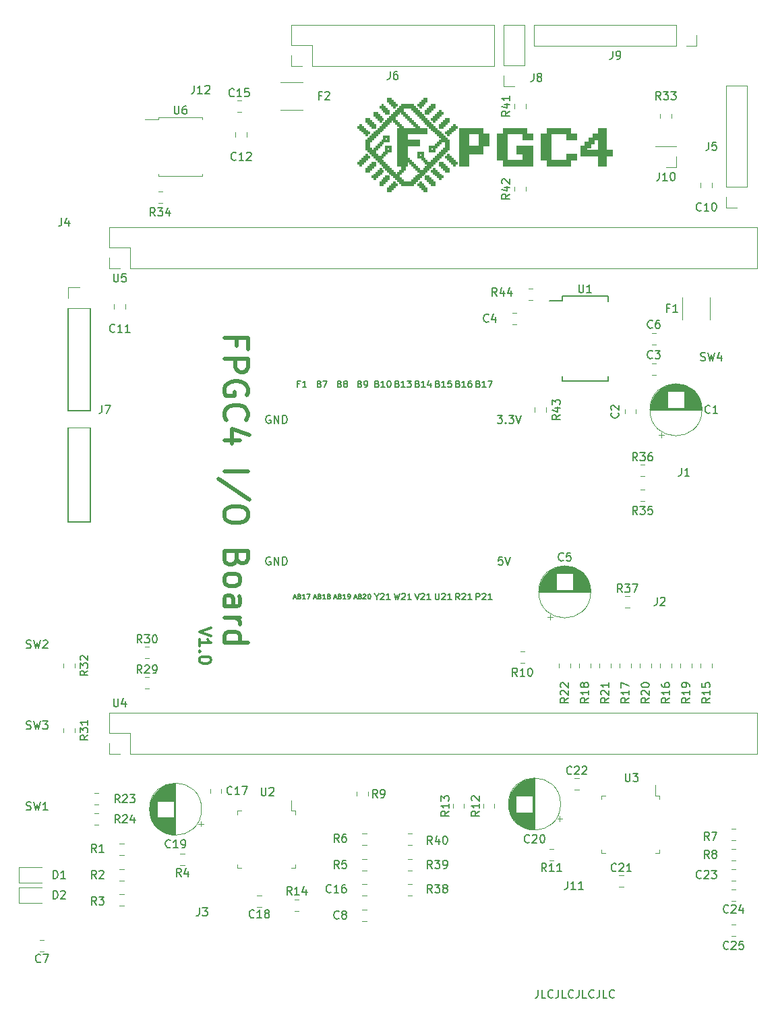
<source format=gbr>
G04 #@! TF.GenerationSoftware,KiCad,Pcbnew,5.1.5-52549c5~86~ubuntu18.04.1*
G04 #@! TF.CreationDate,2020-04-04T12:23:38+02:00*
G04 #@! TF.ProjectId,FPGC4IOboard,46504743-3449-44f6-926f-6172642e6b69,rev?*
G04 #@! TF.SameCoordinates,Original*
G04 #@! TF.FileFunction,Legend,Top*
G04 #@! TF.FilePolarity,Positive*
%FSLAX46Y46*%
G04 Gerber Fmt 4.6, Leading zero omitted, Abs format (unit mm)*
G04 Created by KiCad (PCBNEW 5.1.5-52549c5~86~ubuntu18.04.1) date 2020-04-04 12:23:38*
%MOMM*%
%LPD*%
G04 APERTURE LIST*
%ADD10C,0.200000*%
%ADD11C,0.300000*%
%ADD12C,0.500000*%
%ADD13C,0.150000*%
%ADD14C,0.120000*%
%ADD15C,0.010000*%
%ADD16C,0.127000*%
G04 APERTURE END LIST*
D10*
X141430952Y-155408380D02*
X141430952Y-156122666D01*
X141383333Y-156265523D01*
X141288095Y-156360761D01*
X141145238Y-156408380D01*
X141050000Y-156408380D01*
X142383333Y-156408380D02*
X141907142Y-156408380D01*
X141907142Y-155408380D01*
X143288095Y-156313142D02*
X143240476Y-156360761D01*
X143097619Y-156408380D01*
X143002380Y-156408380D01*
X142859523Y-156360761D01*
X142764285Y-156265523D01*
X142716666Y-156170285D01*
X142669047Y-155979809D01*
X142669047Y-155836952D01*
X142716666Y-155646476D01*
X142764285Y-155551238D01*
X142859523Y-155456000D01*
X143002380Y-155408380D01*
X143097619Y-155408380D01*
X143240476Y-155456000D01*
X143288095Y-155503619D01*
X144002380Y-155408380D02*
X144002380Y-156122666D01*
X143954761Y-156265523D01*
X143859523Y-156360761D01*
X143716666Y-156408380D01*
X143621428Y-156408380D01*
X144954761Y-156408380D02*
X144478571Y-156408380D01*
X144478571Y-155408380D01*
X145859523Y-156313142D02*
X145811904Y-156360761D01*
X145669047Y-156408380D01*
X145573809Y-156408380D01*
X145430952Y-156360761D01*
X145335714Y-156265523D01*
X145288095Y-156170285D01*
X145240476Y-155979809D01*
X145240476Y-155836952D01*
X145288095Y-155646476D01*
X145335714Y-155551238D01*
X145430952Y-155456000D01*
X145573809Y-155408380D01*
X145669047Y-155408380D01*
X145811904Y-155456000D01*
X145859523Y-155503619D01*
X146573809Y-155408380D02*
X146573809Y-156122666D01*
X146526190Y-156265523D01*
X146430952Y-156360761D01*
X146288095Y-156408380D01*
X146192857Y-156408380D01*
X147526190Y-156408380D02*
X147050000Y-156408380D01*
X147050000Y-155408380D01*
X148430952Y-156313142D02*
X148383333Y-156360761D01*
X148240476Y-156408380D01*
X148145238Y-156408380D01*
X148002380Y-156360761D01*
X147907142Y-156265523D01*
X147859523Y-156170285D01*
X147811904Y-155979809D01*
X147811904Y-155836952D01*
X147859523Y-155646476D01*
X147907142Y-155551238D01*
X148002380Y-155456000D01*
X148145238Y-155408380D01*
X148240476Y-155408380D01*
X148383333Y-155456000D01*
X148430952Y-155503619D01*
X149145238Y-155408380D02*
X149145238Y-156122666D01*
X149097619Y-156265523D01*
X149002380Y-156360761D01*
X148859523Y-156408380D01*
X148764285Y-156408380D01*
X150097619Y-156408380D02*
X149621428Y-156408380D01*
X149621428Y-155408380D01*
X151002380Y-156313142D02*
X150954761Y-156360761D01*
X150811904Y-156408380D01*
X150716666Y-156408380D01*
X150573809Y-156360761D01*
X150478571Y-156265523D01*
X150430952Y-156170285D01*
X150383333Y-155979809D01*
X150383333Y-155836952D01*
X150430952Y-155646476D01*
X150478571Y-155551238D01*
X150573809Y-155456000D01*
X150716666Y-155408380D01*
X150811904Y-155408380D01*
X150954761Y-155456000D01*
X151002380Y-155503619D01*
D11*
X100389428Y-109982285D02*
X98889428Y-110482285D01*
X100389428Y-110982285D01*
X98889428Y-112268000D02*
X98889428Y-111410857D01*
X98889428Y-111839428D02*
X100389428Y-111839428D01*
X100175142Y-111696571D01*
X100032285Y-111553714D01*
X99960857Y-111410857D01*
X99032285Y-112910857D02*
X98960857Y-112982285D01*
X98889428Y-112910857D01*
X98960857Y-112839428D01*
X99032285Y-112910857D01*
X98889428Y-112910857D01*
X100389428Y-113910857D02*
X100389428Y-114053714D01*
X100318000Y-114196571D01*
X100246571Y-114268000D01*
X100103714Y-114339428D01*
X99818000Y-114410857D01*
X99460857Y-114410857D01*
X99175142Y-114339428D01*
X99032285Y-114268000D01*
X98960857Y-114196571D01*
X98889428Y-114053714D01*
X98889428Y-113910857D01*
X98960857Y-113768000D01*
X99032285Y-113696571D01*
X99175142Y-113625142D01*
X99460857Y-113553714D01*
X99818000Y-113553714D01*
X100103714Y-113625142D01*
X100246571Y-113696571D01*
X100318000Y-113768000D01*
X100389428Y-113910857D01*
D12*
X103592285Y-74567142D02*
X103592285Y-73567142D01*
X102020857Y-73567142D02*
X105020857Y-73567142D01*
X105020857Y-74995714D01*
X102020857Y-76138571D02*
X105020857Y-76138571D01*
X105020857Y-77281428D01*
X104878000Y-77567142D01*
X104735142Y-77709999D01*
X104449428Y-77852857D01*
X104020857Y-77852857D01*
X103735142Y-77709999D01*
X103592285Y-77567142D01*
X103449428Y-77281428D01*
X103449428Y-76138571D01*
X104878000Y-80709999D02*
X105020857Y-80424285D01*
X105020857Y-79995714D01*
X104878000Y-79567142D01*
X104592285Y-79281428D01*
X104306571Y-79138571D01*
X103735142Y-78995714D01*
X103306571Y-78995714D01*
X102735142Y-79138571D01*
X102449428Y-79281428D01*
X102163714Y-79567142D01*
X102020857Y-79995714D01*
X102020857Y-80281428D01*
X102163714Y-80709999D01*
X102306571Y-80852857D01*
X103306571Y-80852857D01*
X103306571Y-80281428D01*
X102306571Y-83852857D02*
X102163714Y-83709999D01*
X102020857Y-83281428D01*
X102020857Y-82995714D01*
X102163714Y-82567142D01*
X102449428Y-82281428D01*
X102735142Y-82138571D01*
X103306571Y-81995714D01*
X103735142Y-81995714D01*
X104306571Y-82138571D01*
X104592285Y-82281428D01*
X104878000Y-82567142D01*
X105020857Y-82995714D01*
X105020857Y-83281428D01*
X104878000Y-83709999D01*
X104735142Y-83852857D01*
X104020857Y-86424285D02*
X102020857Y-86424285D01*
X105163714Y-85709999D02*
X103020857Y-84995714D01*
X103020857Y-86852857D01*
X102020857Y-90281428D02*
X105020857Y-90281428D01*
X105163714Y-93852857D02*
X101306571Y-91281428D01*
X105020857Y-95424285D02*
X105020857Y-95995714D01*
X104878000Y-96281428D01*
X104592285Y-96567142D01*
X104020857Y-96709999D01*
X103020857Y-96709999D01*
X102449428Y-96567142D01*
X102163714Y-96281428D01*
X102020857Y-95995714D01*
X102020857Y-95424285D01*
X102163714Y-95138571D01*
X102449428Y-94852857D01*
X103020857Y-94709999D01*
X104020857Y-94709999D01*
X104592285Y-94852857D01*
X104878000Y-95138571D01*
X105020857Y-95424285D01*
X103592285Y-101281428D02*
X103449428Y-101709999D01*
X103306571Y-101852857D01*
X103020857Y-101995714D01*
X102592285Y-101995714D01*
X102306571Y-101852857D01*
X102163714Y-101709999D01*
X102020857Y-101424285D01*
X102020857Y-100281428D01*
X105020857Y-100281428D01*
X105020857Y-101281428D01*
X104878000Y-101567142D01*
X104735142Y-101709999D01*
X104449428Y-101852857D01*
X104163714Y-101852857D01*
X103878000Y-101709999D01*
X103735142Y-101567142D01*
X103592285Y-101281428D01*
X103592285Y-100281428D01*
X102020857Y-103709999D02*
X102163714Y-103424285D01*
X102306571Y-103281428D01*
X102592285Y-103138571D01*
X103449428Y-103138571D01*
X103735142Y-103281428D01*
X103878000Y-103424285D01*
X104020857Y-103709999D01*
X104020857Y-104138571D01*
X103878000Y-104424285D01*
X103735142Y-104567142D01*
X103449428Y-104709999D01*
X102592285Y-104709999D01*
X102306571Y-104567142D01*
X102163714Y-104424285D01*
X102020857Y-104138571D01*
X102020857Y-103709999D01*
X102020857Y-107281428D02*
X103592285Y-107281428D01*
X103878000Y-107138571D01*
X104020857Y-106852857D01*
X104020857Y-106281428D01*
X103878000Y-105995714D01*
X102163714Y-107281428D02*
X102020857Y-106995714D01*
X102020857Y-106281428D01*
X102163714Y-105995714D01*
X102449428Y-105852857D01*
X102735142Y-105852857D01*
X103020857Y-105995714D01*
X103163714Y-106281428D01*
X103163714Y-106995714D01*
X103306571Y-107281428D01*
X102020857Y-108709999D02*
X104020857Y-108709999D01*
X103449428Y-108709999D02*
X103735142Y-108852857D01*
X103878000Y-108995714D01*
X104020857Y-109281428D01*
X104020857Y-109567142D01*
X102020857Y-111852857D02*
X105020857Y-111852857D01*
X102163714Y-111852857D02*
X102020857Y-111567142D01*
X102020857Y-110995714D01*
X102163714Y-110709999D01*
X102306571Y-110567142D01*
X102592285Y-110424285D01*
X103449428Y-110424285D01*
X103735142Y-110567142D01*
X103878000Y-110709999D01*
X104020857Y-110995714D01*
X104020857Y-111567142D01*
X103878000Y-111852857D01*
D13*
X133648571Y-106406904D02*
X133648571Y-105606904D01*
X133953333Y-105606904D01*
X134029523Y-105645000D01*
X134067619Y-105683095D01*
X134105714Y-105759285D01*
X134105714Y-105873571D01*
X134067619Y-105949761D01*
X134029523Y-105987857D01*
X133953333Y-106025952D01*
X133648571Y-106025952D01*
X134410476Y-105683095D02*
X134448571Y-105645000D01*
X134524761Y-105606904D01*
X134715238Y-105606904D01*
X134791428Y-105645000D01*
X134829523Y-105683095D01*
X134867619Y-105759285D01*
X134867619Y-105835476D01*
X134829523Y-105949761D01*
X134372380Y-106406904D01*
X134867619Y-106406904D01*
X135629523Y-106406904D02*
X135172380Y-106406904D01*
X135400952Y-106406904D02*
X135400952Y-105606904D01*
X135324761Y-105721190D01*
X135248571Y-105797380D01*
X135172380Y-105835476D01*
X131565714Y-106406904D02*
X131299047Y-106025952D01*
X131108571Y-106406904D02*
X131108571Y-105606904D01*
X131413333Y-105606904D01*
X131489523Y-105645000D01*
X131527619Y-105683095D01*
X131565714Y-105759285D01*
X131565714Y-105873571D01*
X131527619Y-105949761D01*
X131489523Y-105987857D01*
X131413333Y-106025952D01*
X131108571Y-106025952D01*
X131870476Y-105683095D02*
X131908571Y-105645000D01*
X131984761Y-105606904D01*
X132175238Y-105606904D01*
X132251428Y-105645000D01*
X132289523Y-105683095D01*
X132327619Y-105759285D01*
X132327619Y-105835476D01*
X132289523Y-105949761D01*
X131832380Y-106406904D01*
X132327619Y-106406904D01*
X133089523Y-106406904D02*
X132632380Y-106406904D01*
X132860952Y-106406904D02*
X132860952Y-105606904D01*
X132784761Y-105721190D01*
X132708571Y-105797380D01*
X132632380Y-105835476D01*
X128549523Y-105606904D02*
X128549523Y-106254523D01*
X128587619Y-106330714D01*
X128625714Y-106368809D01*
X128701904Y-106406904D01*
X128854285Y-106406904D01*
X128930476Y-106368809D01*
X128968571Y-106330714D01*
X129006666Y-106254523D01*
X129006666Y-105606904D01*
X129349523Y-105683095D02*
X129387619Y-105645000D01*
X129463809Y-105606904D01*
X129654285Y-105606904D01*
X129730476Y-105645000D01*
X129768571Y-105683095D01*
X129806666Y-105759285D01*
X129806666Y-105835476D01*
X129768571Y-105949761D01*
X129311428Y-106406904D01*
X129806666Y-106406904D01*
X130568571Y-106406904D02*
X130111428Y-106406904D01*
X130340000Y-106406904D02*
X130340000Y-105606904D01*
X130263809Y-105721190D01*
X130187619Y-105797380D01*
X130111428Y-105835476D01*
X125971428Y-105606904D02*
X126238095Y-106406904D01*
X126504761Y-105606904D01*
X126733333Y-105683095D02*
X126771428Y-105645000D01*
X126847619Y-105606904D01*
X127038095Y-105606904D01*
X127114285Y-105645000D01*
X127152380Y-105683095D01*
X127190476Y-105759285D01*
X127190476Y-105835476D01*
X127152380Y-105949761D01*
X126695238Y-106406904D01*
X127190476Y-106406904D01*
X127952380Y-106406904D02*
X127495238Y-106406904D01*
X127723809Y-106406904D02*
X127723809Y-105606904D01*
X127647619Y-105721190D01*
X127571428Y-105797380D01*
X127495238Y-105835476D01*
X123355238Y-105606904D02*
X123545714Y-106406904D01*
X123698095Y-105835476D01*
X123850476Y-106406904D01*
X124040952Y-105606904D01*
X124307619Y-105683095D02*
X124345714Y-105645000D01*
X124421904Y-105606904D01*
X124612380Y-105606904D01*
X124688571Y-105645000D01*
X124726666Y-105683095D01*
X124764761Y-105759285D01*
X124764761Y-105835476D01*
X124726666Y-105949761D01*
X124269523Y-106406904D01*
X124764761Y-106406904D01*
X125526666Y-106406904D02*
X125069523Y-106406904D01*
X125298095Y-106406904D02*
X125298095Y-105606904D01*
X125221904Y-105721190D01*
X125145714Y-105797380D01*
X125069523Y-105835476D01*
X121158095Y-106025952D02*
X121158095Y-106406904D01*
X120891428Y-105606904D02*
X121158095Y-106025952D01*
X121424761Y-105606904D01*
X121653333Y-105683095D02*
X121691428Y-105645000D01*
X121767619Y-105606904D01*
X121958095Y-105606904D01*
X122034285Y-105645000D01*
X122072380Y-105683095D01*
X122110476Y-105759285D01*
X122110476Y-105835476D01*
X122072380Y-105949761D01*
X121615238Y-106406904D01*
X122110476Y-106406904D01*
X122872380Y-106406904D02*
X122415238Y-106406904D01*
X122643809Y-106406904D02*
X122643809Y-105606904D01*
X122567619Y-105721190D01*
X122491428Y-105797380D01*
X122415238Y-105835476D01*
X118365714Y-106145000D02*
X118651428Y-106145000D01*
X118308571Y-106316428D02*
X118508571Y-105716428D01*
X118708571Y-106316428D01*
X119108571Y-106002142D02*
X119194285Y-106030714D01*
X119222857Y-106059285D01*
X119251428Y-106116428D01*
X119251428Y-106202142D01*
X119222857Y-106259285D01*
X119194285Y-106287857D01*
X119137142Y-106316428D01*
X118908571Y-106316428D01*
X118908571Y-105716428D01*
X119108571Y-105716428D01*
X119165714Y-105745000D01*
X119194285Y-105773571D01*
X119222857Y-105830714D01*
X119222857Y-105887857D01*
X119194285Y-105945000D01*
X119165714Y-105973571D01*
X119108571Y-106002142D01*
X118908571Y-106002142D01*
X119480000Y-105773571D02*
X119508571Y-105745000D01*
X119565714Y-105716428D01*
X119708571Y-105716428D01*
X119765714Y-105745000D01*
X119794285Y-105773571D01*
X119822857Y-105830714D01*
X119822857Y-105887857D01*
X119794285Y-105973571D01*
X119451428Y-106316428D01*
X119822857Y-106316428D01*
X120194285Y-105716428D02*
X120251428Y-105716428D01*
X120308571Y-105745000D01*
X120337142Y-105773571D01*
X120365714Y-105830714D01*
X120394285Y-105945000D01*
X120394285Y-106087857D01*
X120365714Y-106202142D01*
X120337142Y-106259285D01*
X120308571Y-106287857D01*
X120251428Y-106316428D01*
X120194285Y-106316428D01*
X120137142Y-106287857D01*
X120108571Y-106259285D01*
X120080000Y-106202142D01*
X120051428Y-106087857D01*
X120051428Y-105945000D01*
X120080000Y-105830714D01*
X120108571Y-105773571D01*
X120137142Y-105745000D01*
X120194285Y-105716428D01*
X115825714Y-106145000D02*
X116111428Y-106145000D01*
X115768571Y-106316428D02*
X115968571Y-105716428D01*
X116168571Y-106316428D01*
X116568571Y-106002142D02*
X116654285Y-106030714D01*
X116682857Y-106059285D01*
X116711428Y-106116428D01*
X116711428Y-106202142D01*
X116682857Y-106259285D01*
X116654285Y-106287857D01*
X116597142Y-106316428D01*
X116368571Y-106316428D01*
X116368571Y-105716428D01*
X116568571Y-105716428D01*
X116625714Y-105745000D01*
X116654285Y-105773571D01*
X116682857Y-105830714D01*
X116682857Y-105887857D01*
X116654285Y-105945000D01*
X116625714Y-105973571D01*
X116568571Y-106002142D01*
X116368571Y-106002142D01*
X117282857Y-106316428D02*
X116940000Y-106316428D01*
X117111428Y-106316428D02*
X117111428Y-105716428D01*
X117054285Y-105802142D01*
X116997142Y-105859285D01*
X116940000Y-105887857D01*
X117568571Y-106316428D02*
X117682857Y-106316428D01*
X117740000Y-106287857D01*
X117768571Y-106259285D01*
X117825714Y-106173571D01*
X117854285Y-106059285D01*
X117854285Y-105830714D01*
X117825714Y-105773571D01*
X117797142Y-105745000D01*
X117740000Y-105716428D01*
X117625714Y-105716428D01*
X117568571Y-105745000D01*
X117540000Y-105773571D01*
X117511428Y-105830714D01*
X117511428Y-105973571D01*
X117540000Y-106030714D01*
X117568571Y-106059285D01*
X117625714Y-106087857D01*
X117740000Y-106087857D01*
X117797142Y-106059285D01*
X117825714Y-106030714D01*
X117854285Y-105973571D01*
X113285714Y-106145000D02*
X113571428Y-106145000D01*
X113228571Y-106316428D02*
X113428571Y-105716428D01*
X113628571Y-106316428D01*
X114028571Y-106002142D02*
X114114285Y-106030714D01*
X114142857Y-106059285D01*
X114171428Y-106116428D01*
X114171428Y-106202142D01*
X114142857Y-106259285D01*
X114114285Y-106287857D01*
X114057142Y-106316428D01*
X113828571Y-106316428D01*
X113828571Y-105716428D01*
X114028571Y-105716428D01*
X114085714Y-105745000D01*
X114114285Y-105773571D01*
X114142857Y-105830714D01*
X114142857Y-105887857D01*
X114114285Y-105945000D01*
X114085714Y-105973571D01*
X114028571Y-106002142D01*
X113828571Y-106002142D01*
X114742857Y-106316428D02*
X114400000Y-106316428D01*
X114571428Y-106316428D02*
X114571428Y-105716428D01*
X114514285Y-105802142D01*
X114457142Y-105859285D01*
X114400000Y-105887857D01*
X115085714Y-105973571D02*
X115028571Y-105945000D01*
X115000000Y-105916428D01*
X114971428Y-105859285D01*
X114971428Y-105830714D01*
X115000000Y-105773571D01*
X115028571Y-105745000D01*
X115085714Y-105716428D01*
X115200000Y-105716428D01*
X115257142Y-105745000D01*
X115285714Y-105773571D01*
X115314285Y-105830714D01*
X115314285Y-105859285D01*
X115285714Y-105916428D01*
X115257142Y-105945000D01*
X115200000Y-105973571D01*
X115085714Y-105973571D01*
X115028571Y-106002142D01*
X115000000Y-106030714D01*
X114971428Y-106087857D01*
X114971428Y-106202142D01*
X115000000Y-106259285D01*
X115028571Y-106287857D01*
X115085714Y-106316428D01*
X115200000Y-106316428D01*
X115257142Y-106287857D01*
X115285714Y-106259285D01*
X115314285Y-106202142D01*
X115314285Y-106087857D01*
X115285714Y-106030714D01*
X115257142Y-106002142D01*
X115200000Y-105973571D01*
X110745714Y-106145000D02*
X111031428Y-106145000D01*
X110688571Y-106316428D02*
X110888571Y-105716428D01*
X111088571Y-106316428D01*
X111488571Y-106002142D02*
X111574285Y-106030714D01*
X111602857Y-106059285D01*
X111631428Y-106116428D01*
X111631428Y-106202142D01*
X111602857Y-106259285D01*
X111574285Y-106287857D01*
X111517142Y-106316428D01*
X111288571Y-106316428D01*
X111288571Y-105716428D01*
X111488571Y-105716428D01*
X111545714Y-105745000D01*
X111574285Y-105773571D01*
X111602857Y-105830714D01*
X111602857Y-105887857D01*
X111574285Y-105945000D01*
X111545714Y-105973571D01*
X111488571Y-106002142D01*
X111288571Y-106002142D01*
X112202857Y-106316428D02*
X111860000Y-106316428D01*
X112031428Y-106316428D02*
X112031428Y-105716428D01*
X111974285Y-105802142D01*
X111917142Y-105859285D01*
X111860000Y-105887857D01*
X112402857Y-105716428D02*
X112802857Y-105716428D01*
X112545714Y-106316428D01*
X116516190Y-79317857D02*
X116630476Y-79355952D01*
X116668571Y-79394047D01*
X116706666Y-79470238D01*
X116706666Y-79584523D01*
X116668571Y-79660714D01*
X116630476Y-79698809D01*
X116554285Y-79736904D01*
X116249523Y-79736904D01*
X116249523Y-78936904D01*
X116516190Y-78936904D01*
X116592380Y-78975000D01*
X116630476Y-79013095D01*
X116668571Y-79089285D01*
X116668571Y-79165476D01*
X116630476Y-79241666D01*
X116592380Y-79279761D01*
X116516190Y-79317857D01*
X116249523Y-79317857D01*
X117163809Y-79279761D02*
X117087619Y-79241666D01*
X117049523Y-79203571D01*
X117011428Y-79127380D01*
X117011428Y-79089285D01*
X117049523Y-79013095D01*
X117087619Y-78975000D01*
X117163809Y-78936904D01*
X117316190Y-78936904D01*
X117392380Y-78975000D01*
X117430476Y-79013095D01*
X117468571Y-79089285D01*
X117468571Y-79127380D01*
X117430476Y-79203571D01*
X117392380Y-79241666D01*
X117316190Y-79279761D01*
X117163809Y-79279761D01*
X117087619Y-79317857D01*
X117049523Y-79355952D01*
X117011428Y-79432142D01*
X117011428Y-79584523D01*
X117049523Y-79660714D01*
X117087619Y-79698809D01*
X117163809Y-79736904D01*
X117316190Y-79736904D01*
X117392380Y-79698809D01*
X117430476Y-79660714D01*
X117468571Y-79584523D01*
X117468571Y-79432142D01*
X117430476Y-79355952D01*
X117392380Y-79317857D01*
X117316190Y-79279761D01*
X119056190Y-79317857D02*
X119170476Y-79355952D01*
X119208571Y-79394047D01*
X119246666Y-79470238D01*
X119246666Y-79584523D01*
X119208571Y-79660714D01*
X119170476Y-79698809D01*
X119094285Y-79736904D01*
X118789523Y-79736904D01*
X118789523Y-78936904D01*
X119056190Y-78936904D01*
X119132380Y-78975000D01*
X119170476Y-79013095D01*
X119208571Y-79089285D01*
X119208571Y-79165476D01*
X119170476Y-79241666D01*
X119132380Y-79279761D01*
X119056190Y-79317857D01*
X118789523Y-79317857D01*
X119627619Y-79736904D02*
X119780000Y-79736904D01*
X119856190Y-79698809D01*
X119894285Y-79660714D01*
X119970476Y-79546428D01*
X120008571Y-79394047D01*
X120008571Y-79089285D01*
X119970476Y-79013095D01*
X119932380Y-78975000D01*
X119856190Y-78936904D01*
X119703809Y-78936904D01*
X119627619Y-78975000D01*
X119589523Y-79013095D01*
X119551428Y-79089285D01*
X119551428Y-79279761D01*
X119589523Y-79355952D01*
X119627619Y-79394047D01*
X119703809Y-79432142D01*
X119856190Y-79432142D01*
X119932380Y-79394047D01*
X119970476Y-79355952D01*
X120008571Y-79279761D01*
X121215238Y-79317857D02*
X121329523Y-79355952D01*
X121367619Y-79394047D01*
X121405714Y-79470238D01*
X121405714Y-79584523D01*
X121367619Y-79660714D01*
X121329523Y-79698809D01*
X121253333Y-79736904D01*
X120948571Y-79736904D01*
X120948571Y-78936904D01*
X121215238Y-78936904D01*
X121291428Y-78975000D01*
X121329523Y-79013095D01*
X121367619Y-79089285D01*
X121367619Y-79165476D01*
X121329523Y-79241666D01*
X121291428Y-79279761D01*
X121215238Y-79317857D01*
X120948571Y-79317857D01*
X122167619Y-79736904D02*
X121710476Y-79736904D01*
X121939047Y-79736904D02*
X121939047Y-78936904D01*
X121862857Y-79051190D01*
X121786666Y-79127380D01*
X121710476Y-79165476D01*
X122662857Y-78936904D02*
X122739047Y-78936904D01*
X122815238Y-78975000D01*
X122853333Y-79013095D01*
X122891428Y-79089285D01*
X122929523Y-79241666D01*
X122929523Y-79432142D01*
X122891428Y-79584523D01*
X122853333Y-79660714D01*
X122815238Y-79698809D01*
X122739047Y-79736904D01*
X122662857Y-79736904D01*
X122586666Y-79698809D01*
X122548571Y-79660714D01*
X122510476Y-79584523D01*
X122472380Y-79432142D01*
X122472380Y-79241666D01*
X122510476Y-79089285D01*
X122548571Y-79013095D01*
X122586666Y-78975000D01*
X122662857Y-78936904D01*
X123755238Y-79317857D02*
X123869523Y-79355952D01*
X123907619Y-79394047D01*
X123945714Y-79470238D01*
X123945714Y-79584523D01*
X123907619Y-79660714D01*
X123869523Y-79698809D01*
X123793333Y-79736904D01*
X123488571Y-79736904D01*
X123488571Y-78936904D01*
X123755238Y-78936904D01*
X123831428Y-78975000D01*
X123869523Y-79013095D01*
X123907619Y-79089285D01*
X123907619Y-79165476D01*
X123869523Y-79241666D01*
X123831428Y-79279761D01*
X123755238Y-79317857D01*
X123488571Y-79317857D01*
X124707619Y-79736904D02*
X124250476Y-79736904D01*
X124479047Y-79736904D02*
X124479047Y-78936904D01*
X124402857Y-79051190D01*
X124326666Y-79127380D01*
X124250476Y-79165476D01*
X124974285Y-78936904D02*
X125469523Y-78936904D01*
X125202857Y-79241666D01*
X125317142Y-79241666D01*
X125393333Y-79279761D01*
X125431428Y-79317857D01*
X125469523Y-79394047D01*
X125469523Y-79584523D01*
X125431428Y-79660714D01*
X125393333Y-79698809D01*
X125317142Y-79736904D01*
X125088571Y-79736904D01*
X125012380Y-79698809D01*
X124974285Y-79660714D01*
X126295238Y-79317857D02*
X126409523Y-79355952D01*
X126447619Y-79394047D01*
X126485714Y-79470238D01*
X126485714Y-79584523D01*
X126447619Y-79660714D01*
X126409523Y-79698809D01*
X126333333Y-79736904D01*
X126028571Y-79736904D01*
X126028571Y-78936904D01*
X126295238Y-78936904D01*
X126371428Y-78975000D01*
X126409523Y-79013095D01*
X126447619Y-79089285D01*
X126447619Y-79165476D01*
X126409523Y-79241666D01*
X126371428Y-79279761D01*
X126295238Y-79317857D01*
X126028571Y-79317857D01*
X127247619Y-79736904D02*
X126790476Y-79736904D01*
X127019047Y-79736904D02*
X127019047Y-78936904D01*
X126942857Y-79051190D01*
X126866666Y-79127380D01*
X126790476Y-79165476D01*
X127933333Y-79203571D02*
X127933333Y-79736904D01*
X127742857Y-78898809D02*
X127552380Y-79470238D01*
X128047619Y-79470238D01*
X128835238Y-79317857D02*
X128949523Y-79355952D01*
X128987619Y-79394047D01*
X129025714Y-79470238D01*
X129025714Y-79584523D01*
X128987619Y-79660714D01*
X128949523Y-79698809D01*
X128873333Y-79736904D01*
X128568571Y-79736904D01*
X128568571Y-78936904D01*
X128835238Y-78936904D01*
X128911428Y-78975000D01*
X128949523Y-79013095D01*
X128987619Y-79089285D01*
X128987619Y-79165476D01*
X128949523Y-79241666D01*
X128911428Y-79279761D01*
X128835238Y-79317857D01*
X128568571Y-79317857D01*
X129787619Y-79736904D02*
X129330476Y-79736904D01*
X129559047Y-79736904D02*
X129559047Y-78936904D01*
X129482857Y-79051190D01*
X129406666Y-79127380D01*
X129330476Y-79165476D01*
X130511428Y-78936904D02*
X130130476Y-78936904D01*
X130092380Y-79317857D01*
X130130476Y-79279761D01*
X130206666Y-79241666D01*
X130397142Y-79241666D01*
X130473333Y-79279761D01*
X130511428Y-79317857D01*
X130549523Y-79394047D01*
X130549523Y-79584523D01*
X130511428Y-79660714D01*
X130473333Y-79698809D01*
X130397142Y-79736904D01*
X130206666Y-79736904D01*
X130130476Y-79698809D01*
X130092380Y-79660714D01*
X131375238Y-79317857D02*
X131489523Y-79355952D01*
X131527619Y-79394047D01*
X131565714Y-79470238D01*
X131565714Y-79584523D01*
X131527619Y-79660714D01*
X131489523Y-79698809D01*
X131413333Y-79736904D01*
X131108571Y-79736904D01*
X131108571Y-78936904D01*
X131375238Y-78936904D01*
X131451428Y-78975000D01*
X131489523Y-79013095D01*
X131527619Y-79089285D01*
X131527619Y-79165476D01*
X131489523Y-79241666D01*
X131451428Y-79279761D01*
X131375238Y-79317857D01*
X131108571Y-79317857D01*
X132327619Y-79736904D02*
X131870476Y-79736904D01*
X132099047Y-79736904D02*
X132099047Y-78936904D01*
X132022857Y-79051190D01*
X131946666Y-79127380D01*
X131870476Y-79165476D01*
X133013333Y-78936904D02*
X132860952Y-78936904D01*
X132784761Y-78975000D01*
X132746666Y-79013095D01*
X132670476Y-79127380D01*
X132632380Y-79279761D01*
X132632380Y-79584523D01*
X132670476Y-79660714D01*
X132708571Y-79698809D01*
X132784761Y-79736904D01*
X132937142Y-79736904D01*
X133013333Y-79698809D01*
X133051428Y-79660714D01*
X133089523Y-79584523D01*
X133089523Y-79394047D01*
X133051428Y-79317857D01*
X133013333Y-79279761D01*
X132937142Y-79241666D01*
X132784761Y-79241666D01*
X132708571Y-79279761D01*
X132670476Y-79317857D01*
X132632380Y-79394047D01*
X133915238Y-79317857D02*
X134029523Y-79355952D01*
X134067619Y-79394047D01*
X134105714Y-79470238D01*
X134105714Y-79584523D01*
X134067619Y-79660714D01*
X134029523Y-79698809D01*
X133953333Y-79736904D01*
X133648571Y-79736904D01*
X133648571Y-78936904D01*
X133915238Y-78936904D01*
X133991428Y-78975000D01*
X134029523Y-79013095D01*
X134067619Y-79089285D01*
X134067619Y-79165476D01*
X134029523Y-79241666D01*
X133991428Y-79279761D01*
X133915238Y-79317857D01*
X133648571Y-79317857D01*
X134867619Y-79736904D02*
X134410476Y-79736904D01*
X134639047Y-79736904D02*
X134639047Y-78936904D01*
X134562857Y-79051190D01*
X134486666Y-79127380D01*
X134410476Y-79165476D01*
X135134285Y-78936904D02*
X135667619Y-78936904D01*
X135324761Y-79736904D01*
X113976190Y-79317857D02*
X114090476Y-79355952D01*
X114128571Y-79394047D01*
X114166666Y-79470238D01*
X114166666Y-79584523D01*
X114128571Y-79660714D01*
X114090476Y-79698809D01*
X114014285Y-79736904D01*
X113709523Y-79736904D01*
X113709523Y-78936904D01*
X113976190Y-78936904D01*
X114052380Y-78975000D01*
X114090476Y-79013095D01*
X114128571Y-79089285D01*
X114128571Y-79165476D01*
X114090476Y-79241666D01*
X114052380Y-79279761D01*
X113976190Y-79317857D01*
X113709523Y-79317857D01*
X114433333Y-78936904D02*
X114966666Y-78936904D01*
X114623809Y-79736904D01*
X111493333Y-79317857D02*
X111226666Y-79317857D01*
X111226666Y-79736904D02*
X111226666Y-78936904D01*
X111607619Y-78936904D01*
X112331428Y-79736904D02*
X111874285Y-79736904D01*
X112102857Y-79736904D02*
X112102857Y-78936904D01*
X112026666Y-79051190D01*
X111950476Y-79127380D01*
X111874285Y-79165476D01*
X107823095Y-83320000D02*
X107727857Y-83272380D01*
X107585000Y-83272380D01*
X107442142Y-83320000D01*
X107346904Y-83415238D01*
X107299285Y-83510476D01*
X107251666Y-83700952D01*
X107251666Y-83843809D01*
X107299285Y-84034285D01*
X107346904Y-84129523D01*
X107442142Y-84224761D01*
X107585000Y-84272380D01*
X107680238Y-84272380D01*
X107823095Y-84224761D01*
X107870714Y-84177142D01*
X107870714Y-83843809D01*
X107680238Y-83843809D01*
X108299285Y-84272380D02*
X108299285Y-83272380D01*
X108870714Y-84272380D01*
X108870714Y-83272380D01*
X109346904Y-84272380D02*
X109346904Y-83272380D01*
X109585000Y-83272380D01*
X109727857Y-83320000D01*
X109823095Y-83415238D01*
X109870714Y-83510476D01*
X109918333Y-83700952D01*
X109918333Y-83843809D01*
X109870714Y-84034285D01*
X109823095Y-84129523D01*
X109727857Y-84224761D01*
X109585000Y-84272380D01*
X109346904Y-84272380D01*
X107823095Y-101100000D02*
X107727857Y-101052380D01*
X107585000Y-101052380D01*
X107442142Y-101100000D01*
X107346904Y-101195238D01*
X107299285Y-101290476D01*
X107251666Y-101480952D01*
X107251666Y-101623809D01*
X107299285Y-101814285D01*
X107346904Y-101909523D01*
X107442142Y-102004761D01*
X107585000Y-102052380D01*
X107680238Y-102052380D01*
X107823095Y-102004761D01*
X107870714Y-101957142D01*
X107870714Y-101623809D01*
X107680238Y-101623809D01*
X108299285Y-102052380D02*
X108299285Y-101052380D01*
X108870714Y-102052380D01*
X108870714Y-101052380D01*
X109346904Y-102052380D02*
X109346904Y-101052380D01*
X109585000Y-101052380D01*
X109727857Y-101100000D01*
X109823095Y-101195238D01*
X109870714Y-101290476D01*
X109918333Y-101480952D01*
X109918333Y-101623809D01*
X109870714Y-101814285D01*
X109823095Y-101909523D01*
X109727857Y-102004761D01*
X109585000Y-102052380D01*
X109346904Y-102052380D01*
X136969523Y-101052380D02*
X136493333Y-101052380D01*
X136445714Y-101528571D01*
X136493333Y-101480952D01*
X136588571Y-101433333D01*
X136826666Y-101433333D01*
X136921904Y-101480952D01*
X136969523Y-101528571D01*
X137017142Y-101623809D01*
X137017142Y-101861904D01*
X136969523Y-101957142D01*
X136921904Y-102004761D01*
X136826666Y-102052380D01*
X136588571Y-102052380D01*
X136493333Y-102004761D01*
X136445714Y-101957142D01*
X137302857Y-101052380D02*
X137636190Y-102052380D01*
X137969523Y-101052380D01*
X136318809Y-83272380D02*
X136937857Y-83272380D01*
X136604523Y-83653333D01*
X136747380Y-83653333D01*
X136842619Y-83700952D01*
X136890238Y-83748571D01*
X136937857Y-83843809D01*
X136937857Y-84081904D01*
X136890238Y-84177142D01*
X136842619Y-84224761D01*
X136747380Y-84272380D01*
X136461666Y-84272380D01*
X136366428Y-84224761D01*
X136318809Y-84177142D01*
X137366428Y-84177142D02*
X137414047Y-84224761D01*
X137366428Y-84272380D01*
X137318809Y-84224761D01*
X137366428Y-84177142D01*
X137366428Y-84272380D01*
X137747380Y-83272380D02*
X138366428Y-83272380D01*
X138033095Y-83653333D01*
X138175952Y-83653333D01*
X138271190Y-83700952D01*
X138318809Y-83748571D01*
X138366428Y-83843809D01*
X138366428Y-84081904D01*
X138318809Y-84177142D01*
X138271190Y-84224761D01*
X138175952Y-84272380D01*
X137890238Y-84272380D01*
X137795000Y-84224761D01*
X137747380Y-84177142D01*
X138652142Y-83272380D02*
X138985476Y-84272380D01*
X139318809Y-83272380D01*
D14*
X79391252Y-150570000D02*
X78868748Y-150570000D01*
X79391252Y-149150000D02*
X78868748Y-149150000D01*
D15*
G36*
X127245000Y-54930000D02*
G01*
X127495000Y-54930000D01*
X127495000Y-55180000D01*
X127245000Y-55180000D01*
X127245000Y-54930000D01*
G37*
X127245000Y-54930000D02*
X127495000Y-54930000D01*
X127495000Y-55180000D01*
X127245000Y-55180000D01*
X127245000Y-54930000D01*
G36*
X126995000Y-54930000D02*
G01*
X127245000Y-54930000D01*
X127245000Y-55180000D01*
X126995000Y-55180000D01*
X126995000Y-54930000D01*
G37*
X126995000Y-54930000D02*
X127245000Y-54930000D01*
X127245000Y-55180000D01*
X126995000Y-55180000D01*
X126995000Y-54930000D01*
G36*
X122745000Y-54930000D02*
G01*
X122995000Y-54930000D01*
X122995000Y-55180000D01*
X122745000Y-55180000D01*
X122745000Y-54930000D01*
G37*
X122745000Y-54930000D02*
X122995000Y-54930000D01*
X122995000Y-55180000D01*
X122745000Y-55180000D01*
X122745000Y-54930000D01*
G36*
X122495000Y-54930000D02*
G01*
X122745000Y-54930000D01*
X122745000Y-55180000D01*
X122495000Y-55180000D01*
X122495000Y-54930000D01*
G37*
X122495000Y-54930000D02*
X122745000Y-54930000D01*
X122745000Y-55180000D01*
X122495000Y-55180000D01*
X122495000Y-54930000D01*
G36*
X127245000Y-54680000D02*
G01*
X127495000Y-54680000D01*
X127495000Y-54930000D01*
X127245000Y-54930000D01*
X127245000Y-54680000D01*
G37*
X127245000Y-54680000D02*
X127495000Y-54680000D01*
X127495000Y-54930000D01*
X127245000Y-54930000D01*
X127245000Y-54680000D01*
G36*
X126995000Y-54680000D02*
G01*
X127245000Y-54680000D01*
X127245000Y-54930000D01*
X126995000Y-54930000D01*
X126995000Y-54680000D01*
G37*
X126995000Y-54680000D02*
X127245000Y-54680000D01*
X127245000Y-54930000D01*
X126995000Y-54930000D01*
X126995000Y-54680000D01*
G36*
X126745000Y-54680000D02*
G01*
X126995000Y-54680000D01*
X126995000Y-54930000D01*
X126745000Y-54930000D01*
X126745000Y-54680000D01*
G37*
X126745000Y-54680000D02*
X126995000Y-54680000D01*
X126995000Y-54930000D01*
X126745000Y-54930000D01*
X126745000Y-54680000D01*
G36*
X122995000Y-54680000D02*
G01*
X123245000Y-54680000D01*
X123245000Y-54930000D01*
X122995000Y-54930000D01*
X122995000Y-54680000D01*
G37*
X122995000Y-54680000D02*
X123245000Y-54680000D01*
X123245000Y-54930000D01*
X122995000Y-54930000D01*
X122995000Y-54680000D01*
G36*
X122745000Y-54680000D02*
G01*
X122995000Y-54680000D01*
X122995000Y-54930000D01*
X122745000Y-54930000D01*
X122745000Y-54680000D01*
G37*
X122745000Y-54680000D02*
X122995000Y-54680000D01*
X122995000Y-54930000D01*
X122745000Y-54930000D01*
X122745000Y-54680000D01*
G36*
X122495000Y-54680000D02*
G01*
X122745000Y-54680000D01*
X122745000Y-54930000D01*
X122495000Y-54930000D01*
X122495000Y-54680000D01*
G37*
X122495000Y-54680000D02*
X122745000Y-54680000D01*
X122745000Y-54930000D01*
X122495000Y-54930000D01*
X122495000Y-54680000D01*
G36*
X126995000Y-54430000D02*
G01*
X127245000Y-54430000D01*
X127245000Y-54680000D01*
X126995000Y-54680000D01*
X126995000Y-54430000D01*
G37*
X126995000Y-54430000D02*
X127245000Y-54430000D01*
X127245000Y-54680000D01*
X126995000Y-54680000D01*
X126995000Y-54430000D01*
G36*
X126745000Y-54430000D02*
G01*
X126995000Y-54430000D01*
X126995000Y-54680000D01*
X126745000Y-54680000D01*
X126745000Y-54430000D01*
G37*
X126745000Y-54430000D02*
X126995000Y-54430000D01*
X126995000Y-54680000D01*
X126745000Y-54680000D01*
X126745000Y-54430000D01*
G36*
X126495000Y-54430000D02*
G01*
X126745000Y-54430000D01*
X126745000Y-54680000D01*
X126495000Y-54680000D01*
X126495000Y-54430000D01*
G37*
X126495000Y-54430000D02*
X126745000Y-54430000D01*
X126745000Y-54680000D01*
X126495000Y-54680000D01*
X126495000Y-54430000D01*
G36*
X123245000Y-54430000D02*
G01*
X123495000Y-54430000D01*
X123495000Y-54680000D01*
X123245000Y-54680000D01*
X123245000Y-54430000D01*
G37*
X123245000Y-54430000D02*
X123495000Y-54430000D01*
X123495000Y-54680000D01*
X123245000Y-54680000D01*
X123245000Y-54430000D01*
G36*
X122995000Y-54430000D02*
G01*
X123245000Y-54430000D01*
X123245000Y-54680000D01*
X122995000Y-54680000D01*
X122995000Y-54430000D01*
G37*
X122995000Y-54430000D02*
X123245000Y-54430000D01*
X123245000Y-54680000D01*
X122995000Y-54680000D01*
X122995000Y-54430000D01*
G36*
X122745000Y-54430000D02*
G01*
X122995000Y-54430000D01*
X122995000Y-54680000D01*
X122745000Y-54680000D01*
X122745000Y-54430000D01*
G37*
X122745000Y-54430000D02*
X122995000Y-54430000D01*
X122995000Y-54680000D01*
X122745000Y-54680000D01*
X122745000Y-54430000D01*
G36*
X128245000Y-54180000D02*
G01*
X128495000Y-54180000D01*
X128495000Y-54430000D01*
X128245000Y-54430000D01*
X128245000Y-54180000D01*
G37*
X128245000Y-54180000D02*
X128495000Y-54180000D01*
X128495000Y-54430000D01*
X128245000Y-54430000D01*
X128245000Y-54180000D01*
G36*
X127995000Y-54180000D02*
G01*
X128245000Y-54180000D01*
X128245000Y-54430000D01*
X127995000Y-54430000D01*
X127995000Y-54180000D01*
G37*
X127995000Y-54180000D02*
X128245000Y-54180000D01*
X128245000Y-54430000D01*
X127995000Y-54430000D01*
X127995000Y-54180000D01*
G36*
X126745000Y-54180000D02*
G01*
X126995000Y-54180000D01*
X126995000Y-54430000D01*
X126745000Y-54430000D01*
X126745000Y-54180000D01*
G37*
X126745000Y-54180000D02*
X126995000Y-54180000D01*
X126995000Y-54430000D01*
X126745000Y-54430000D01*
X126745000Y-54180000D01*
G36*
X126495000Y-54180000D02*
G01*
X126745000Y-54180000D01*
X126745000Y-54430000D01*
X126495000Y-54430000D01*
X126495000Y-54180000D01*
G37*
X126495000Y-54180000D02*
X126745000Y-54180000D01*
X126745000Y-54430000D01*
X126495000Y-54430000D01*
X126495000Y-54180000D01*
G36*
X126245000Y-54180000D02*
G01*
X126495000Y-54180000D01*
X126495000Y-54430000D01*
X126245000Y-54430000D01*
X126245000Y-54180000D01*
G37*
X126245000Y-54180000D02*
X126495000Y-54180000D01*
X126495000Y-54430000D01*
X126245000Y-54430000D01*
X126245000Y-54180000D01*
G36*
X125495000Y-54180000D02*
G01*
X125745000Y-54180000D01*
X125745000Y-54430000D01*
X125495000Y-54430000D01*
X125495000Y-54180000D01*
G37*
X125495000Y-54180000D02*
X125745000Y-54180000D01*
X125745000Y-54430000D01*
X125495000Y-54430000D01*
X125495000Y-54180000D01*
G36*
X125245000Y-54180000D02*
G01*
X125495000Y-54180000D01*
X125495000Y-54430000D01*
X125245000Y-54430000D01*
X125245000Y-54180000D01*
G37*
X125245000Y-54180000D02*
X125495000Y-54180000D01*
X125495000Y-54430000D01*
X125245000Y-54430000D01*
X125245000Y-54180000D01*
G36*
X124995000Y-54180000D02*
G01*
X125245000Y-54180000D01*
X125245000Y-54430000D01*
X124995000Y-54430000D01*
X124995000Y-54180000D01*
G37*
X124995000Y-54180000D02*
X125245000Y-54180000D01*
X125245000Y-54430000D01*
X124995000Y-54430000D01*
X124995000Y-54180000D01*
G36*
X124745000Y-54180000D02*
G01*
X124995000Y-54180000D01*
X124995000Y-54430000D01*
X124745000Y-54430000D01*
X124745000Y-54180000D01*
G37*
X124745000Y-54180000D02*
X124995000Y-54180000D01*
X124995000Y-54430000D01*
X124745000Y-54430000D01*
X124745000Y-54180000D01*
G36*
X124495000Y-54180000D02*
G01*
X124745000Y-54180000D01*
X124745000Y-54430000D01*
X124495000Y-54430000D01*
X124495000Y-54180000D01*
G37*
X124495000Y-54180000D02*
X124745000Y-54180000D01*
X124745000Y-54430000D01*
X124495000Y-54430000D01*
X124495000Y-54180000D01*
G36*
X124245000Y-54180000D02*
G01*
X124495000Y-54180000D01*
X124495000Y-54430000D01*
X124245000Y-54430000D01*
X124245000Y-54180000D01*
G37*
X124245000Y-54180000D02*
X124495000Y-54180000D01*
X124495000Y-54430000D01*
X124245000Y-54430000D01*
X124245000Y-54180000D01*
G36*
X123495000Y-54180000D02*
G01*
X123745000Y-54180000D01*
X123745000Y-54430000D01*
X123495000Y-54430000D01*
X123495000Y-54180000D01*
G37*
X123495000Y-54180000D02*
X123745000Y-54180000D01*
X123745000Y-54430000D01*
X123495000Y-54430000D01*
X123495000Y-54180000D01*
G36*
X123245000Y-54180000D02*
G01*
X123495000Y-54180000D01*
X123495000Y-54430000D01*
X123245000Y-54430000D01*
X123245000Y-54180000D01*
G37*
X123245000Y-54180000D02*
X123495000Y-54180000D01*
X123495000Y-54430000D01*
X123245000Y-54430000D01*
X123245000Y-54180000D01*
G36*
X122995000Y-54180000D02*
G01*
X123245000Y-54180000D01*
X123245000Y-54430000D01*
X122995000Y-54430000D01*
X122995000Y-54180000D01*
G37*
X122995000Y-54180000D02*
X123245000Y-54180000D01*
X123245000Y-54430000D01*
X122995000Y-54430000D01*
X122995000Y-54180000D01*
G36*
X121745000Y-54180000D02*
G01*
X121995000Y-54180000D01*
X121995000Y-54430000D01*
X121745000Y-54430000D01*
X121745000Y-54180000D01*
G37*
X121745000Y-54180000D02*
X121995000Y-54180000D01*
X121995000Y-54430000D01*
X121745000Y-54430000D01*
X121745000Y-54180000D01*
G36*
X121495000Y-54180000D02*
G01*
X121745000Y-54180000D01*
X121745000Y-54430000D01*
X121495000Y-54430000D01*
X121495000Y-54180000D01*
G37*
X121495000Y-54180000D02*
X121745000Y-54180000D01*
X121745000Y-54430000D01*
X121495000Y-54430000D01*
X121495000Y-54180000D01*
G36*
X128245000Y-53930000D02*
G01*
X128495000Y-53930000D01*
X128495000Y-54180000D01*
X128245000Y-54180000D01*
X128245000Y-53930000D01*
G37*
X128245000Y-53930000D02*
X128495000Y-53930000D01*
X128495000Y-54180000D01*
X128245000Y-54180000D01*
X128245000Y-53930000D01*
G36*
X127995000Y-53930000D02*
G01*
X128245000Y-53930000D01*
X128245000Y-54180000D01*
X127995000Y-54180000D01*
X127995000Y-53930000D01*
G37*
X127995000Y-53930000D02*
X128245000Y-53930000D01*
X128245000Y-54180000D01*
X127995000Y-54180000D01*
X127995000Y-53930000D01*
G36*
X127745000Y-53930000D02*
G01*
X127995000Y-53930000D01*
X127995000Y-54180000D01*
X127745000Y-54180000D01*
X127745000Y-53930000D01*
G37*
X127745000Y-53930000D02*
X127995000Y-53930000D01*
X127995000Y-54180000D01*
X127745000Y-54180000D01*
X127745000Y-53930000D01*
G36*
X126495000Y-53930000D02*
G01*
X126745000Y-53930000D01*
X126745000Y-54180000D01*
X126495000Y-54180000D01*
X126495000Y-53930000D01*
G37*
X126495000Y-53930000D02*
X126745000Y-53930000D01*
X126745000Y-54180000D01*
X126495000Y-54180000D01*
X126495000Y-53930000D01*
G36*
X125745000Y-53930000D02*
G01*
X125995000Y-53930000D01*
X125995000Y-54180000D01*
X125745000Y-54180000D01*
X125745000Y-53930000D01*
G37*
X125745000Y-53930000D02*
X125995000Y-53930000D01*
X125995000Y-54180000D01*
X125745000Y-54180000D01*
X125745000Y-53930000D01*
G36*
X125495000Y-53930000D02*
G01*
X125745000Y-53930000D01*
X125745000Y-54180000D01*
X125495000Y-54180000D01*
X125495000Y-53930000D01*
G37*
X125495000Y-53930000D02*
X125745000Y-53930000D01*
X125745000Y-54180000D01*
X125495000Y-54180000D01*
X125495000Y-53930000D01*
G36*
X125245000Y-53930000D02*
G01*
X125495000Y-53930000D01*
X125495000Y-54180000D01*
X125245000Y-54180000D01*
X125245000Y-53930000D01*
G37*
X125245000Y-53930000D02*
X125495000Y-53930000D01*
X125495000Y-54180000D01*
X125245000Y-54180000D01*
X125245000Y-53930000D01*
G36*
X124995000Y-53930000D02*
G01*
X125245000Y-53930000D01*
X125245000Y-54180000D01*
X124995000Y-54180000D01*
X124995000Y-53930000D01*
G37*
X124995000Y-53930000D02*
X125245000Y-53930000D01*
X125245000Y-54180000D01*
X124995000Y-54180000D01*
X124995000Y-53930000D01*
G36*
X124745000Y-53930000D02*
G01*
X124995000Y-53930000D01*
X124995000Y-54180000D01*
X124745000Y-54180000D01*
X124745000Y-53930000D01*
G37*
X124745000Y-53930000D02*
X124995000Y-53930000D01*
X124995000Y-54180000D01*
X124745000Y-54180000D01*
X124745000Y-53930000D01*
G36*
X124495000Y-53930000D02*
G01*
X124745000Y-53930000D01*
X124745000Y-54180000D01*
X124495000Y-54180000D01*
X124495000Y-53930000D01*
G37*
X124495000Y-53930000D02*
X124745000Y-53930000D01*
X124745000Y-54180000D01*
X124495000Y-54180000D01*
X124495000Y-53930000D01*
G36*
X124245000Y-53930000D02*
G01*
X124495000Y-53930000D01*
X124495000Y-54180000D01*
X124245000Y-54180000D01*
X124245000Y-53930000D01*
G37*
X124245000Y-53930000D02*
X124495000Y-53930000D01*
X124495000Y-54180000D01*
X124245000Y-54180000D01*
X124245000Y-53930000D01*
G36*
X123995000Y-53930000D02*
G01*
X124245000Y-53930000D01*
X124245000Y-54180000D01*
X123995000Y-54180000D01*
X123995000Y-53930000D01*
G37*
X123995000Y-53930000D02*
X124245000Y-53930000D01*
X124245000Y-54180000D01*
X123995000Y-54180000D01*
X123995000Y-53930000D01*
G36*
X123245000Y-53930000D02*
G01*
X123495000Y-53930000D01*
X123495000Y-54180000D01*
X123245000Y-54180000D01*
X123245000Y-53930000D01*
G37*
X123245000Y-53930000D02*
X123495000Y-53930000D01*
X123495000Y-54180000D01*
X123245000Y-54180000D01*
X123245000Y-53930000D01*
G36*
X121995000Y-53930000D02*
G01*
X122245000Y-53930000D01*
X122245000Y-54180000D01*
X121995000Y-54180000D01*
X121995000Y-53930000D01*
G37*
X121995000Y-53930000D02*
X122245000Y-53930000D01*
X122245000Y-54180000D01*
X121995000Y-54180000D01*
X121995000Y-53930000D01*
G36*
X121745000Y-53930000D02*
G01*
X121995000Y-53930000D01*
X121995000Y-54180000D01*
X121745000Y-54180000D01*
X121745000Y-53930000D01*
G37*
X121745000Y-53930000D02*
X121995000Y-53930000D01*
X121995000Y-54180000D01*
X121745000Y-54180000D01*
X121745000Y-53930000D01*
G36*
X121495000Y-53930000D02*
G01*
X121745000Y-53930000D01*
X121745000Y-54180000D01*
X121495000Y-54180000D01*
X121495000Y-53930000D01*
G37*
X121495000Y-53930000D02*
X121745000Y-53930000D01*
X121745000Y-54180000D01*
X121495000Y-54180000D01*
X121495000Y-53930000D01*
G36*
X127995000Y-53680000D02*
G01*
X128245000Y-53680000D01*
X128245000Y-53930000D01*
X127995000Y-53930000D01*
X127995000Y-53680000D01*
G37*
X127995000Y-53680000D02*
X128245000Y-53680000D01*
X128245000Y-53930000D01*
X127995000Y-53930000D01*
X127995000Y-53680000D01*
G36*
X127745000Y-53680000D02*
G01*
X127995000Y-53680000D01*
X127995000Y-53930000D01*
X127745000Y-53930000D01*
X127745000Y-53680000D01*
G37*
X127745000Y-53680000D02*
X127995000Y-53680000D01*
X127995000Y-53930000D01*
X127745000Y-53930000D01*
X127745000Y-53680000D01*
G36*
X127495000Y-53680000D02*
G01*
X127745000Y-53680000D01*
X127745000Y-53930000D01*
X127495000Y-53930000D01*
X127495000Y-53680000D01*
G37*
X127495000Y-53680000D02*
X127745000Y-53680000D01*
X127745000Y-53930000D01*
X127495000Y-53930000D01*
X127495000Y-53680000D01*
G36*
X125995000Y-53680000D02*
G01*
X126245000Y-53680000D01*
X126245000Y-53930000D01*
X125995000Y-53930000D01*
X125995000Y-53680000D01*
G37*
X125995000Y-53680000D02*
X126245000Y-53680000D01*
X126245000Y-53930000D01*
X125995000Y-53930000D01*
X125995000Y-53680000D01*
G36*
X125745000Y-53680000D02*
G01*
X125995000Y-53680000D01*
X125995000Y-53930000D01*
X125745000Y-53930000D01*
X125745000Y-53680000D01*
G37*
X125745000Y-53680000D02*
X125995000Y-53680000D01*
X125995000Y-53930000D01*
X125745000Y-53930000D01*
X125745000Y-53680000D01*
G36*
X125495000Y-53680000D02*
G01*
X125745000Y-53680000D01*
X125745000Y-53930000D01*
X125495000Y-53930000D01*
X125495000Y-53680000D01*
G37*
X125495000Y-53680000D02*
X125745000Y-53680000D01*
X125745000Y-53930000D01*
X125495000Y-53930000D01*
X125495000Y-53680000D01*
G36*
X124245000Y-53680000D02*
G01*
X124495000Y-53680000D01*
X124495000Y-53930000D01*
X124245000Y-53930000D01*
X124245000Y-53680000D01*
G37*
X124245000Y-53680000D02*
X124495000Y-53680000D01*
X124495000Y-53930000D01*
X124245000Y-53930000D01*
X124245000Y-53680000D01*
G36*
X123995000Y-53680000D02*
G01*
X124245000Y-53680000D01*
X124245000Y-53930000D01*
X123995000Y-53930000D01*
X123995000Y-53680000D01*
G37*
X123995000Y-53680000D02*
X124245000Y-53680000D01*
X124245000Y-53930000D01*
X123995000Y-53930000D01*
X123995000Y-53680000D01*
G36*
X123745000Y-53680000D02*
G01*
X123995000Y-53680000D01*
X123995000Y-53930000D01*
X123745000Y-53930000D01*
X123745000Y-53680000D01*
G37*
X123745000Y-53680000D02*
X123995000Y-53680000D01*
X123995000Y-53930000D01*
X123745000Y-53930000D01*
X123745000Y-53680000D01*
G36*
X122245000Y-53680000D02*
G01*
X122495000Y-53680000D01*
X122495000Y-53930000D01*
X122245000Y-53930000D01*
X122245000Y-53680000D01*
G37*
X122245000Y-53680000D02*
X122495000Y-53680000D01*
X122495000Y-53930000D01*
X122245000Y-53930000D01*
X122245000Y-53680000D01*
G36*
X121995000Y-53680000D02*
G01*
X122245000Y-53680000D01*
X122245000Y-53930000D01*
X121995000Y-53930000D01*
X121995000Y-53680000D01*
G37*
X121995000Y-53680000D02*
X122245000Y-53680000D01*
X122245000Y-53930000D01*
X121995000Y-53930000D01*
X121995000Y-53680000D01*
G36*
X121745000Y-53680000D02*
G01*
X121995000Y-53680000D01*
X121995000Y-53930000D01*
X121745000Y-53930000D01*
X121745000Y-53680000D01*
G37*
X121745000Y-53680000D02*
X121995000Y-53680000D01*
X121995000Y-53930000D01*
X121745000Y-53930000D01*
X121745000Y-53680000D01*
G36*
X128995000Y-53430000D02*
G01*
X129245000Y-53430000D01*
X129245000Y-53680000D01*
X128995000Y-53680000D01*
X128995000Y-53430000D01*
G37*
X128995000Y-53430000D02*
X129245000Y-53430000D01*
X129245000Y-53680000D01*
X128995000Y-53680000D01*
X128995000Y-53430000D01*
G36*
X127745000Y-53430000D02*
G01*
X127995000Y-53430000D01*
X127995000Y-53680000D01*
X127745000Y-53680000D01*
X127745000Y-53430000D01*
G37*
X127745000Y-53430000D02*
X127995000Y-53430000D01*
X127995000Y-53680000D01*
X127745000Y-53680000D01*
X127745000Y-53430000D01*
G36*
X127495000Y-53430000D02*
G01*
X127745000Y-53430000D01*
X127745000Y-53680000D01*
X127495000Y-53680000D01*
X127495000Y-53430000D01*
G37*
X127495000Y-53430000D02*
X127745000Y-53430000D01*
X127745000Y-53680000D01*
X127495000Y-53680000D01*
X127495000Y-53430000D01*
G36*
X127245000Y-53430000D02*
G01*
X127495000Y-53430000D01*
X127495000Y-53680000D01*
X127245000Y-53680000D01*
X127245000Y-53430000D01*
G37*
X127245000Y-53430000D02*
X127495000Y-53430000D01*
X127495000Y-53680000D01*
X127245000Y-53680000D01*
X127245000Y-53430000D01*
G36*
X126245000Y-53430000D02*
G01*
X126495000Y-53430000D01*
X126495000Y-53680000D01*
X126245000Y-53680000D01*
X126245000Y-53430000D01*
G37*
X126245000Y-53430000D02*
X126495000Y-53430000D01*
X126495000Y-53680000D01*
X126245000Y-53680000D01*
X126245000Y-53430000D01*
G36*
X125995000Y-53430000D02*
G01*
X126245000Y-53430000D01*
X126245000Y-53680000D01*
X125995000Y-53680000D01*
X125995000Y-53430000D01*
G37*
X125995000Y-53430000D02*
X126245000Y-53430000D01*
X126245000Y-53680000D01*
X125995000Y-53680000D01*
X125995000Y-53430000D01*
G36*
X125745000Y-53430000D02*
G01*
X125995000Y-53430000D01*
X125995000Y-53680000D01*
X125745000Y-53680000D01*
X125745000Y-53430000D01*
G37*
X125745000Y-53430000D02*
X125995000Y-53430000D01*
X125995000Y-53680000D01*
X125745000Y-53680000D01*
X125745000Y-53430000D01*
G36*
X123995000Y-53430000D02*
G01*
X124245000Y-53430000D01*
X124245000Y-53680000D01*
X123995000Y-53680000D01*
X123995000Y-53430000D01*
G37*
X123995000Y-53430000D02*
X124245000Y-53430000D01*
X124245000Y-53680000D01*
X123995000Y-53680000D01*
X123995000Y-53430000D01*
G36*
X123745000Y-53430000D02*
G01*
X123995000Y-53430000D01*
X123995000Y-53680000D01*
X123745000Y-53680000D01*
X123745000Y-53430000D01*
G37*
X123745000Y-53430000D02*
X123995000Y-53430000D01*
X123995000Y-53680000D01*
X123745000Y-53680000D01*
X123745000Y-53430000D01*
G36*
X123495000Y-53430000D02*
G01*
X123745000Y-53430000D01*
X123745000Y-53680000D01*
X123495000Y-53680000D01*
X123495000Y-53430000D01*
G37*
X123495000Y-53430000D02*
X123745000Y-53430000D01*
X123745000Y-53680000D01*
X123495000Y-53680000D01*
X123495000Y-53430000D01*
G36*
X122495000Y-53430000D02*
G01*
X122745000Y-53430000D01*
X122745000Y-53680000D01*
X122495000Y-53680000D01*
X122495000Y-53430000D01*
G37*
X122495000Y-53430000D02*
X122745000Y-53430000D01*
X122745000Y-53680000D01*
X122495000Y-53680000D01*
X122495000Y-53430000D01*
G36*
X122245000Y-53430000D02*
G01*
X122495000Y-53430000D01*
X122495000Y-53680000D01*
X122245000Y-53680000D01*
X122245000Y-53430000D01*
G37*
X122245000Y-53430000D02*
X122495000Y-53430000D01*
X122495000Y-53680000D01*
X122245000Y-53680000D01*
X122245000Y-53430000D01*
G36*
X121995000Y-53430000D02*
G01*
X122245000Y-53430000D01*
X122245000Y-53680000D01*
X121995000Y-53680000D01*
X121995000Y-53430000D01*
G37*
X121995000Y-53430000D02*
X122245000Y-53430000D01*
X122245000Y-53680000D01*
X121995000Y-53680000D01*
X121995000Y-53430000D01*
G36*
X120745000Y-53430000D02*
G01*
X120995000Y-53430000D01*
X120995000Y-53680000D01*
X120745000Y-53680000D01*
X120745000Y-53430000D01*
G37*
X120745000Y-53430000D02*
X120995000Y-53430000D01*
X120995000Y-53680000D01*
X120745000Y-53680000D01*
X120745000Y-53430000D01*
G36*
X129245000Y-53180000D02*
G01*
X129495000Y-53180000D01*
X129495000Y-53430000D01*
X129245000Y-53430000D01*
X129245000Y-53180000D01*
G37*
X129245000Y-53180000D02*
X129495000Y-53180000D01*
X129495000Y-53430000D01*
X129245000Y-53430000D01*
X129245000Y-53180000D01*
G36*
X128995000Y-53180000D02*
G01*
X129245000Y-53180000D01*
X129245000Y-53430000D01*
X128995000Y-53430000D01*
X128995000Y-53180000D01*
G37*
X128995000Y-53180000D02*
X129245000Y-53180000D01*
X129245000Y-53430000D01*
X128995000Y-53430000D01*
X128995000Y-53180000D01*
G36*
X128745000Y-53180000D02*
G01*
X128995000Y-53180000D01*
X128995000Y-53430000D01*
X128745000Y-53430000D01*
X128745000Y-53180000D01*
G37*
X128745000Y-53180000D02*
X128995000Y-53180000D01*
X128995000Y-53430000D01*
X128745000Y-53430000D01*
X128745000Y-53180000D01*
G36*
X127495000Y-53180000D02*
G01*
X127745000Y-53180000D01*
X127745000Y-53430000D01*
X127495000Y-53430000D01*
X127495000Y-53180000D01*
G37*
X127495000Y-53180000D02*
X127745000Y-53180000D01*
X127745000Y-53430000D01*
X127495000Y-53430000D01*
X127495000Y-53180000D01*
G36*
X127245000Y-53180000D02*
G01*
X127495000Y-53180000D01*
X127495000Y-53430000D01*
X127245000Y-53430000D01*
X127245000Y-53180000D01*
G37*
X127245000Y-53180000D02*
X127495000Y-53180000D01*
X127495000Y-53430000D01*
X127245000Y-53430000D01*
X127245000Y-53180000D01*
G36*
X126495000Y-53180000D02*
G01*
X126745000Y-53180000D01*
X126745000Y-53430000D01*
X126495000Y-53430000D01*
X126495000Y-53180000D01*
G37*
X126495000Y-53180000D02*
X126745000Y-53180000D01*
X126745000Y-53430000D01*
X126495000Y-53430000D01*
X126495000Y-53180000D01*
G36*
X126245000Y-53180000D02*
G01*
X126495000Y-53180000D01*
X126495000Y-53430000D01*
X126245000Y-53430000D01*
X126245000Y-53180000D01*
G37*
X126245000Y-53180000D02*
X126495000Y-53180000D01*
X126495000Y-53430000D01*
X126245000Y-53430000D01*
X126245000Y-53180000D01*
G36*
X125995000Y-53180000D02*
G01*
X126245000Y-53180000D01*
X126245000Y-53430000D01*
X125995000Y-53430000D01*
X125995000Y-53180000D01*
G37*
X125995000Y-53180000D02*
X126245000Y-53180000D01*
X126245000Y-53430000D01*
X125995000Y-53430000D01*
X125995000Y-53180000D01*
G36*
X123745000Y-53180000D02*
G01*
X123995000Y-53180000D01*
X123995000Y-53430000D01*
X123745000Y-53430000D01*
X123745000Y-53180000D01*
G37*
X123745000Y-53180000D02*
X123995000Y-53180000D01*
X123995000Y-53430000D01*
X123745000Y-53430000D01*
X123745000Y-53180000D01*
G36*
X123495000Y-53180000D02*
G01*
X123745000Y-53180000D01*
X123745000Y-53430000D01*
X123495000Y-53430000D01*
X123495000Y-53180000D01*
G37*
X123495000Y-53180000D02*
X123745000Y-53180000D01*
X123745000Y-53430000D01*
X123495000Y-53430000D01*
X123495000Y-53180000D01*
G36*
X123245000Y-53180000D02*
G01*
X123495000Y-53180000D01*
X123495000Y-53430000D01*
X123245000Y-53430000D01*
X123245000Y-53180000D01*
G37*
X123245000Y-53180000D02*
X123495000Y-53180000D01*
X123495000Y-53430000D01*
X123245000Y-53430000D01*
X123245000Y-53180000D01*
G36*
X122495000Y-53180000D02*
G01*
X122745000Y-53180000D01*
X122745000Y-53430000D01*
X122495000Y-53430000D01*
X122495000Y-53180000D01*
G37*
X122495000Y-53180000D02*
X122745000Y-53180000D01*
X122745000Y-53430000D01*
X122495000Y-53430000D01*
X122495000Y-53180000D01*
G36*
X122245000Y-53180000D02*
G01*
X122495000Y-53180000D01*
X122495000Y-53430000D01*
X122245000Y-53430000D01*
X122245000Y-53180000D01*
G37*
X122245000Y-53180000D02*
X122495000Y-53180000D01*
X122495000Y-53430000D01*
X122245000Y-53430000D01*
X122245000Y-53180000D01*
G36*
X120995000Y-53180000D02*
G01*
X121245000Y-53180000D01*
X121245000Y-53430000D01*
X120995000Y-53430000D01*
X120995000Y-53180000D01*
G37*
X120995000Y-53180000D02*
X121245000Y-53180000D01*
X121245000Y-53430000D01*
X120995000Y-53430000D01*
X120995000Y-53180000D01*
G36*
X120745000Y-53180000D02*
G01*
X120995000Y-53180000D01*
X120995000Y-53430000D01*
X120745000Y-53430000D01*
X120745000Y-53180000D01*
G37*
X120745000Y-53180000D02*
X120995000Y-53180000D01*
X120995000Y-53430000D01*
X120745000Y-53430000D01*
X120745000Y-53180000D01*
G36*
X120495000Y-53180000D02*
G01*
X120745000Y-53180000D01*
X120745000Y-53430000D01*
X120495000Y-53430000D01*
X120495000Y-53180000D01*
G37*
X120495000Y-53180000D02*
X120745000Y-53180000D01*
X120745000Y-53430000D01*
X120495000Y-53430000D01*
X120495000Y-53180000D01*
G36*
X128995000Y-52930000D02*
G01*
X129245000Y-52930000D01*
X129245000Y-53180000D01*
X128995000Y-53180000D01*
X128995000Y-52930000D01*
G37*
X128995000Y-52930000D02*
X129245000Y-52930000D01*
X129245000Y-53180000D01*
X128995000Y-53180000D01*
X128995000Y-52930000D01*
G36*
X128745000Y-52930000D02*
G01*
X128995000Y-52930000D01*
X128995000Y-53180000D01*
X128745000Y-53180000D01*
X128745000Y-52930000D01*
G37*
X128745000Y-52930000D02*
X128995000Y-52930000D01*
X128995000Y-53180000D01*
X128745000Y-53180000D01*
X128745000Y-52930000D01*
G36*
X128495000Y-52930000D02*
G01*
X128745000Y-52930000D01*
X128745000Y-53180000D01*
X128495000Y-53180000D01*
X128495000Y-52930000D01*
G37*
X128495000Y-52930000D02*
X128745000Y-52930000D01*
X128745000Y-53180000D01*
X128495000Y-53180000D01*
X128495000Y-52930000D01*
G36*
X126745000Y-52930000D02*
G01*
X126995000Y-52930000D01*
X126995000Y-53180000D01*
X126745000Y-53180000D01*
X126745000Y-52930000D01*
G37*
X126745000Y-52930000D02*
X126995000Y-52930000D01*
X126995000Y-53180000D01*
X126745000Y-53180000D01*
X126745000Y-52930000D01*
G36*
X126495000Y-52930000D02*
G01*
X126745000Y-52930000D01*
X126745000Y-53180000D01*
X126495000Y-53180000D01*
X126495000Y-52930000D01*
G37*
X126495000Y-52930000D02*
X126745000Y-52930000D01*
X126745000Y-53180000D01*
X126495000Y-53180000D01*
X126495000Y-52930000D01*
G36*
X126245000Y-52930000D02*
G01*
X126495000Y-52930000D01*
X126495000Y-53180000D01*
X126245000Y-53180000D01*
X126245000Y-52930000D01*
G37*
X126245000Y-52930000D02*
X126495000Y-52930000D01*
X126495000Y-53180000D01*
X126245000Y-53180000D01*
X126245000Y-52930000D01*
G36*
X123745000Y-52930000D02*
G01*
X123995000Y-52930000D01*
X123995000Y-53180000D01*
X123745000Y-53180000D01*
X123745000Y-52930000D01*
G37*
X123745000Y-52930000D02*
X123995000Y-52930000D01*
X123995000Y-53180000D01*
X123745000Y-53180000D01*
X123745000Y-52930000D01*
G36*
X123495000Y-52930000D02*
G01*
X123745000Y-52930000D01*
X123745000Y-53180000D01*
X123495000Y-53180000D01*
X123495000Y-52930000D01*
G37*
X123495000Y-52930000D02*
X123745000Y-52930000D01*
X123745000Y-53180000D01*
X123495000Y-53180000D01*
X123495000Y-52930000D01*
G36*
X123245000Y-52930000D02*
G01*
X123495000Y-52930000D01*
X123495000Y-53180000D01*
X123245000Y-53180000D01*
X123245000Y-52930000D01*
G37*
X123245000Y-52930000D02*
X123495000Y-52930000D01*
X123495000Y-53180000D01*
X123245000Y-53180000D01*
X123245000Y-52930000D01*
G36*
X122995000Y-52930000D02*
G01*
X123245000Y-52930000D01*
X123245000Y-53180000D01*
X122995000Y-53180000D01*
X122995000Y-52930000D01*
G37*
X122995000Y-52930000D02*
X123245000Y-52930000D01*
X123245000Y-53180000D01*
X122995000Y-53180000D01*
X122995000Y-52930000D01*
G36*
X121245000Y-52930000D02*
G01*
X121495000Y-52930000D01*
X121495000Y-53180000D01*
X121245000Y-53180000D01*
X121245000Y-52930000D01*
G37*
X121245000Y-52930000D02*
X121495000Y-52930000D01*
X121495000Y-53180000D01*
X121245000Y-53180000D01*
X121245000Y-52930000D01*
G36*
X120995000Y-52930000D02*
G01*
X121245000Y-52930000D01*
X121245000Y-53180000D01*
X120995000Y-53180000D01*
X120995000Y-52930000D01*
G37*
X120995000Y-52930000D02*
X121245000Y-52930000D01*
X121245000Y-53180000D01*
X120995000Y-53180000D01*
X120995000Y-52930000D01*
G36*
X120745000Y-52930000D02*
G01*
X120995000Y-52930000D01*
X120995000Y-53180000D01*
X120745000Y-53180000D01*
X120745000Y-52930000D01*
G37*
X120745000Y-52930000D02*
X120995000Y-52930000D01*
X120995000Y-53180000D01*
X120745000Y-53180000D01*
X120745000Y-52930000D01*
G36*
X128745000Y-52680000D02*
G01*
X128995000Y-52680000D01*
X128995000Y-52930000D01*
X128745000Y-52930000D01*
X128745000Y-52680000D01*
G37*
X128745000Y-52680000D02*
X128995000Y-52680000D01*
X128995000Y-52930000D01*
X128745000Y-52930000D01*
X128745000Y-52680000D01*
G36*
X128495000Y-52680000D02*
G01*
X128745000Y-52680000D01*
X128745000Y-52930000D01*
X128495000Y-52930000D01*
X128495000Y-52680000D01*
G37*
X128495000Y-52680000D02*
X128745000Y-52680000D01*
X128745000Y-52930000D01*
X128495000Y-52930000D01*
X128495000Y-52680000D01*
G36*
X128245000Y-52680000D02*
G01*
X128495000Y-52680000D01*
X128495000Y-52930000D01*
X128245000Y-52930000D01*
X128245000Y-52680000D01*
G37*
X128245000Y-52680000D02*
X128495000Y-52680000D01*
X128495000Y-52930000D01*
X128245000Y-52930000D01*
X128245000Y-52680000D01*
G36*
X126995000Y-52680000D02*
G01*
X127245000Y-52680000D01*
X127245000Y-52930000D01*
X126995000Y-52930000D01*
X126995000Y-52680000D01*
G37*
X126995000Y-52680000D02*
X127245000Y-52680000D01*
X127245000Y-52930000D01*
X126995000Y-52930000D01*
X126995000Y-52680000D01*
G36*
X126745000Y-52680000D02*
G01*
X126995000Y-52680000D01*
X126995000Y-52930000D01*
X126745000Y-52930000D01*
X126745000Y-52680000D01*
G37*
X126745000Y-52680000D02*
X126995000Y-52680000D01*
X126995000Y-52930000D01*
X126745000Y-52930000D01*
X126745000Y-52680000D01*
G36*
X126495000Y-52680000D02*
G01*
X126745000Y-52680000D01*
X126745000Y-52930000D01*
X126495000Y-52930000D01*
X126495000Y-52680000D01*
G37*
X126495000Y-52680000D02*
X126745000Y-52680000D01*
X126745000Y-52930000D01*
X126495000Y-52930000D01*
X126495000Y-52680000D01*
G36*
X123995000Y-52680000D02*
G01*
X124245000Y-52680000D01*
X124245000Y-52930000D01*
X123995000Y-52930000D01*
X123995000Y-52680000D01*
G37*
X123995000Y-52680000D02*
X124245000Y-52680000D01*
X124245000Y-52930000D01*
X123995000Y-52930000D01*
X123995000Y-52680000D01*
G36*
X123745000Y-52680000D02*
G01*
X123995000Y-52680000D01*
X123995000Y-52930000D01*
X123745000Y-52930000D01*
X123745000Y-52680000D01*
G37*
X123745000Y-52680000D02*
X123995000Y-52680000D01*
X123995000Y-52930000D01*
X123745000Y-52930000D01*
X123745000Y-52680000D01*
G36*
X123245000Y-52680000D02*
G01*
X123495000Y-52680000D01*
X123495000Y-52930000D01*
X123245000Y-52930000D01*
X123245000Y-52680000D01*
G37*
X123245000Y-52680000D02*
X123495000Y-52680000D01*
X123495000Y-52930000D01*
X123245000Y-52930000D01*
X123245000Y-52680000D01*
G36*
X122995000Y-52680000D02*
G01*
X123245000Y-52680000D01*
X123245000Y-52930000D01*
X122995000Y-52930000D01*
X122995000Y-52680000D01*
G37*
X122995000Y-52680000D02*
X123245000Y-52680000D01*
X123245000Y-52930000D01*
X122995000Y-52930000D01*
X122995000Y-52680000D01*
G36*
X122745000Y-52680000D02*
G01*
X122995000Y-52680000D01*
X122995000Y-52930000D01*
X122745000Y-52930000D01*
X122745000Y-52680000D01*
G37*
X122745000Y-52680000D02*
X122995000Y-52680000D01*
X122995000Y-52930000D01*
X122745000Y-52930000D01*
X122745000Y-52680000D01*
G36*
X121495000Y-52680000D02*
G01*
X121745000Y-52680000D01*
X121745000Y-52930000D01*
X121495000Y-52930000D01*
X121495000Y-52680000D01*
G37*
X121495000Y-52680000D02*
X121745000Y-52680000D01*
X121745000Y-52930000D01*
X121495000Y-52930000D01*
X121495000Y-52680000D01*
G36*
X121245000Y-52680000D02*
G01*
X121495000Y-52680000D01*
X121495000Y-52930000D01*
X121245000Y-52930000D01*
X121245000Y-52680000D01*
G37*
X121245000Y-52680000D02*
X121495000Y-52680000D01*
X121495000Y-52930000D01*
X121245000Y-52930000D01*
X121245000Y-52680000D01*
G36*
X120995000Y-52680000D02*
G01*
X121245000Y-52680000D01*
X121245000Y-52930000D01*
X120995000Y-52930000D01*
X120995000Y-52680000D01*
G37*
X120995000Y-52680000D02*
X121245000Y-52680000D01*
X121245000Y-52930000D01*
X120995000Y-52930000D01*
X120995000Y-52680000D01*
G36*
X129995000Y-52430000D02*
G01*
X130245000Y-52430000D01*
X130245000Y-52680000D01*
X129995000Y-52680000D01*
X129995000Y-52430000D01*
G37*
X129995000Y-52430000D02*
X130245000Y-52430000D01*
X130245000Y-52680000D01*
X129995000Y-52680000D01*
X129995000Y-52430000D01*
G36*
X129745000Y-52430000D02*
G01*
X129995000Y-52430000D01*
X129995000Y-52680000D01*
X129745000Y-52680000D01*
X129745000Y-52430000D01*
G37*
X129745000Y-52430000D02*
X129995000Y-52430000D01*
X129995000Y-52680000D01*
X129745000Y-52680000D01*
X129745000Y-52430000D01*
G36*
X128495000Y-52430000D02*
G01*
X128745000Y-52430000D01*
X128745000Y-52680000D01*
X128495000Y-52680000D01*
X128495000Y-52430000D01*
G37*
X128495000Y-52430000D02*
X128745000Y-52430000D01*
X128745000Y-52680000D01*
X128495000Y-52680000D01*
X128495000Y-52430000D01*
G36*
X128245000Y-52430000D02*
G01*
X128495000Y-52430000D01*
X128495000Y-52680000D01*
X128245000Y-52680000D01*
X128245000Y-52430000D01*
G37*
X128245000Y-52430000D02*
X128495000Y-52430000D01*
X128495000Y-52680000D01*
X128245000Y-52680000D01*
X128245000Y-52430000D01*
G36*
X127995000Y-52430000D02*
G01*
X128245000Y-52430000D01*
X128245000Y-52680000D01*
X127995000Y-52680000D01*
X127995000Y-52430000D01*
G37*
X127995000Y-52430000D02*
X128245000Y-52430000D01*
X128245000Y-52680000D01*
X127995000Y-52680000D01*
X127995000Y-52430000D01*
G36*
X127245000Y-52430000D02*
G01*
X127495000Y-52430000D01*
X127495000Y-52680000D01*
X127245000Y-52680000D01*
X127245000Y-52430000D01*
G37*
X127245000Y-52430000D02*
X127495000Y-52430000D01*
X127495000Y-52680000D01*
X127245000Y-52680000D01*
X127245000Y-52430000D01*
G36*
X126995000Y-52430000D02*
G01*
X127245000Y-52430000D01*
X127245000Y-52680000D01*
X126995000Y-52680000D01*
X126995000Y-52430000D01*
G37*
X126995000Y-52430000D02*
X127245000Y-52430000D01*
X127245000Y-52680000D01*
X126995000Y-52680000D01*
X126995000Y-52430000D01*
G36*
X126745000Y-52430000D02*
G01*
X126995000Y-52430000D01*
X126995000Y-52680000D01*
X126745000Y-52680000D01*
X126745000Y-52430000D01*
G37*
X126745000Y-52430000D02*
X126995000Y-52430000D01*
X126995000Y-52680000D01*
X126745000Y-52680000D01*
X126745000Y-52430000D01*
G36*
X126495000Y-52430000D02*
G01*
X126745000Y-52430000D01*
X126745000Y-52680000D01*
X126495000Y-52680000D01*
X126495000Y-52430000D01*
G37*
X126495000Y-52430000D02*
X126745000Y-52430000D01*
X126745000Y-52680000D01*
X126495000Y-52680000D01*
X126495000Y-52430000D01*
G36*
X126245000Y-52430000D02*
G01*
X126495000Y-52430000D01*
X126495000Y-52680000D01*
X126245000Y-52680000D01*
X126245000Y-52430000D01*
G37*
X126245000Y-52430000D02*
X126495000Y-52430000D01*
X126495000Y-52680000D01*
X126245000Y-52680000D01*
X126245000Y-52430000D01*
G36*
X124245000Y-52430000D02*
G01*
X124495000Y-52430000D01*
X124495000Y-52680000D01*
X124245000Y-52680000D01*
X124245000Y-52430000D01*
G37*
X124245000Y-52430000D02*
X124495000Y-52430000D01*
X124495000Y-52680000D01*
X124245000Y-52680000D01*
X124245000Y-52430000D01*
G36*
X123995000Y-52430000D02*
G01*
X124245000Y-52430000D01*
X124245000Y-52680000D01*
X123995000Y-52680000D01*
X123995000Y-52430000D01*
G37*
X123995000Y-52430000D02*
X124245000Y-52430000D01*
X124245000Y-52680000D01*
X123995000Y-52680000D01*
X123995000Y-52430000D01*
G36*
X122995000Y-52430000D02*
G01*
X123245000Y-52430000D01*
X123245000Y-52680000D01*
X122995000Y-52680000D01*
X122995000Y-52430000D01*
G37*
X122995000Y-52430000D02*
X123245000Y-52430000D01*
X123245000Y-52680000D01*
X122995000Y-52680000D01*
X122995000Y-52430000D01*
G36*
X122745000Y-52430000D02*
G01*
X122995000Y-52430000D01*
X122995000Y-52680000D01*
X122745000Y-52680000D01*
X122745000Y-52430000D01*
G37*
X122745000Y-52430000D02*
X122995000Y-52430000D01*
X122995000Y-52680000D01*
X122745000Y-52680000D01*
X122745000Y-52430000D01*
G36*
X122495000Y-52430000D02*
G01*
X122745000Y-52430000D01*
X122745000Y-52680000D01*
X122495000Y-52680000D01*
X122495000Y-52430000D01*
G37*
X122495000Y-52430000D02*
X122745000Y-52430000D01*
X122745000Y-52680000D01*
X122495000Y-52680000D01*
X122495000Y-52430000D01*
G36*
X121745000Y-52430000D02*
G01*
X121995000Y-52430000D01*
X121995000Y-52680000D01*
X121745000Y-52680000D01*
X121745000Y-52430000D01*
G37*
X121745000Y-52430000D02*
X121995000Y-52430000D01*
X121995000Y-52680000D01*
X121745000Y-52680000D01*
X121745000Y-52430000D01*
G36*
X121495000Y-52430000D02*
G01*
X121745000Y-52430000D01*
X121745000Y-52680000D01*
X121495000Y-52680000D01*
X121495000Y-52430000D01*
G37*
X121495000Y-52430000D02*
X121745000Y-52430000D01*
X121745000Y-52680000D01*
X121495000Y-52680000D01*
X121495000Y-52430000D01*
G36*
X121245000Y-52430000D02*
G01*
X121495000Y-52430000D01*
X121495000Y-52680000D01*
X121245000Y-52680000D01*
X121245000Y-52430000D01*
G37*
X121245000Y-52430000D02*
X121495000Y-52430000D01*
X121495000Y-52680000D01*
X121245000Y-52680000D01*
X121245000Y-52430000D01*
G36*
X119995000Y-52430000D02*
G01*
X120245000Y-52430000D01*
X120245000Y-52680000D01*
X119995000Y-52680000D01*
X119995000Y-52430000D01*
G37*
X119995000Y-52430000D02*
X120245000Y-52430000D01*
X120245000Y-52680000D01*
X119995000Y-52680000D01*
X119995000Y-52430000D01*
G36*
X119745000Y-52430000D02*
G01*
X119995000Y-52430000D01*
X119995000Y-52680000D01*
X119745000Y-52680000D01*
X119745000Y-52430000D01*
G37*
X119745000Y-52430000D02*
X119995000Y-52430000D01*
X119995000Y-52680000D01*
X119745000Y-52680000D01*
X119745000Y-52430000D01*
G36*
X129995000Y-52180000D02*
G01*
X130245000Y-52180000D01*
X130245000Y-52430000D01*
X129995000Y-52430000D01*
X129995000Y-52180000D01*
G37*
X129995000Y-52180000D02*
X130245000Y-52180000D01*
X130245000Y-52430000D01*
X129995000Y-52430000D01*
X129995000Y-52180000D01*
G36*
X129745000Y-52180000D02*
G01*
X129995000Y-52180000D01*
X129995000Y-52430000D01*
X129745000Y-52430000D01*
X129745000Y-52180000D01*
G37*
X129745000Y-52180000D02*
X129995000Y-52180000D01*
X129995000Y-52430000D01*
X129745000Y-52430000D01*
X129745000Y-52180000D01*
G36*
X129495000Y-52180000D02*
G01*
X129745000Y-52180000D01*
X129745000Y-52430000D01*
X129495000Y-52430000D01*
X129495000Y-52180000D01*
G37*
X129495000Y-52180000D02*
X129745000Y-52180000D01*
X129745000Y-52430000D01*
X129495000Y-52430000D01*
X129495000Y-52180000D01*
G36*
X128245000Y-52180000D02*
G01*
X128495000Y-52180000D01*
X128495000Y-52430000D01*
X128245000Y-52430000D01*
X128245000Y-52180000D01*
G37*
X128245000Y-52180000D02*
X128495000Y-52180000D01*
X128495000Y-52430000D01*
X128245000Y-52430000D01*
X128245000Y-52180000D01*
G36*
X127495000Y-52180000D02*
G01*
X127745000Y-52180000D01*
X127745000Y-52430000D01*
X127495000Y-52430000D01*
X127495000Y-52180000D01*
G37*
X127495000Y-52180000D02*
X127745000Y-52180000D01*
X127745000Y-52430000D01*
X127495000Y-52430000D01*
X127495000Y-52180000D01*
G36*
X127245000Y-52180000D02*
G01*
X127495000Y-52180000D01*
X127495000Y-52430000D01*
X127245000Y-52430000D01*
X127245000Y-52180000D01*
G37*
X127245000Y-52180000D02*
X127495000Y-52180000D01*
X127495000Y-52430000D01*
X127245000Y-52430000D01*
X127245000Y-52180000D01*
G36*
X126995000Y-52180000D02*
G01*
X127245000Y-52180000D01*
X127245000Y-52430000D01*
X126995000Y-52430000D01*
X126995000Y-52180000D01*
G37*
X126995000Y-52180000D02*
X127245000Y-52180000D01*
X127245000Y-52430000D01*
X126995000Y-52430000D01*
X126995000Y-52180000D01*
G36*
X126245000Y-52180000D02*
G01*
X126495000Y-52180000D01*
X126495000Y-52430000D01*
X126245000Y-52430000D01*
X126245000Y-52180000D01*
G37*
X126245000Y-52180000D02*
X126495000Y-52180000D01*
X126495000Y-52430000D01*
X126245000Y-52430000D01*
X126245000Y-52180000D01*
G36*
X125995000Y-52180000D02*
G01*
X126245000Y-52180000D01*
X126245000Y-52430000D01*
X125995000Y-52430000D01*
X125995000Y-52180000D01*
G37*
X125995000Y-52180000D02*
X126245000Y-52180000D01*
X126245000Y-52430000D01*
X125995000Y-52430000D01*
X125995000Y-52180000D01*
G36*
X124495000Y-52180000D02*
G01*
X124745000Y-52180000D01*
X124745000Y-52430000D01*
X124495000Y-52430000D01*
X124495000Y-52180000D01*
G37*
X124495000Y-52180000D02*
X124745000Y-52180000D01*
X124745000Y-52430000D01*
X124495000Y-52430000D01*
X124495000Y-52180000D01*
G36*
X124245000Y-52180000D02*
G01*
X124495000Y-52180000D01*
X124495000Y-52430000D01*
X124245000Y-52430000D01*
X124245000Y-52180000D01*
G37*
X124245000Y-52180000D02*
X124495000Y-52180000D01*
X124495000Y-52430000D01*
X124245000Y-52430000D01*
X124245000Y-52180000D01*
G36*
X122745000Y-52180000D02*
G01*
X122995000Y-52180000D01*
X122995000Y-52430000D01*
X122745000Y-52430000D01*
X122745000Y-52180000D01*
G37*
X122745000Y-52180000D02*
X122995000Y-52180000D01*
X122995000Y-52430000D01*
X122745000Y-52430000D01*
X122745000Y-52180000D01*
G36*
X122495000Y-52180000D02*
G01*
X122745000Y-52180000D01*
X122745000Y-52430000D01*
X122495000Y-52430000D01*
X122495000Y-52180000D01*
G37*
X122495000Y-52180000D02*
X122745000Y-52180000D01*
X122745000Y-52430000D01*
X122495000Y-52430000D01*
X122495000Y-52180000D01*
G36*
X122245000Y-52180000D02*
G01*
X122495000Y-52180000D01*
X122495000Y-52430000D01*
X122245000Y-52430000D01*
X122245000Y-52180000D01*
G37*
X122245000Y-52180000D02*
X122495000Y-52180000D01*
X122495000Y-52430000D01*
X122245000Y-52430000D01*
X122245000Y-52180000D01*
G36*
X121495000Y-52180000D02*
G01*
X121745000Y-52180000D01*
X121745000Y-52430000D01*
X121495000Y-52430000D01*
X121495000Y-52180000D01*
G37*
X121495000Y-52180000D02*
X121745000Y-52180000D01*
X121745000Y-52430000D01*
X121495000Y-52430000D01*
X121495000Y-52180000D01*
G36*
X120245000Y-52180000D02*
G01*
X120495000Y-52180000D01*
X120495000Y-52430000D01*
X120245000Y-52430000D01*
X120245000Y-52180000D01*
G37*
X120245000Y-52180000D02*
X120495000Y-52180000D01*
X120495000Y-52430000D01*
X120245000Y-52430000D01*
X120245000Y-52180000D01*
G36*
X119995000Y-52180000D02*
G01*
X120245000Y-52180000D01*
X120245000Y-52430000D01*
X119995000Y-52430000D01*
X119995000Y-52180000D01*
G37*
X119995000Y-52180000D02*
X120245000Y-52180000D01*
X120245000Y-52430000D01*
X119995000Y-52430000D01*
X119995000Y-52180000D01*
G36*
X119745000Y-52180000D02*
G01*
X119995000Y-52180000D01*
X119995000Y-52430000D01*
X119745000Y-52430000D01*
X119745000Y-52180000D01*
G37*
X119745000Y-52180000D02*
X119995000Y-52180000D01*
X119995000Y-52430000D01*
X119745000Y-52430000D01*
X119745000Y-52180000D01*
G36*
X129745000Y-51930000D02*
G01*
X129995000Y-51930000D01*
X129995000Y-52180000D01*
X129745000Y-52180000D01*
X129745000Y-51930000D01*
G37*
X129745000Y-51930000D02*
X129995000Y-51930000D01*
X129995000Y-52180000D01*
X129745000Y-52180000D01*
X129745000Y-51930000D01*
G36*
X129495000Y-51930000D02*
G01*
X129745000Y-51930000D01*
X129745000Y-52180000D01*
X129495000Y-52180000D01*
X129495000Y-51930000D01*
G37*
X129495000Y-51930000D02*
X129745000Y-51930000D01*
X129745000Y-52180000D01*
X129495000Y-52180000D01*
X129495000Y-51930000D01*
G36*
X129245000Y-51930000D02*
G01*
X129495000Y-51930000D01*
X129495000Y-52180000D01*
X129245000Y-52180000D01*
X129245000Y-51930000D01*
G37*
X129245000Y-51930000D02*
X129495000Y-51930000D01*
X129495000Y-52180000D01*
X129245000Y-52180000D01*
X129245000Y-51930000D01*
G36*
X127745000Y-51930000D02*
G01*
X127995000Y-51930000D01*
X127995000Y-52180000D01*
X127745000Y-52180000D01*
X127745000Y-51930000D01*
G37*
X127745000Y-51930000D02*
X127995000Y-51930000D01*
X127995000Y-52180000D01*
X127745000Y-52180000D01*
X127745000Y-51930000D01*
G36*
X127495000Y-51930000D02*
G01*
X127745000Y-51930000D01*
X127745000Y-52180000D01*
X127495000Y-52180000D01*
X127495000Y-51930000D01*
G37*
X127495000Y-51930000D02*
X127745000Y-51930000D01*
X127745000Y-52180000D01*
X127495000Y-52180000D01*
X127495000Y-51930000D01*
G36*
X127245000Y-51930000D02*
G01*
X127495000Y-51930000D01*
X127495000Y-52180000D01*
X127245000Y-52180000D01*
X127245000Y-51930000D01*
G37*
X127245000Y-51930000D02*
X127495000Y-51930000D01*
X127495000Y-52180000D01*
X127245000Y-52180000D01*
X127245000Y-51930000D01*
G36*
X125995000Y-51930000D02*
G01*
X126245000Y-51930000D01*
X126245000Y-52180000D01*
X125995000Y-52180000D01*
X125995000Y-51930000D01*
G37*
X125995000Y-51930000D02*
X126245000Y-51930000D01*
X126245000Y-52180000D01*
X125995000Y-52180000D01*
X125995000Y-51930000D01*
G36*
X125745000Y-51930000D02*
G01*
X125995000Y-51930000D01*
X125995000Y-52180000D01*
X125745000Y-52180000D01*
X125745000Y-51930000D01*
G37*
X125745000Y-51930000D02*
X125995000Y-51930000D01*
X125995000Y-52180000D01*
X125745000Y-52180000D01*
X125745000Y-51930000D01*
G36*
X124495000Y-51930000D02*
G01*
X124745000Y-51930000D01*
X124745000Y-52180000D01*
X124495000Y-52180000D01*
X124495000Y-51930000D01*
G37*
X124495000Y-51930000D02*
X124745000Y-51930000D01*
X124745000Y-52180000D01*
X124495000Y-52180000D01*
X124495000Y-51930000D01*
G36*
X124245000Y-51930000D02*
G01*
X124495000Y-51930000D01*
X124495000Y-52180000D01*
X124245000Y-52180000D01*
X124245000Y-51930000D01*
G37*
X124245000Y-51930000D02*
X124495000Y-51930000D01*
X124495000Y-52180000D01*
X124245000Y-52180000D01*
X124245000Y-51930000D01*
G36*
X122495000Y-51930000D02*
G01*
X122745000Y-51930000D01*
X122745000Y-52180000D01*
X122495000Y-52180000D01*
X122495000Y-51930000D01*
G37*
X122495000Y-51930000D02*
X122745000Y-51930000D01*
X122745000Y-52180000D01*
X122495000Y-52180000D01*
X122495000Y-51930000D01*
G36*
X122245000Y-51930000D02*
G01*
X122495000Y-51930000D01*
X122495000Y-52180000D01*
X122245000Y-52180000D01*
X122245000Y-51930000D01*
G37*
X122245000Y-51930000D02*
X122495000Y-51930000D01*
X122495000Y-52180000D01*
X122245000Y-52180000D01*
X122245000Y-51930000D01*
G36*
X121995000Y-51930000D02*
G01*
X122245000Y-51930000D01*
X122245000Y-52180000D01*
X121995000Y-52180000D01*
X121995000Y-51930000D01*
G37*
X121995000Y-51930000D02*
X122245000Y-51930000D01*
X122245000Y-52180000D01*
X121995000Y-52180000D01*
X121995000Y-51930000D01*
G36*
X120495000Y-51930000D02*
G01*
X120745000Y-51930000D01*
X120745000Y-52180000D01*
X120495000Y-52180000D01*
X120495000Y-51930000D01*
G37*
X120495000Y-51930000D02*
X120745000Y-51930000D01*
X120745000Y-52180000D01*
X120495000Y-52180000D01*
X120495000Y-51930000D01*
G36*
X120245000Y-51930000D02*
G01*
X120495000Y-51930000D01*
X120495000Y-52180000D01*
X120245000Y-52180000D01*
X120245000Y-51930000D01*
G37*
X120245000Y-51930000D02*
X120495000Y-51930000D01*
X120495000Y-52180000D01*
X120245000Y-52180000D01*
X120245000Y-51930000D01*
G36*
X119995000Y-51930000D02*
G01*
X120245000Y-51930000D01*
X120245000Y-52180000D01*
X119995000Y-52180000D01*
X119995000Y-51930000D01*
G37*
X119995000Y-51930000D02*
X120245000Y-51930000D01*
X120245000Y-52180000D01*
X119995000Y-52180000D01*
X119995000Y-51930000D01*
G36*
X149745000Y-51680000D02*
G01*
X149995000Y-51680000D01*
X149995000Y-51930000D01*
X149745000Y-51930000D01*
X149745000Y-51680000D01*
G37*
X149745000Y-51680000D02*
X149995000Y-51680000D01*
X149995000Y-51930000D01*
X149745000Y-51930000D01*
X149745000Y-51680000D01*
G36*
X149495000Y-51680000D02*
G01*
X149745000Y-51680000D01*
X149745000Y-51930000D01*
X149495000Y-51930000D01*
X149495000Y-51680000D01*
G37*
X149495000Y-51680000D02*
X149745000Y-51680000D01*
X149745000Y-51930000D01*
X149495000Y-51930000D01*
X149495000Y-51680000D01*
G36*
X149245000Y-51680000D02*
G01*
X149495000Y-51680000D01*
X149495000Y-51930000D01*
X149245000Y-51930000D01*
X149245000Y-51680000D01*
G37*
X149245000Y-51680000D02*
X149495000Y-51680000D01*
X149495000Y-51930000D01*
X149245000Y-51930000D01*
X149245000Y-51680000D01*
G36*
X148995000Y-51680000D02*
G01*
X149245000Y-51680000D01*
X149245000Y-51930000D01*
X148995000Y-51930000D01*
X148995000Y-51680000D01*
G37*
X148995000Y-51680000D02*
X149245000Y-51680000D01*
X149245000Y-51930000D01*
X148995000Y-51930000D01*
X148995000Y-51680000D01*
G36*
X145245000Y-51680000D02*
G01*
X145495000Y-51680000D01*
X145495000Y-51930000D01*
X145245000Y-51930000D01*
X145245000Y-51680000D01*
G37*
X145245000Y-51680000D02*
X145495000Y-51680000D01*
X145495000Y-51930000D01*
X145245000Y-51930000D01*
X145245000Y-51680000D01*
G36*
X144995000Y-51680000D02*
G01*
X145245000Y-51680000D01*
X145245000Y-51930000D01*
X144995000Y-51930000D01*
X144995000Y-51680000D01*
G37*
X144995000Y-51680000D02*
X145245000Y-51680000D01*
X145245000Y-51930000D01*
X144995000Y-51930000D01*
X144995000Y-51680000D01*
G36*
X144745000Y-51680000D02*
G01*
X144995000Y-51680000D01*
X144995000Y-51930000D01*
X144745000Y-51930000D01*
X144745000Y-51680000D01*
G37*
X144745000Y-51680000D02*
X144995000Y-51680000D01*
X144995000Y-51930000D01*
X144745000Y-51930000D01*
X144745000Y-51680000D01*
G36*
X144495000Y-51680000D02*
G01*
X144745000Y-51680000D01*
X144745000Y-51930000D01*
X144495000Y-51930000D01*
X144495000Y-51680000D01*
G37*
X144495000Y-51680000D02*
X144745000Y-51680000D01*
X144745000Y-51930000D01*
X144495000Y-51930000D01*
X144495000Y-51680000D01*
G36*
X144245000Y-51680000D02*
G01*
X144495000Y-51680000D01*
X144495000Y-51930000D01*
X144245000Y-51930000D01*
X144245000Y-51680000D01*
G37*
X144245000Y-51680000D02*
X144495000Y-51680000D01*
X144495000Y-51930000D01*
X144245000Y-51930000D01*
X144245000Y-51680000D01*
G36*
X143995000Y-51680000D02*
G01*
X144245000Y-51680000D01*
X144245000Y-51930000D01*
X143995000Y-51930000D01*
X143995000Y-51680000D01*
G37*
X143995000Y-51680000D02*
X144245000Y-51680000D01*
X144245000Y-51930000D01*
X143995000Y-51930000D01*
X143995000Y-51680000D01*
G36*
X143745000Y-51680000D02*
G01*
X143995000Y-51680000D01*
X143995000Y-51930000D01*
X143745000Y-51930000D01*
X143745000Y-51680000D01*
G37*
X143745000Y-51680000D02*
X143995000Y-51680000D01*
X143995000Y-51930000D01*
X143745000Y-51930000D01*
X143745000Y-51680000D01*
G36*
X143495000Y-51680000D02*
G01*
X143745000Y-51680000D01*
X143745000Y-51930000D01*
X143495000Y-51930000D01*
X143495000Y-51680000D01*
G37*
X143495000Y-51680000D02*
X143745000Y-51680000D01*
X143745000Y-51930000D01*
X143495000Y-51930000D01*
X143495000Y-51680000D01*
G36*
X143245000Y-51680000D02*
G01*
X143495000Y-51680000D01*
X143495000Y-51930000D01*
X143245000Y-51930000D01*
X143245000Y-51680000D01*
G37*
X143245000Y-51680000D02*
X143495000Y-51680000D01*
X143495000Y-51930000D01*
X143245000Y-51930000D01*
X143245000Y-51680000D01*
G36*
X142995000Y-51680000D02*
G01*
X143245000Y-51680000D01*
X143245000Y-51930000D01*
X142995000Y-51930000D01*
X142995000Y-51680000D01*
G37*
X142995000Y-51680000D02*
X143245000Y-51680000D01*
X143245000Y-51930000D01*
X142995000Y-51930000D01*
X142995000Y-51680000D01*
G36*
X142745000Y-51680000D02*
G01*
X142995000Y-51680000D01*
X142995000Y-51930000D01*
X142745000Y-51930000D01*
X142745000Y-51680000D01*
G37*
X142745000Y-51680000D02*
X142995000Y-51680000D01*
X142995000Y-51930000D01*
X142745000Y-51930000D01*
X142745000Y-51680000D01*
G36*
X142495000Y-51680000D02*
G01*
X142745000Y-51680000D01*
X142745000Y-51930000D01*
X142495000Y-51930000D01*
X142495000Y-51680000D01*
G37*
X142495000Y-51680000D02*
X142745000Y-51680000D01*
X142745000Y-51930000D01*
X142495000Y-51930000D01*
X142495000Y-51680000D01*
G36*
X140495000Y-51680000D02*
G01*
X140745000Y-51680000D01*
X140745000Y-51930000D01*
X140495000Y-51930000D01*
X140495000Y-51680000D01*
G37*
X140495000Y-51680000D02*
X140745000Y-51680000D01*
X140745000Y-51930000D01*
X140495000Y-51930000D01*
X140495000Y-51680000D01*
G36*
X140245000Y-51680000D02*
G01*
X140495000Y-51680000D01*
X140495000Y-51930000D01*
X140245000Y-51930000D01*
X140245000Y-51680000D01*
G37*
X140245000Y-51680000D02*
X140495000Y-51680000D01*
X140495000Y-51930000D01*
X140245000Y-51930000D01*
X140245000Y-51680000D01*
G36*
X139995000Y-51680000D02*
G01*
X140245000Y-51680000D01*
X140245000Y-51930000D01*
X139995000Y-51930000D01*
X139995000Y-51680000D01*
G37*
X139995000Y-51680000D02*
X140245000Y-51680000D01*
X140245000Y-51930000D01*
X139995000Y-51930000D01*
X139995000Y-51680000D01*
G36*
X139745000Y-51680000D02*
G01*
X139995000Y-51680000D01*
X139995000Y-51930000D01*
X139745000Y-51930000D01*
X139745000Y-51680000D01*
G37*
X139745000Y-51680000D02*
X139995000Y-51680000D01*
X139995000Y-51930000D01*
X139745000Y-51930000D01*
X139745000Y-51680000D01*
G36*
X139495000Y-51680000D02*
G01*
X139745000Y-51680000D01*
X139745000Y-51930000D01*
X139495000Y-51930000D01*
X139495000Y-51680000D01*
G37*
X139495000Y-51680000D02*
X139745000Y-51680000D01*
X139745000Y-51930000D01*
X139495000Y-51930000D01*
X139495000Y-51680000D01*
G36*
X139245000Y-51680000D02*
G01*
X139495000Y-51680000D01*
X139495000Y-51930000D01*
X139245000Y-51930000D01*
X139245000Y-51680000D01*
G37*
X139245000Y-51680000D02*
X139495000Y-51680000D01*
X139495000Y-51930000D01*
X139245000Y-51930000D01*
X139245000Y-51680000D01*
G36*
X138995000Y-51680000D02*
G01*
X139245000Y-51680000D01*
X139245000Y-51930000D01*
X138995000Y-51930000D01*
X138995000Y-51680000D01*
G37*
X138995000Y-51680000D02*
X139245000Y-51680000D01*
X139245000Y-51930000D01*
X138995000Y-51930000D01*
X138995000Y-51680000D01*
G36*
X138745000Y-51680000D02*
G01*
X138995000Y-51680000D01*
X138995000Y-51930000D01*
X138745000Y-51930000D01*
X138745000Y-51680000D01*
G37*
X138745000Y-51680000D02*
X138995000Y-51680000D01*
X138995000Y-51930000D01*
X138745000Y-51930000D01*
X138745000Y-51680000D01*
G36*
X138495000Y-51680000D02*
G01*
X138745000Y-51680000D01*
X138745000Y-51930000D01*
X138495000Y-51930000D01*
X138495000Y-51680000D01*
G37*
X138495000Y-51680000D02*
X138745000Y-51680000D01*
X138745000Y-51930000D01*
X138495000Y-51930000D01*
X138495000Y-51680000D01*
G36*
X138245000Y-51680000D02*
G01*
X138495000Y-51680000D01*
X138495000Y-51930000D01*
X138245000Y-51930000D01*
X138245000Y-51680000D01*
G37*
X138245000Y-51680000D02*
X138495000Y-51680000D01*
X138495000Y-51930000D01*
X138245000Y-51930000D01*
X138245000Y-51680000D01*
G36*
X137995000Y-51680000D02*
G01*
X138245000Y-51680000D01*
X138245000Y-51930000D01*
X137995000Y-51930000D01*
X137995000Y-51680000D01*
G37*
X137995000Y-51680000D02*
X138245000Y-51680000D01*
X138245000Y-51930000D01*
X137995000Y-51930000D01*
X137995000Y-51680000D01*
G36*
X137745000Y-51680000D02*
G01*
X137995000Y-51680000D01*
X137995000Y-51930000D01*
X137745000Y-51930000D01*
X137745000Y-51680000D01*
G37*
X137745000Y-51680000D02*
X137995000Y-51680000D01*
X137995000Y-51930000D01*
X137745000Y-51930000D01*
X137745000Y-51680000D01*
G36*
X137495000Y-51680000D02*
G01*
X137745000Y-51680000D01*
X137745000Y-51930000D01*
X137495000Y-51930000D01*
X137495000Y-51680000D01*
G37*
X137495000Y-51680000D02*
X137745000Y-51680000D01*
X137745000Y-51930000D01*
X137495000Y-51930000D01*
X137495000Y-51680000D01*
G36*
X137245000Y-51680000D02*
G01*
X137495000Y-51680000D01*
X137495000Y-51930000D01*
X137245000Y-51930000D01*
X137245000Y-51680000D01*
G37*
X137245000Y-51680000D02*
X137495000Y-51680000D01*
X137495000Y-51930000D01*
X137245000Y-51930000D01*
X137245000Y-51680000D01*
G36*
X136995000Y-51680000D02*
G01*
X137245000Y-51680000D01*
X137245000Y-51930000D01*
X136995000Y-51930000D01*
X136995000Y-51680000D01*
G37*
X136995000Y-51680000D02*
X137245000Y-51680000D01*
X137245000Y-51930000D01*
X136995000Y-51930000D01*
X136995000Y-51680000D01*
G36*
X132495000Y-51680000D02*
G01*
X132745000Y-51680000D01*
X132745000Y-51930000D01*
X132495000Y-51930000D01*
X132495000Y-51680000D01*
G37*
X132495000Y-51680000D02*
X132745000Y-51680000D01*
X132745000Y-51930000D01*
X132495000Y-51930000D01*
X132495000Y-51680000D01*
G36*
X132245000Y-51680000D02*
G01*
X132495000Y-51680000D01*
X132495000Y-51930000D01*
X132245000Y-51930000D01*
X132245000Y-51680000D01*
G37*
X132245000Y-51680000D02*
X132495000Y-51680000D01*
X132495000Y-51930000D01*
X132245000Y-51930000D01*
X132245000Y-51680000D01*
G36*
X131995000Y-51680000D02*
G01*
X132245000Y-51680000D01*
X132245000Y-51930000D01*
X131995000Y-51930000D01*
X131995000Y-51680000D01*
G37*
X131995000Y-51680000D02*
X132245000Y-51680000D01*
X132245000Y-51930000D01*
X131995000Y-51930000D01*
X131995000Y-51680000D01*
G36*
X131745000Y-51680000D02*
G01*
X131995000Y-51680000D01*
X131995000Y-51930000D01*
X131745000Y-51930000D01*
X131745000Y-51680000D01*
G37*
X131745000Y-51680000D02*
X131995000Y-51680000D01*
X131995000Y-51930000D01*
X131745000Y-51930000D01*
X131745000Y-51680000D01*
G36*
X131495000Y-51680000D02*
G01*
X131745000Y-51680000D01*
X131745000Y-51930000D01*
X131495000Y-51930000D01*
X131495000Y-51680000D01*
G37*
X131495000Y-51680000D02*
X131745000Y-51680000D01*
X131745000Y-51930000D01*
X131495000Y-51930000D01*
X131495000Y-51680000D01*
G36*
X130745000Y-51680000D02*
G01*
X130995000Y-51680000D01*
X130995000Y-51930000D01*
X130745000Y-51930000D01*
X130745000Y-51680000D01*
G37*
X130745000Y-51680000D02*
X130995000Y-51680000D01*
X130995000Y-51930000D01*
X130745000Y-51930000D01*
X130745000Y-51680000D01*
G36*
X129495000Y-51680000D02*
G01*
X129745000Y-51680000D01*
X129745000Y-51930000D01*
X129495000Y-51930000D01*
X129495000Y-51680000D01*
G37*
X129495000Y-51680000D02*
X129745000Y-51680000D01*
X129745000Y-51930000D01*
X129495000Y-51930000D01*
X129495000Y-51680000D01*
G36*
X129245000Y-51680000D02*
G01*
X129495000Y-51680000D01*
X129495000Y-51930000D01*
X129245000Y-51930000D01*
X129245000Y-51680000D01*
G37*
X129245000Y-51680000D02*
X129495000Y-51680000D01*
X129495000Y-51930000D01*
X129245000Y-51930000D01*
X129245000Y-51680000D01*
G36*
X128995000Y-51680000D02*
G01*
X129245000Y-51680000D01*
X129245000Y-51930000D01*
X128995000Y-51930000D01*
X128995000Y-51680000D01*
G37*
X128995000Y-51680000D02*
X129245000Y-51680000D01*
X129245000Y-51930000D01*
X128995000Y-51930000D01*
X128995000Y-51680000D01*
G36*
X127995000Y-51680000D02*
G01*
X128245000Y-51680000D01*
X128245000Y-51930000D01*
X127995000Y-51930000D01*
X127995000Y-51680000D01*
G37*
X127995000Y-51680000D02*
X128245000Y-51680000D01*
X128245000Y-51930000D01*
X127995000Y-51930000D01*
X127995000Y-51680000D01*
G36*
X127745000Y-51680000D02*
G01*
X127995000Y-51680000D01*
X127995000Y-51930000D01*
X127745000Y-51930000D01*
X127745000Y-51680000D01*
G37*
X127745000Y-51680000D02*
X127995000Y-51680000D01*
X127995000Y-51930000D01*
X127745000Y-51930000D01*
X127745000Y-51680000D01*
G36*
X127495000Y-51680000D02*
G01*
X127745000Y-51680000D01*
X127745000Y-51930000D01*
X127495000Y-51930000D01*
X127495000Y-51680000D01*
G37*
X127495000Y-51680000D02*
X127745000Y-51680000D01*
X127745000Y-51930000D01*
X127495000Y-51930000D01*
X127495000Y-51680000D01*
G36*
X125745000Y-51680000D02*
G01*
X125995000Y-51680000D01*
X125995000Y-51930000D01*
X125745000Y-51930000D01*
X125745000Y-51680000D01*
G37*
X125745000Y-51680000D02*
X125995000Y-51680000D01*
X125995000Y-51930000D01*
X125745000Y-51930000D01*
X125745000Y-51680000D01*
G36*
X125495000Y-51680000D02*
G01*
X125745000Y-51680000D01*
X125745000Y-51930000D01*
X125495000Y-51930000D01*
X125495000Y-51680000D01*
G37*
X125495000Y-51680000D02*
X125745000Y-51680000D01*
X125745000Y-51930000D01*
X125495000Y-51930000D01*
X125495000Y-51680000D01*
G36*
X124745000Y-51680000D02*
G01*
X124995000Y-51680000D01*
X124995000Y-51930000D01*
X124745000Y-51930000D01*
X124745000Y-51680000D01*
G37*
X124745000Y-51680000D02*
X124995000Y-51680000D01*
X124995000Y-51930000D01*
X124745000Y-51930000D01*
X124745000Y-51680000D01*
G36*
X124495000Y-51680000D02*
G01*
X124745000Y-51680000D01*
X124745000Y-51930000D01*
X124495000Y-51930000D01*
X124495000Y-51680000D01*
G37*
X124495000Y-51680000D02*
X124745000Y-51680000D01*
X124745000Y-51930000D01*
X124495000Y-51930000D01*
X124495000Y-51680000D01*
G36*
X124245000Y-51680000D02*
G01*
X124495000Y-51680000D01*
X124495000Y-51930000D01*
X124245000Y-51930000D01*
X124245000Y-51680000D01*
G37*
X124245000Y-51680000D02*
X124495000Y-51680000D01*
X124495000Y-51930000D01*
X124245000Y-51930000D01*
X124245000Y-51680000D01*
G36*
X123995000Y-51680000D02*
G01*
X124245000Y-51680000D01*
X124245000Y-51930000D01*
X123995000Y-51930000D01*
X123995000Y-51680000D01*
G37*
X123995000Y-51680000D02*
X124245000Y-51680000D01*
X124245000Y-51930000D01*
X123995000Y-51930000D01*
X123995000Y-51680000D01*
G36*
X123745000Y-51680000D02*
G01*
X123995000Y-51680000D01*
X123995000Y-51930000D01*
X123745000Y-51930000D01*
X123745000Y-51680000D01*
G37*
X123745000Y-51680000D02*
X123995000Y-51680000D01*
X123995000Y-51930000D01*
X123745000Y-51930000D01*
X123745000Y-51680000D01*
G36*
X122245000Y-51680000D02*
G01*
X122495000Y-51680000D01*
X122495000Y-51930000D01*
X122245000Y-51930000D01*
X122245000Y-51680000D01*
G37*
X122245000Y-51680000D02*
X122495000Y-51680000D01*
X122495000Y-51930000D01*
X122245000Y-51930000D01*
X122245000Y-51680000D01*
G36*
X121995000Y-51680000D02*
G01*
X122245000Y-51680000D01*
X122245000Y-51930000D01*
X121995000Y-51930000D01*
X121995000Y-51680000D01*
G37*
X121995000Y-51680000D02*
X122245000Y-51680000D01*
X122245000Y-51930000D01*
X121995000Y-51930000D01*
X121995000Y-51680000D01*
G36*
X121745000Y-51680000D02*
G01*
X121995000Y-51680000D01*
X121995000Y-51930000D01*
X121745000Y-51930000D01*
X121745000Y-51680000D01*
G37*
X121745000Y-51680000D02*
X121995000Y-51680000D01*
X121995000Y-51930000D01*
X121745000Y-51930000D01*
X121745000Y-51680000D01*
G36*
X120745000Y-51680000D02*
G01*
X120995000Y-51680000D01*
X120995000Y-51930000D01*
X120745000Y-51930000D01*
X120745000Y-51680000D01*
G37*
X120745000Y-51680000D02*
X120995000Y-51680000D01*
X120995000Y-51930000D01*
X120745000Y-51930000D01*
X120745000Y-51680000D01*
G36*
X120495000Y-51680000D02*
G01*
X120745000Y-51680000D01*
X120745000Y-51930000D01*
X120495000Y-51930000D01*
X120495000Y-51680000D01*
G37*
X120495000Y-51680000D02*
X120745000Y-51680000D01*
X120745000Y-51930000D01*
X120495000Y-51930000D01*
X120495000Y-51680000D01*
G36*
X120245000Y-51680000D02*
G01*
X120495000Y-51680000D01*
X120495000Y-51930000D01*
X120245000Y-51930000D01*
X120245000Y-51680000D01*
G37*
X120245000Y-51680000D02*
X120495000Y-51680000D01*
X120495000Y-51930000D01*
X120245000Y-51930000D01*
X120245000Y-51680000D01*
G36*
X118995000Y-51680000D02*
G01*
X119245000Y-51680000D01*
X119245000Y-51930000D01*
X118995000Y-51930000D01*
X118995000Y-51680000D01*
G37*
X118995000Y-51680000D02*
X119245000Y-51680000D01*
X119245000Y-51930000D01*
X118995000Y-51930000D01*
X118995000Y-51680000D01*
G36*
X149745000Y-51430000D02*
G01*
X149995000Y-51430000D01*
X149995000Y-51680000D01*
X149745000Y-51680000D01*
X149745000Y-51430000D01*
G37*
X149745000Y-51430000D02*
X149995000Y-51430000D01*
X149995000Y-51680000D01*
X149745000Y-51680000D01*
X149745000Y-51430000D01*
G36*
X149495000Y-51430000D02*
G01*
X149745000Y-51430000D01*
X149745000Y-51680000D01*
X149495000Y-51680000D01*
X149495000Y-51430000D01*
G37*
X149495000Y-51430000D02*
X149745000Y-51430000D01*
X149745000Y-51680000D01*
X149495000Y-51680000D01*
X149495000Y-51430000D01*
G36*
X149245000Y-51430000D02*
G01*
X149495000Y-51430000D01*
X149495000Y-51680000D01*
X149245000Y-51680000D01*
X149245000Y-51430000D01*
G37*
X149245000Y-51430000D02*
X149495000Y-51430000D01*
X149495000Y-51680000D01*
X149245000Y-51680000D01*
X149245000Y-51430000D01*
G36*
X148995000Y-51430000D02*
G01*
X149245000Y-51430000D01*
X149245000Y-51680000D01*
X148995000Y-51680000D01*
X148995000Y-51430000D01*
G37*
X148995000Y-51430000D02*
X149245000Y-51430000D01*
X149245000Y-51680000D01*
X148995000Y-51680000D01*
X148995000Y-51430000D01*
G36*
X145245000Y-51430000D02*
G01*
X145495000Y-51430000D01*
X145495000Y-51680000D01*
X145245000Y-51680000D01*
X145245000Y-51430000D01*
G37*
X145245000Y-51430000D02*
X145495000Y-51430000D01*
X145495000Y-51680000D01*
X145245000Y-51680000D01*
X145245000Y-51430000D01*
G36*
X144995000Y-51430000D02*
G01*
X145245000Y-51430000D01*
X145245000Y-51680000D01*
X144995000Y-51680000D01*
X144995000Y-51430000D01*
G37*
X144995000Y-51430000D02*
X145245000Y-51430000D01*
X145245000Y-51680000D01*
X144995000Y-51680000D01*
X144995000Y-51430000D01*
G36*
X144745000Y-51430000D02*
G01*
X144995000Y-51430000D01*
X144995000Y-51680000D01*
X144745000Y-51680000D01*
X144745000Y-51430000D01*
G37*
X144745000Y-51430000D02*
X144995000Y-51430000D01*
X144995000Y-51680000D01*
X144745000Y-51680000D01*
X144745000Y-51430000D01*
G36*
X144495000Y-51430000D02*
G01*
X144745000Y-51430000D01*
X144745000Y-51680000D01*
X144495000Y-51680000D01*
X144495000Y-51430000D01*
G37*
X144495000Y-51430000D02*
X144745000Y-51430000D01*
X144745000Y-51680000D01*
X144495000Y-51680000D01*
X144495000Y-51430000D01*
G36*
X144245000Y-51430000D02*
G01*
X144495000Y-51430000D01*
X144495000Y-51680000D01*
X144245000Y-51680000D01*
X144245000Y-51430000D01*
G37*
X144245000Y-51430000D02*
X144495000Y-51430000D01*
X144495000Y-51680000D01*
X144245000Y-51680000D01*
X144245000Y-51430000D01*
G36*
X143995000Y-51430000D02*
G01*
X144245000Y-51430000D01*
X144245000Y-51680000D01*
X143995000Y-51680000D01*
X143995000Y-51430000D01*
G37*
X143995000Y-51430000D02*
X144245000Y-51430000D01*
X144245000Y-51680000D01*
X143995000Y-51680000D01*
X143995000Y-51430000D01*
G36*
X143745000Y-51430000D02*
G01*
X143995000Y-51430000D01*
X143995000Y-51680000D01*
X143745000Y-51680000D01*
X143745000Y-51430000D01*
G37*
X143745000Y-51430000D02*
X143995000Y-51430000D01*
X143995000Y-51680000D01*
X143745000Y-51680000D01*
X143745000Y-51430000D01*
G36*
X143495000Y-51430000D02*
G01*
X143745000Y-51430000D01*
X143745000Y-51680000D01*
X143495000Y-51680000D01*
X143495000Y-51430000D01*
G37*
X143495000Y-51430000D02*
X143745000Y-51430000D01*
X143745000Y-51680000D01*
X143495000Y-51680000D01*
X143495000Y-51430000D01*
G36*
X143245000Y-51430000D02*
G01*
X143495000Y-51430000D01*
X143495000Y-51680000D01*
X143245000Y-51680000D01*
X143245000Y-51430000D01*
G37*
X143245000Y-51430000D02*
X143495000Y-51430000D01*
X143495000Y-51680000D01*
X143245000Y-51680000D01*
X143245000Y-51430000D01*
G36*
X142995000Y-51430000D02*
G01*
X143245000Y-51430000D01*
X143245000Y-51680000D01*
X142995000Y-51680000D01*
X142995000Y-51430000D01*
G37*
X142995000Y-51430000D02*
X143245000Y-51430000D01*
X143245000Y-51680000D01*
X142995000Y-51680000D01*
X142995000Y-51430000D01*
G36*
X142745000Y-51430000D02*
G01*
X142995000Y-51430000D01*
X142995000Y-51680000D01*
X142745000Y-51680000D01*
X142745000Y-51430000D01*
G37*
X142745000Y-51430000D02*
X142995000Y-51430000D01*
X142995000Y-51680000D01*
X142745000Y-51680000D01*
X142745000Y-51430000D01*
G36*
X142495000Y-51430000D02*
G01*
X142745000Y-51430000D01*
X142745000Y-51680000D01*
X142495000Y-51680000D01*
X142495000Y-51430000D01*
G37*
X142495000Y-51430000D02*
X142745000Y-51430000D01*
X142745000Y-51680000D01*
X142495000Y-51680000D01*
X142495000Y-51430000D01*
G36*
X140495000Y-51430000D02*
G01*
X140745000Y-51430000D01*
X140745000Y-51680000D01*
X140495000Y-51680000D01*
X140495000Y-51430000D01*
G37*
X140495000Y-51430000D02*
X140745000Y-51430000D01*
X140745000Y-51680000D01*
X140495000Y-51680000D01*
X140495000Y-51430000D01*
G36*
X140245000Y-51430000D02*
G01*
X140495000Y-51430000D01*
X140495000Y-51680000D01*
X140245000Y-51680000D01*
X140245000Y-51430000D01*
G37*
X140245000Y-51430000D02*
X140495000Y-51430000D01*
X140495000Y-51680000D01*
X140245000Y-51680000D01*
X140245000Y-51430000D01*
G36*
X139995000Y-51430000D02*
G01*
X140245000Y-51430000D01*
X140245000Y-51680000D01*
X139995000Y-51680000D01*
X139995000Y-51430000D01*
G37*
X139995000Y-51430000D02*
X140245000Y-51430000D01*
X140245000Y-51680000D01*
X139995000Y-51680000D01*
X139995000Y-51430000D01*
G36*
X139745000Y-51430000D02*
G01*
X139995000Y-51430000D01*
X139995000Y-51680000D01*
X139745000Y-51680000D01*
X139745000Y-51430000D01*
G37*
X139745000Y-51430000D02*
X139995000Y-51430000D01*
X139995000Y-51680000D01*
X139745000Y-51680000D01*
X139745000Y-51430000D01*
G36*
X139495000Y-51430000D02*
G01*
X139745000Y-51430000D01*
X139745000Y-51680000D01*
X139495000Y-51680000D01*
X139495000Y-51430000D01*
G37*
X139495000Y-51430000D02*
X139745000Y-51430000D01*
X139745000Y-51680000D01*
X139495000Y-51680000D01*
X139495000Y-51430000D01*
G36*
X139245000Y-51430000D02*
G01*
X139495000Y-51430000D01*
X139495000Y-51680000D01*
X139245000Y-51680000D01*
X139245000Y-51430000D01*
G37*
X139245000Y-51430000D02*
X139495000Y-51430000D01*
X139495000Y-51680000D01*
X139245000Y-51680000D01*
X139245000Y-51430000D01*
G36*
X138995000Y-51430000D02*
G01*
X139245000Y-51430000D01*
X139245000Y-51680000D01*
X138995000Y-51680000D01*
X138995000Y-51430000D01*
G37*
X138995000Y-51430000D02*
X139245000Y-51430000D01*
X139245000Y-51680000D01*
X138995000Y-51680000D01*
X138995000Y-51430000D01*
G36*
X138745000Y-51430000D02*
G01*
X138995000Y-51430000D01*
X138995000Y-51680000D01*
X138745000Y-51680000D01*
X138745000Y-51430000D01*
G37*
X138745000Y-51430000D02*
X138995000Y-51430000D01*
X138995000Y-51680000D01*
X138745000Y-51680000D01*
X138745000Y-51430000D01*
G36*
X138495000Y-51430000D02*
G01*
X138745000Y-51430000D01*
X138745000Y-51680000D01*
X138495000Y-51680000D01*
X138495000Y-51430000D01*
G37*
X138495000Y-51430000D02*
X138745000Y-51430000D01*
X138745000Y-51680000D01*
X138495000Y-51680000D01*
X138495000Y-51430000D01*
G36*
X138245000Y-51430000D02*
G01*
X138495000Y-51430000D01*
X138495000Y-51680000D01*
X138245000Y-51680000D01*
X138245000Y-51430000D01*
G37*
X138245000Y-51430000D02*
X138495000Y-51430000D01*
X138495000Y-51680000D01*
X138245000Y-51680000D01*
X138245000Y-51430000D01*
G36*
X137995000Y-51430000D02*
G01*
X138245000Y-51430000D01*
X138245000Y-51680000D01*
X137995000Y-51680000D01*
X137995000Y-51430000D01*
G37*
X137995000Y-51430000D02*
X138245000Y-51430000D01*
X138245000Y-51680000D01*
X137995000Y-51680000D01*
X137995000Y-51430000D01*
G36*
X137745000Y-51430000D02*
G01*
X137995000Y-51430000D01*
X137995000Y-51680000D01*
X137745000Y-51680000D01*
X137745000Y-51430000D01*
G37*
X137745000Y-51430000D02*
X137995000Y-51430000D01*
X137995000Y-51680000D01*
X137745000Y-51680000D01*
X137745000Y-51430000D01*
G36*
X137495000Y-51430000D02*
G01*
X137745000Y-51430000D01*
X137745000Y-51680000D01*
X137495000Y-51680000D01*
X137495000Y-51430000D01*
G37*
X137495000Y-51430000D02*
X137745000Y-51430000D01*
X137745000Y-51680000D01*
X137495000Y-51680000D01*
X137495000Y-51430000D01*
G36*
X137245000Y-51430000D02*
G01*
X137495000Y-51430000D01*
X137495000Y-51680000D01*
X137245000Y-51680000D01*
X137245000Y-51430000D01*
G37*
X137245000Y-51430000D02*
X137495000Y-51430000D01*
X137495000Y-51680000D01*
X137245000Y-51680000D01*
X137245000Y-51430000D01*
G36*
X136995000Y-51430000D02*
G01*
X137245000Y-51430000D01*
X137245000Y-51680000D01*
X136995000Y-51680000D01*
X136995000Y-51430000D01*
G37*
X136995000Y-51430000D02*
X137245000Y-51430000D01*
X137245000Y-51680000D01*
X136995000Y-51680000D01*
X136995000Y-51430000D01*
G36*
X132495000Y-51430000D02*
G01*
X132745000Y-51430000D01*
X132745000Y-51680000D01*
X132495000Y-51680000D01*
X132495000Y-51430000D01*
G37*
X132495000Y-51430000D02*
X132745000Y-51430000D01*
X132745000Y-51680000D01*
X132495000Y-51680000D01*
X132495000Y-51430000D01*
G36*
X132245000Y-51430000D02*
G01*
X132495000Y-51430000D01*
X132495000Y-51680000D01*
X132245000Y-51680000D01*
X132245000Y-51430000D01*
G37*
X132245000Y-51430000D02*
X132495000Y-51430000D01*
X132495000Y-51680000D01*
X132245000Y-51680000D01*
X132245000Y-51430000D01*
G36*
X131995000Y-51430000D02*
G01*
X132245000Y-51430000D01*
X132245000Y-51680000D01*
X131995000Y-51680000D01*
X131995000Y-51430000D01*
G37*
X131995000Y-51430000D02*
X132245000Y-51430000D01*
X132245000Y-51680000D01*
X131995000Y-51680000D01*
X131995000Y-51430000D01*
G36*
X131745000Y-51430000D02*
G01*
X131995000Y-51430000D01*
X131995000Y-51680000D01*
X131745000Y-51680000D01*
X131745000Y-51430000D01*
G37*
X131745000Y-51430000D02*
X131995000Y-51430000D01*
X131995000Y-51680000D01*
X131745000Y-51680000D01*
X131745000Y-51430000D01*
G36*
X131495000Y-51430000D02*
G01*
X131745000Y-51430000D01*
X131745000Y-51680000D01*
X131495000Y-51680000D01*
X131495000Y-51430000D01*
G37*
X131495000Y-51430000D02*
X131745000Y-51430000D01*
X131745000Y-51680000D01*
X131495000Y-51680000D01*
X131495000Y-51430000D01*
G36*
X130995000Y-51430000D02*
G01*
X131245000Y-51430000D01*
X131245000Y-51680000D01*
X130995000Y-51680000D01*
X130995000Y-51430000D01*
G37*
X130995000Y-51430000D02*
X131245000Y-51430000D01*
X131245000Y-51680000D01*
X130995000Y-51680000D01*
X130995000Y-51430000D01*
G36*
X130745000Y-51430000D02*
G01*
X130995000Y-51430000D01*
X130995000Y-51680000D01*
X130745000Y-51680000D01*
X130745000Y-51430000D01*
G37*
X130745000Y-51430000D02*
X130995000Y-51430000D01*
X130995000Y-51680000D01*
X130745000Y-51680000D01*
X130745000Y-51430000D01*
G36*
X130495000Y-51430000D02*
G01*
X130745000Y-51430000D01*
X130745000Y-51680000D01*
X130495000Y-51680000D01*
X130495000Y-51430000D01*
G37*
X130495000Y-51430000D02*
X130745000Y-51430000D01*
X130745000Y-51680000D01*
X130495000Y-51680000D01*
X130495000Y-51430000D01*
G36*
X129245000Y-51430000D02*
G01*
X129495000Y-51430000D01*
X129495000Y-51680000D01*
X129245000Y-51680000D01*
X129245000Y-51430000D01*
G37*
X129245000Y-51430000D02*
X129495000Y-51430000D01*
X129495000Y-51680000D01*
X129245000Y-51680000D01*
X129245000Y-51430000D01*
G36*
X128995000Y-51430000D02*
G01*
X129245000Y-51430000D01*
X129245000Y-51680000D01*
X128995000Y-51680000D01*
X128995000Y-51430000D01*
G37*
X128995000Y-51430000D02*
X129245000Y-51430000D01*
X129245000Y-51680000D01*
X128995000Y-51680000D01*
X128995000Y-51430000D01*
G36*
X128245000Y-51430000D02*
G01*
X128495000Y-51430000D01*
X128495000Y-51680000D01*
X128245000Y-51680000D01*
X128245000Y-51430000D01*
G37*
X128245000Y-51430000D02*
X128495000Y-51430000D01*
X128495000Y-51680000D01*
X128245000Y-51680000D01*
X128245000Y-51430000D01*
G36*
X127995000Y-51430000D02*
G01*
X128245000Y-51430000D01*
X128245000Y-51680000D01*
X127995000Y-51680000D01*
X127995000Y-51430000D01*
G37*
X127995000Y-51430000D02*
X128245000Y-51430000D01*
X128245000Y-51680000D01*
X127995000Y-51680000D01*
X127995000Y-51430000D01*
G36*
X127745000Y-51430000D02*
G01*
X127995000Y-51430000D01*
X127995000Y-51680000D01*
X127745000Y-51680000D01*
X127745000Y-51430000D01*
G37*
X127745000Y-51430000D02*
X127995000Y-51430000D01*
X127995000Y-51680000D01*
X127745000Y-51680000D01*
X127745000Y-51430000D01*
G36*
X127495000Y-51430000D02*
G01*
X127745000Y-51430000D01*
X127745000Y-51680000D01*
X127495000Y-51680000D01*
X127495000Y-51430000D01*
G37*
X127495000Y-51430000D02*
X127745000Y-51430000D01*
X127745000Y-51680000D01*
X127495000Y-51680000D01*
X127495000Y-51430000D01*
G36*
X127245000Y-51430000D02*
G01*
X127495000Y-51430000D01*
X127495000Y-51680000D01*
X127245000Y-51680000D01*
X127245000Y-51430000D01*
G37*
X127245000Y-51430000D02*
X127495000Y-51430000D01*
X127495000Y-51680000D01*
X127245000Y-51680000D01*
X127245000Y-51430000D01*
G36*
X125495000Y-51430000D02*
G01*
X125745000Y-51430000D01*
X125745000Y-51680000D01*
X125495000Y-51680000D01*
X125495000Y-51430000D01*
G37*
X125495000Y-51430000D02*
X125745000Y-51430000D01*
X125745000Y-51680000D01*
X125495000Y-51680000D01*
X125495000Y-51430000D01*
G36*
X125245000Y-51430000D02*
G01*
X125495000Y-51430000D01*
X125495000Y-51680000D01*
X125245000Y-51680000D01*
X125245000Y-51430000D01*
G37*
X125245000Y-51430000D02*
X125495000Y-51430000D01*
X125495000Y-51680000D01*
X125245000Y-51680000D01*
X125245000Y-51430000D01*
G36*
X124745000Y-51430000D02*
G01*
X124995000Y-51430000D01*
X124995000Y-51680000D01*
X124745000Y-51680000D01*
X124745000Y-51430000D01*
G37*
X124745000Y-51430000D02*
X124995000Y-51430000D01*
X124995000Y-51680000D01*
X124745000Y-51680000D01*
X124745000Y-51430000D01*
G36*
X124495000Y-51430000D02*
G01*
X124745000Y-51430000D01*
X124745000Y-51680000D01*
X124495000Y-51680000D01*
X124495000Y-51430000D01*
G37*
X124495000Y-51430000D02*
X124745000Y-51430000D01*
X124745000Y-51680000D01*
X124495000Y-51680000D01*
X124495000Y-51430000D01*
G36*
X124245000Y-51430000D02*
G01*
X124495000Y-51430000D01*
X124495000Y-51680000D01*
X124245000Y-51680000D01*
X124245000Y-51430000D01*
G37*
X124245000Y-51430000D02*
X124495000Y-51430000D01*
X124495000Y-51680000D01*
X124245000Y-51680000D01*
X124245000Y-51430000D01*
G36*
X123995000Y-51430000D02*
G01*
X124245000Y-51430000D01*
X124245000Y-51680000D01*
X123995000Y-51680000D01*
X123995000Y-51430000D01*
G37*
X123995000Y-51430000D02*
X124245000Y-51430000D01*
X124245000Y-51680000D01*
X123995000Y-51680000D01*
X123995000Y-51430000D01*
G36*
X123745000Y-51430000D02*
G01*
X123995000Y-51430000D01*
X123995000Y-51680000D01*
X123745000Y-51680000D01*
X123745000Y-51430000D01*
G37*
X123745000Y-51430000D02*
X123995000Y-51430000D01*
X123995000Y-51680000D01*
X123745000Y-51680000D01*
X123745000Y-51430000D01*
G36*
X121995000Y-51430000D02*
G01*
X122245000Y-51430000D01*
X122245000Y-51680000D01*
X121995000Y-51680000D01*
X121995000Y-51430000D01*
G37*
X121995000Y-51430000D02*
X122245000Y-51430000D01*
X122245000Y-51680000D01*
X121995000Y-51680000D01*
X121995000Y-51430000D01*
G36*
X121745000Y-51430000D02*
G01*
X121995000Y-51430000D01*
X121995000Y-51680000D01*
X121745000Y-51680000D01*
X121745000Y-51430000D01*
G37*
X121745000Y-51430000D02*
X121995000Y-51430000D01*
X121995000Y-51680000D01*
X121745000Y-51680000D01*
X121745000Y-51430000D01*
G36*
X121495000Y-51430000D02*
G01*
X121745000Y-51430000D01*
X121745000Y-51680000D01*
X121495000Y-51680000D01*
X121495000Y-51430000D01*
G37*
X121495000Y-51430000D02*
X121745000Y-51430000D01*
X121745000Y-51680000D01*
X121495000Y-51680000D01*
X121495000Y-51430000D01*
G36*
X120745000Y-51430000D02*
G01*
X120995000Y-51430000D01*
X120995000Y-51680000D01*
X120745000Y-51680000D01*
X120745000Y-51430000D01*
G37*
X120745000Y-51430000D02*
X120995000Y-51430000D01*
X120995000Y-51680000D01*
X120745000Y-51680000D01*
X120745000Y-51430000D01*
G36*
X120495000Y-51430000D02*
G01*
X120745000Y-51430000D01*
X120745000Y-51680000D01*
X120495000Y-51680000D01*
X120495000Y-51430000D01*
G37*
X120495000Y-51430000D02*
X120745000Y-51430000D01*
X120745000Y-51680000D01*
X120495000Y-51680000D01*
X120495000Y-51430000D01*
G36*
X119245000Y-51430000D02*
G01*
X119495000Y-51430000D01*
X119495000Y-51680000D01*
X119245000Y-51680000D01*
X119245000Y-51430000D01*
G37*
X119245000Y-51430000D02*
X119495000Y-51430000D01*
X119495000Y-51680000D01*
X119245000Y-51680000D01*
X119245000Y-51430000D01*
G36*
X118995000Y-51430000D02*
G01*
X119245000Y-51430000D01*
X119245000Y-51680000D01*
X118995000Y-51680000D01*
X118995000Y-51430000D01*
G37*
X118995000Y-51430000D02*
X119245000Y-51430000D01*
X119245000Y-51680000D01*
X118995000Y-51680000D01*
X118995000Y-51430000D01*
G36*
X118745000Y-51430000D02*
G01*
X118995000Y-51430000D01*
X118995000Y-51680000D01*
X118745000Y-51680000D01*
X118745000Y-51430000D01*
G37*
X118745000Y-51430000D02*
X118995000Y-51430000D01*
X118995000Y-51680000D01*
X118745000Y-51680000D01*
X118745000Y-51430000D01*
G36*
X149745000Y-51180000D02*
G01*
X149995000Y-51180000D01*
X149995000Y-51430000D01*
X149745000Y-51430000D01*
X149745000Y-51180000D01*
G37*
X149745000Y-51180000D02*
X149995000Y-51180000D01*
X149995000Y-51430000D01*
X149745000Y-51430000D01*
X149745000Y-51180000D01*
G36*
X149495000Y-51180000D02*
G01*
X149745000Y-51180000D01*
X149745000Y-51430000D01*
X149495000Y-51430000D01*
X149495000Y-51180000D01*
G37*
X149495000Y-51180000D02*
X149745000Y-51180000D01*
X149745000Y-51430000D01*
X149495000Y-51430000D01*
X149495000Y-51180000D01*
G36*
X149245000Y-51180000D02*
G01*
X149495000Y-51180000D01*
X149495000Y-51430000D01*
X149245000Y-51430000D01*
X149245000Y-51180000D01*
G37*
X149245000Y-51180000D02*
X149495000Y-51180000D01*
X149495000Y-51430000D01*
X149245000Y-51430000D01*
X149245000Y-51180000D01*
G36*
X148995000Y-51180000D02*
G01*
X149245000Y-51180000D01*
X149245000Y-51430000D01*
X148995000Y-51430000D01*
X148995000Y-51180000D01*
G37*
X148995000Y-51180000D02*
X149245000Y-51180000D01*
X149245000Y-51430000D01*
X148995000Y-51430000D01*
X148995000Y-51180000D01*
G36*
X145245000Y-51180000D02*
G01*
X145495000Y-51180000D01*
X145495000Y-51430000D01*
X145245000Y-51430000D01*
X145245000Y-51180000D01*
G37*
X145245000Y-51180000D02*
X145495000Y-51180000D01*
X145495000Y-51430000D01*
X145245000Y-51430000D01*
X145245000Y-51180000D01*
G36*
X144995000Y-51180000D02*
G01*
X145245000Y-51180000D01*
X145245000Y-51430000D01*
X144995000Y-51430000D01*
X144995000Y-51180000D01*
G37*
X144995000Y-51180000D02*
X145245000Y-51180000D01*
X145245000Y-51430000D01*
X144995000Y-51430000D01*
X144995000Y-51180000D01*
G36*
X144745000Y-51180000D02*
G01*
X144995000Y-51180000D01*
X144995000Y-51430000D01*
X144745000Y-51430000D01*
X144745000Y-51180000D01*
G37*
X144745000Y-51180000D02*
X144995000Y-51180000D01*
X144995000Y-51430000D01*
X144745000Y-51430000D01*
X144745000Y-51180000D01*
G36*
X144495000Y-51180000D02*
G01*
X144745000Y-51180000D01*
X144745000Y-51430000D01*
X144495000Y-51430000D01*
X144495000Y-51180000D01*
G37*
X144495000Y-51180000D02*
X144745000Y-51180000D01*
X144745000Y-51430000D01*
X144495000Y-51430000D01*
X144495000Y-51180000D01*
G36*
X144245000Y-51180000D02*
G01*
X144495000Y-51180000D01*
X144495000Y-51430000D01*
X144245000Y-51430000D01*
X144245000Y-51180000D01*
G37*
X144245000Y-51180000D02*
X144495000Y-51180000D01*
X144495000Y-51430000D01*
X144245000Y-51430000D01*
X144245000Y-51180000D01*
G36*
X143995000Y-51180000D02*
G01*
X144245000Y-51180000D01*
X144245000Y-51430000D01*
X143995000Y-51430000D01*
X143995000Y-51180000D01*
G37*
X143995000Y-51180000D02*
X144245000Y-51180000D01*
X144245000Y-51430000D01*
X143995000Y-51430000D01*
X143995000Y-51180000D01*
G36*
X143745000Y-51180000D02*
G01*
X143995000Y-51180000D01*
X143995000Y-51430000D01*
X143745000Y-51430000D01*
X143745000Y-51180000D01*
G37*
X143745000Y-51180000D02*
X143995000Y-51180000D01*
X143995000Y-51430000D01*
X143745000Y-51430000D01*
X143745000Y-51180000D01*
G36*
X143495000Y-51180000D02*
G01*
X143745000Y-51180000D01*
X143745000Y-51430000D01*
X143495000Y-51430000D01*
X143495000Y-51180000D01*
G37*
X143495000Y-51180000D02*
X143745000Y-51180000D01*
X143745000Y-51430000D01*
X143495000Y-51430000D01*
X143495000Y-51180000D01*
G36*
X143245000Y-51180000D02*
G01*
X143495000Y-51180000D01*
X143495000Y-51430000D01*
X143245000Y-51430000D01*
X143245000Y-51180000D01*
G37*
X143245000Y-51180000D02*
X143495000Y-51180000D01*
X143495000Y-51430000D01*
X143245000Y-51430000D01*
X143245000Y-51180000D01*
G36*
X142995000Y-51180000D02*
G01*
X143245000Y-51180000D01*
X143245000Y-51430000D01*
X142995000Y-51430000D01*
X142995000Y-51180000D01*
G37*
X142995000Y-51180000D02*
X143245000Y-51180000D01*
X143245000Y-51430000D01*
X142995000Y-51430000D01*
X142995000Y-51180000D01*
G36*
X142745000Y-51180000D02*
G01*
X142995000Y-51180000D01*
X142995000Y-51430000D01*
X142745000Y-51430000D01*
X142745000Y-51180000D01*
G37*
X142745000Y-51180000D02*
X142995000Y-51180000D01*
X142995000Y-51430000D01*
X142745000Y-51430000D01*
X142745000Y-51180000D01*
G36*
X142495000Y-51180000D02*
G01*
X142745000Y-51180000D01*
X142745000Y-51430000D01*
X142495000Y-51430000D01*
X142495000Y-51180000D01*
G37*
X142495000Y-51180000D02*
X142745000Y-51180000D01*
X142745000Y-51430000D01*
X142495000Y-51430000D01*
X142495000Y-51180000D01*
G36*
X140495000Y-51180000D02*
G01*
X140745000Y-51180000D01*
X140745000Y-51430000D01*
X140495000Y-51430000D01*
X140495000Y-51180000D01*
G37*
X140495000Y-51180000D02*
X140745000Y-51180000D01*
X140745000Y-51430000D01*
X140495000Y-51430000D01*
X140495000Y-51180000D01*
G36*
X140245000Y-51180000D02*
G01*
X140495000Y-51180000D01*
X140495000Y-51430000D01*
X140245000Y-51430000D01*
X140245000Y-51180000D01*
G37*
X140245000Y-51180000D02*
X140495000Y-51180000D01*
X140495000Y-51430000D01*
X140245000Y-51430000D01*
X140245000Y-51180000D01*
G36*
X139995000Y-51180000D02*
G01*
X140245000Y-51180000D01*
X140245000Y-51430000D01*
X139995000Y-51430000D01*
X139995000Y-51180000D01*
G37*
X139995000Y-51180000D02*
X140245000Y-51180000D01*
X140245000Y-51430000D01*
X139995000Y-51430000D01*
X139995000Y-51180000D01*
G36*
X139745000Y-51180000D02*
G01*
X139995000Y-51180000D01*
X139995000Y-51430000D01*
X139745000Y-51430000D01*
X139745000Y-51180000D01*
G37*
X139745000Y-51180000D02*
X139995000Y-51180000D01*
X139995000Y-51430000D01*
X139745000Y-51430000D01*
X139745000Y-51180000D01*
G36*
X139495000Y-51180000D02*
G01*
X139745000Y-51180000D01*
X139745000Y-51430000D01*
X139495000Y-51430000D01*
X139495000Y-51180000D01*
G37*
X139495000Y-51180000D02*
X139745000Y-51180000D01*
X139745000Y-51430000D01*
X139495000Y-51430000D01*
X139495000Y-51180000D01*
G36*
X139245000Y-51180000D02*
G01*
X139495000Y-51180000D01*
X139495000Y-51430000D01*
X139245000Y-51430000D01*
X139245000Y-51180000D01*
G37*
X139245000Y-51180000D02*
X139495000Y-51180000D01*
X139495000Y-51430000D01*
X139245000Y-51430000D01*
X139245000Y-51180000D01*
G36*
X138995000Y-51180000D02*
G01*
X139245000Y-51180000D01*
X139245000Y-51430000D01*
X138995000Y-51430000D01*
X138995000Y-51180000D01*
G37*
X138995000Y-51180000D02*
X139245000Y-51180000D01*
X139245000Y-51430000D01*
X138995000Y-51430000D01*
X138995000Y-51180000D01*
G36*
X138745000Y-51180000D02*
G01*
X138995000Y-51180000D01*
X138995000Y-51430000D01*
X138745000Y-51430000D01*
X138745000Y-51180000D01*
G37*
X138745000Y-51180000D02*
X138995000Y-51180000D01*
X138995000Y-51430000D01*
X138745000Y-51430000D01*
X138745000Y-51180000D01*
G36*
X138495000Y-51180000D02*
G01*
X138745000Y-51180000D01*
X138745000Y-51430000D01*
X138495000Y-51430000D01*
X138495000Y-51180000D01*
G37*
X138495000Y-51180000D02*
X138745000Y-51180000D01*
X138745000Y-51430000D01*
X138495000Y-51430000D01*
X138495000Y-51180000D01*
G36*
X138245000Y-51180000D02*
G01*
X138495000Y-51180000D01*
X138495000Y-51430000D01*
X138245000Y-51430000D01*
X138245000Y-51180000D01*
G37*
X138245000Y-51180000D02*
X138495000Y-51180000D01*
X138495000Y-51430000D01*
X138245000Y-51430000D01*
X138245000Y-51180000D01*
G36*
X137995000Y-51180000D02*
G01*
X138245000Y-51180000D01*
X138245000Y-51430000D01*
X137995000Y-51430000D01*
X137995000Y-51180000D01*
G37*
X137995000Y-51180000D02*
X138245000Y-51180000D01*
X138245000Y-51430000D01*
X137995000Y-51430000D01*
X137995000Y-51180000D01*
G36*
X137745000Y-51180000D02*
G01*
X137995000Y-51180000D01*
X137995000Y-51430000D01*
X137745000Y-51430000D01*
X137745000Y-51180000D01*
G37*
X137745000Y-51180000D02*
X137995000Y-51180000D01*
X137995000Y-51430000D01*
X137745000Y-51430000D01*
X137745000Y-51180000D01*
G36*
X137495000Y-51180000D02*
G01*
X137745000Y-51180000D01*
X137745000Y-51430000D01*
X137495000Y-51430000D01*
X137495000Y-51180000D01*
G37*
X137495000Y-51180000D02*
X137745000Y-51180000D01*
X137745000Y-51430000D01*
X137495000Y-51430000D01*
X137495000Y-51180000D01*
G36*
X137245000Y-51180000D02*
G01*
X137495000Y-51180000D01*
X137495000Y-51430000D01*
X137245000Y-51430000D01*
X137245000Y-51180000D01*
G37*
X137245000Y-51180000D02*
X137495000Y-51180000D01*
X137495000Y-51430000D01*
X137245000Y-51430000D01*
X137245000Y-51180000D01*
G36*
X136995000Y-51180000D02*
G01*
X137245000Y-51180000D01*
X137245000Y-51430000D01*
X136995000Y-51430000D01*
X136995000Y-51180000D01*
G37*
X136995000Y-51180000D02*
X137245000Y-51180000D01*
X137245000Y-51430000D01*
X136995000Y-51430000D01*
X136995000Y-51180000D01*
G36*
X132495000Y-51180000D02*
G01*
X132745000Y-51180000D01*
X132745000Y-51430000D01*
X132495000Y-51430000D01*
X132495000Y-51180000D01*
G37*
X132495000Y-51180000D02*
X132745000Y-51180000D01*
X132745000Y-51430000D01*
X132495000Y-51430000D01*
X132495000Y-51180000D01*
G36*
X132245000Y-51180000D02*
G01*
X132495000Y-51180000D01*
X132495000Y-51430000D01*
X132245000Y-51430000D01*
X132245000Y-51180000D01*
G37*
X132245000Y-51180000D02*
X132495000Y-51180000D01*
X132495000Y-51430000D01*
X132245000Y-51430000D01*
X132245000Y-51180000D01*
G36*
X131995000Y-51180000D02*
G01*
X132245000Y-51180000D01*
X132245000Y-51430000D01*
X131995000Y-51430000D01*
X131995000Y-51180000D01*
G37*
X131995000Y-51180000D02*
X132245000Y-51180000D01*
X132245000Y-51430000D01*
X131995000Y-51430000D01*
X131995000Y-51180000D01*
G36*
X131745000Y-51180000D02*
G01*
X131995000Y-51180000D01*
X131995000Y-51430000D01*
X131745000Y-51430000D01*
X131745000Y-51180000D01*
G37*
X131745000Y-51180000D02*
X131995000Y-51180000D01*
X131995000Y-51430000D01*
X131745000Y-51430000D01*
X131745000Y-51180000D01*
G36*
X131495000Y-51180000D02*
G01*
X131745000Y-51180000D01*
X131745000Y-51430000D01*
X131495000Y-51430000D01*
X131495000Y-51180000D01*
G37*
X131495000Y-51180000D02*
X131745000Y-51180000D01*
X131745000Y-51430000D01*
X131495000Y-51430000D01*
X131495000Y-51180000D01*
G36*
X130745000Y-51180000D02*
G01*
X130995000Y-51180000D01*
X130995000Y-51430000D01*
X130745000Y-51430000D01*
X130745000Y-51180000D01*
G37*
X130745000Y-51180000D02*
X130995000Y-51180000D01*
X130995000Y-51430000D01*
X130745000Y-51430000D01*
X130745000Y-51180000D01*
G36*
X130495000Y-51180000D02*
G01*
X130745000Y-51180000D01*
X130745000Y-51430000D01*
X130495000Y-51430000D01*
X130495000Y-51180000D01*
G37*
X130495000Y-51180000D02*
X130745000Y-51180000D01*
X130745000Y-51430000D01*
X130495000Y-51430000D01*
X130495000Y-51180000D01*
G36*
X130245000Y-51180000D02*
G01*
X130495000Y-51180000D01*
X130495000Y-51430000D01*
X130245000Y-51430000D01*
X130245000Y-51180000D01*
G37*
X130245000Y-51180000D02*
X130495000Y-51180000D01*
X130495000Y-51430000D01*
X130245000Y-51430000D01*
X130245000Y-51180000D01*
G36*
X128495000Y-51180000D02*
G01*
X128745000Y-51180000D01*
X128745000Y-51430000D01*
X128495000Y-51430000D01*
X128495000Y-51180000D01*
G37*
X128495000Y-51180000D02*
X128745000Y-51180000D01*
X128745000Y-51430000D01*
X128495000Y-51430000D01*
X128495000Y-51180000D01*
G36*
X128245000Y-51180000D02*
G01*
X128495000Y-51180000D01*
X128495000Y-51430000D01*
X128245000Y-51430000D01*
X128245000Y-51180000D01*
G37*
X128245000Y-51180000D02*
X128495000Y-51180000D01*
X128495000Y-51430000D01*
X128245000Y-51430000D01*
X128245000Y-51180000D01*
G36*
X127995000Y-51180000D02*
G01*
X128245000Y-51180000D01*
X128245000Y-51430000D01*
X127995000Y-51430000D01*
X127995000Y-51180000D01*
G37*
X127995000Y-51180000D02*
X128245000Y-51180000D01*
X128245000Y-51430000D01*
X127995000Y-51430000D01*
X127995000Y-51180000D01*
G36*
X127245000Y-51180000D02*
G01*
X127495000Y-51180000D01*
X127495000Y-51430000D01*
X127245000Y-51430000D01*
X127245000Y-51180000D01*
G37*
X127245000Y-51180000D02*
X127495000Y-51180000D01*
X127495000Y-51430000D01*
X127245000Y-51430000D01*
X127245000Y-51180000D01*
G36*
X126995000Y-51180000D02*
G01*
X127245000Y-51180000D01*
X127245000Y-51430000D01*
X126995000Y-51430000D01*
X126995000Y-51180000D01*
G37*
X126995000Y-51180000D02*
X127245000Y-51180000D01*
X127245000Y-51430000D01*
X126995000Y-51430000D01*
X126995000Y-51180000D01*
G36*
X125245000Y-51180000D02*
G01*
X125495000Y-51180000D01*
X125495000Y-51430000D01*
X125245000Y-51430000D01*
X125245000Y-51180000D01*
G37*
X125245000Y-51180000D02*
X125495000Y-51180000D01*
X125495000Y-51430000D01*
X125245000Y-51430000D01*
X125245000Y-51180000D01*
G36*
X124995000Y-51180000D02*
G01*
X125245000Y-51180000D01*
X125245000Y-51430000D01*
X124995000Y-51430000D01*
X124995000Y-51180000D01*
G37*
X124995000Y-51180000D02*
X125245000Y-51180000D01*
X125245000Y-51430000D01*
X124995000Y-51430000D01*
X124995000Y-51180000D01*
G36*
X124745000Y-51180000D02*
G01*
X124995000Y-51180000D01*
X124995000Y-51430000D01*
X124745000Y-51430000D01*
X124745000Y-51180000D01*
G37*
X124745000Y-51180000D02*
X124995000Y-51180000D01*
X124995000Y-51430000D01*
X124745000Y-51430000D01*
X124745000Y-51180000D01*
G36*
X124495000Y-51180000D02*
G01*
X124745000Y-51180000D01*
X124745000Y-51430000D01*
X124495000Y-51430000D01*
X124495000Y-51180000D01*
G37*
X124495000Y-51180000D02*
X124745000Y-51180000D01*
X124745000Y-51430000D01*
X124495000Y-51430000D01*
X124495000Y-51180000D01*
G36*
X124245000Y-51180000D02*
G01*
X124495000Y-51180000D01*
X124495000Y-51430000D01*
X124245000Y-51430000D01*
X124245000Y-51180000D01*
G37*
X124245000Y-51180000D02*
X124495000Y-51180000D01*
X124495000Y-51430000D01*
X124245000Y-51430000D01*
X124245000Y-51180000D01*
G36*
X123995000Y-51180000D02*
G01*
X124245000Y-51180000D01*
X124245000Y-51430000D01*
X123995000Y-51430000D01*
X123995000Y-51180000D01*
G37*
X123995000Y-51180000D02*
X124245000Y-51180000D01*
X124245000Y-51430000D01*
X123995000Y-51430000D01*
X123995000Y-51180000D01*
G36*
X123745000Y-51180000D02*
G01*
X123995000Y-51180000D01*
X123995000Y-51430000D01*
X123745000Y-51430000D01*
X123745000Y-51180000D01*
G37*
X123745000Y-51180000D02*
X123995000Y-51180000D01*
X123995000Y-51430000D01*
X123745000Y-51430000D01*
X123745000Y-51180000D01*
G36*
X121745000Y-51180000D02*
G01*
X121995000Y-51180000D01*
X121995000Y-51430000D01*
X121745000Y-51430000D01*
X121745000Y-51180000D01*
G37*
X121745000Y-51180000D02*
X121995000Y-51180000D01*
X121995000Y-51430000D01*
X121745000Y-51430000D01*
X121745000Y-51180000D01*
G36*
X121495000Y-51180000D02*
G01*
X121745000Y-51180000D01*
X121745000Y-51430000D01*
X121495000Y-51430000D01*
X121495000Y-51180000D01*
G37*
X121495000Y-51180000D02*
X121745000Y-51180000D01*
X121745000Y-51430000D01*
X121495000Y-51430000D01*
X121495000Y-51180000D01*
G36*
X121245000Y-51180000D02*
G01*
X121495000Y-51180000D01*
X121495000Y-51430000D01*
X121245000Y-51430000D01*
X121245000Y-51180000D01*
G37*
X121245000Y-51180000D02*
X121495000Y-51180000D01*
X121495000Y-51430000D01*
X121245000Y-51430000D01*
X121245000Y-51180000D01*
G36*
X119495000Y-51180000D02*
G01*
X119745000Y-51180000D01*
X119745000Y-51430000D01*
X119495000Y-51430000D01*
X119495000Y-51180000D01*
G37*
X119495000Y-51180000D02*
X119745000Y-51180000D01*
X119745000Y-51430000D01*
X119495000Y-51430000D01*
X119495000Y-51180000D01*
G36*
X119245000Y-51180000D02*
G01*
X119495000Y-51180000D01*
X119495000Y-51430000D01*
X119245000Y-51430000D01*
X119245000Y-51180000D01*
G37*
X119245000Y-51180000D02*
X119495000Y-51180000D01*
X119495000Y-51430000D01*
X119245000Y-51430000D01*
X119245000Y-51180000D01*
G36*
X118995000Y-51180000D02*
G01*
X119245000Y-51180000D01*
X119245000Y-51430000D01*
X118995000Y-51430000D01*
X118995000Y-51180000D01*
G37*
X118995000Y-51180000D02*
X119245000Y-51180000D01*
X119245000Y-51430000D01*
X118995000Y-51430000D01*
X118995000Y-51180000D01*
G36*
X149745000Y-50930000D02*
G01*
X149995000Y-50930000D01*
X149995000Y-51180000D01*
X149745000Y-51180000D01*
X149745000Y-50930000D01*
G37*
X149745000Y-50930000D02*
X149995000Y-50930000D01*
X149995000Y-51180000D01*
X149745000Y-51180000D01*
X149745000Y-50930000D01*
G36*
X149495000Y-50930000D02*
G01*
X149745000Y-50930000D01*
X149745000Y-51180000D01*
X149495000Y-51180000D01*
X149495000Y-50930000D01*
G37*
X149495000Y-50930000D02*
X149745000Y-50930000D01*
X149745000Y-51180000D01*
X149495000Y-51180000D01*
X149495000Y-50930000D01*
G36*
X149245000Y-50930000D02*
G01*
X149495000Y-50930000D01*
X149495000Y-51180000D01*
X149245000Y-51180000D01*
X149245000Y-50930000D01*
G37*
X149245000Y-50930000D02*
X149495000Y-50930000D01*
X149495000Y-51180000D01*
X149245000Y-51180000D01*
X149245000Y-50930000D01*
G36*
X148995000Y-50930000D02*
G01*
X149245000Y-50930000D01*
X149245000Y-51180000D01*
X148995000Y-51180000D01*
X148995000Y-50930000D01*
G37*
X148995000Y-50930000D02*
X149245000Y-50930000D01*
X149245000Y-51180000D01*
X148995000Y-51180000D01*
X148995000Y-50930000D01*
G36*
X145995000Y-50930000D02*
G01*
X146245000Y-50930000D01*
X146245000Y-51180000D01*
X145995000Y-51180000D01*
X145995000Y-50930000D01*
G37*
X145995000Y-50930000D02*
X146245000Y-50930000D01*
X146245000Y-51180000D01*
X145995000Y-51180000D01*
X145995000Y-50930000D01*
G36*
X145745000Y-50930000D02*
G01*
X145995000Y-50930000D01*
X145995000Y-51180000D01*
X145745000Y-51180000D01*
X145745000Y-50930000D01*
G37*
X145745000Y-50930000D02*
X145995000Y-50930000D01*
X145995000Y-51180000D01*
X145745000Y-51180000D01*
X145745000Y-50930000D01*
G36*
X145495000Y-50930000D02*
G01*
X145745000Y-50930000D01*
X145745000Y-51180000D01*
X145495000Y-51180000D01*
X145495000Y-50930000D01*
G37*
X145495000Y-50930000D02*
X145745000Y-50930000D01*
X145745000Y-51180000D01*
X145495000Y-51180000D01*
X145495000Y-50930000D01*
G36*
X145245000Y-50930000D02*
G01*
X145495000Y-50930000D01*
X145495000Y-51180000D01*
X145245000Y-51180000D01*
X145245000Y-50930000D01*
G37*
X145245000Y-50930000D02*
X145495000Y-50930000D01*
X145495000Y-51180000D01*
X145245000Y-51180000D01*
X145245000Y-50930000D01*
G36*
X144995000Y-50930000D02*
G01*
X145245000Y-50930000D01*
X145245000Y-51180000D01*
X144995000Y-51180000D01*
X144995000Y-50930000D01*
G37*
X144995000Y-50930000D02*
X145245000Y-50930000D01*
X145245000Y-51180000D01*
X144995000Y-51180000D01*
X144995000Y-50930000D01*
G36*
X142745000Y-50930000D02*
G01*
X142995000Y-50930000D01*
X142995000Y-51180000D01*
X142745000Y-51180000D01*
X142745000Y-50930000D01*
G37*
X142745000Y-50930000D02*
X142995000Y-50930000D01*
X142995000Y-51180000D01*
X142745000Y-51180000D01*
X142745000Y-50930000D01*
G36*
X142495000Y-50930000D02*
G01*
X142745000Y-50930000D01*
X142745000Y-51180000D01*
X142495000Y-51180000D01*
X142495000Y-50930000D01*
G37*
X142495000Y-50930000D02*
X142745000Y-50930000D01*
X142745000Y-51180000D01*
X142495000Y-51180000D01*
X142495000Y-50930000D01*
G36*
X142245000Y-50930000D02*
G01*
X142495000Y-50930000D01*
X142495000Y-51180000D01*
X142245000Y-51180000D01*
X142245000Y-50930000D01*
G37*
X142245000Y-50930000D02*
X142495000Y-50930000D01*
X142495000Y-51180000D01*
X142245000Y-51180000D01*
X142245000Y-50930000D01*
G36*
X141995000Y-50930000D02*
G01*
X142245000Y-50930000D01*
X142245000Y-51180000D01*
X141995000Y-51180000D01*
X141995000Y-50930000D01*
G37*
X141995000Y-50930000D02*
X142245000Y-50930000D01*
X142245000Y-51180000D01*
X141995000Y-51180000D01*
X141995000Y-50930000D01*
G36*
X141745000Y-50930000D02*
G01*
X141995000Y-50930000D01*
X141995000Y-51180000D01*
X141745000Y-51180000D01*
X141745000Y-50930000D01*
G37*
X141745000Y-50930000D02*
X141995000Y-50930000D01*
X141995000Y-51180000D01*
X141745000Y-51180000D01*
X141745000Y-50930000D01*
G36*
X140495000Y-50930000D02*
G01*
X140745000Y-50930000D01*
X140745000Y-51180000D01*
X140495000Y-51180000D01*
X140495000Y-50930000D01*
G37*
X140495000Y-50930000D02*
X140745000Y-50930000D01*
X140745000Y-51180000D01*
X140495000Y-51180000D01*
X140495000Y-50930000D01*
G36*
X140245000Y-50930000D02*
G01*
X140495000Y-50930000D01*
X140495000Y-51180000D01*
X140245000Y-51180000D01*
X140245000Y-50930000D01*
G37*
X140245000Y-50930000D02*
X140495000Y-50930000D01*
X140495000Y-51180000D01*
X140245000Y-51180000D01*
X140245000Y-50930000D01*
G36*
X139995000Y-50930000D02*
G01*
X140245000Y-50930000D01*
X140245000Y-51180000D01*
X139995000Y-51180000D01*
X139995000Y-50930000D01*
G37*
X139995000Y-50930000D02*
X140245000Y-50930000D01*
X140245000Y-51180000D01*
X139995000Y-51180000D01*
X139995000Y-50930000D01*
G36*
X139745000Y-50930000D02*
G01*
X139995000Y-50930000D01*
X139995000Y-51180000D01*
X139745000Y-51180000D01*
X139745000Y-50930000D01*
G37*
X139745000Y-50930000D02*
X139995000Y-50930000D01*
X139995000Y-51180000D01*
X139745000Y-51180000D01*
X139745000Y-50930000D01*
G36*
X139495000Y-50930000D02*
G01*
X139745000Y-50930000D01*
X139745000Y-51180000D01*
X139495000Y-51180000D01*
X139495000Y-50930000D01*
G37*
X139495000Y-50930000D02*
X139745000Y-50930000D01*
X139745000Y-51180000D01*
X139495000Y-51180000D01*
X139495000Y-50930000D01*
G36*
X137245000Y-50930000D02*
G01*
X137495000Y-50930000D01*
X137495000Y-51180000D01*
X137245000Y-51180000D01*
X137245000Y-50930000D01*
G37*
X137245000Y-50930000D02*
X137495000Y-50930000D01*
X137495000Y-51180000D01*
X137245000Y-51180000D01*
X137245000Y-50930000D01*
G36*
X136995000Y-50930000D02*
G01*
X137245000Y-50930000D01*
X137245000Y-51180000D01*
X136995000Y-51180000D01*
X136995000Y-50930000D01*
G37*
X136995000Y-50930000D02*
X137245000Y-50930000D01*
X137245000Y-51180000D01*
X136995000Y-51180000D01*
X136995000Y-50930000D01*
G36*
X136745000Y-50930000D02*
G01*
X136995000Y-50930000D01*
X136995000Y-51180000D01*
X136745000Y-51180000D01*
X136745000Y-50930000D01*
G37*
X136745000Y-50930000D02*
X136995000Y-50930000D01*
X136995000Y-51180000D01*
X136745000Y-51180000D01*
X136745000Y-50930000D01*
G36*
X136495000Y-50930000D02*
G01*
X136745000Y-50930000D01*
X136745000Y-51180000D01*
X136495000Y-51180000D01*
X136495000Y-50930000D01*
G37*
X136495000Y-50930000D02*
X136745000Y-50930000D01*
X136745000Y-51180000D01*
X136495000Y-51180000D01*
X136495000Y-50930000D01*
G36*
X136245000Y-50930000D02*
G01*
X136495000Y-50930000D01*
X136495000Y-51180000D01*
X136245000Y-51180000D01*
X136245000Y-50930000D01*
G37*
X136245000Y-50930000D02*
X136495000Y-50930000D01*
X136495000Y-51180000D01*
X136245000Y-51180000D01*
X136245000Y-50930000D01*
G36*
X132495000Y-50930000D02*
G01*
X132745000Y-50930000D01*
X132745000Y-51180000D01*
X132495000Y-51180000D01*
X132495000Y-50930000D01*
G37*
X132495000Y-50930000D02*
X132745000Y-50930000D01*
X132745000Y-51180000D01*
X132495000Y-51180000D01*
X132495000Y-50930000D01*
G36*
X132245000Y-50930000D02*
G01*
X132495000Y-50930000D01*
X132495000Y-51180000D01*
X132245000Y-51180000D01*
X132245000Y-50930000D01*
G37*
X132245000Y-50930000D02*
X132495000Y-50930000D01*
X132495000Y-51180000D01*
X132245000Y-51180000D01*
X132245000Y-50930000D01*
G36*
X131995000Y-50930000D02*
G01*
X132245000Y-50930000D01*
X132245000Y-51180000D01*
X131995000Y-51180000D01*
X131995000Y-50930000D01*
G37*
X131995000Y-50930000D02*
X132245000Y-50930000D01*
X132245000Y-51180000D01*
X131995000Y-51180000D01*
X131995000Y-50930000D01*
G36*
X131745000Y-50930000D02*
G01*
X131995000Y-50930000D01*
X131995000Y-51180000D01*
X131745000Y-51180000D01*
X131745000Y-50930000D01*
G37*
X131745000Y-50930000D02*
X131995000Y-50930000D01*
X131995000Y-51180000D01*
X131745000Y-51180000D01*
X131745000Y-50930000D01*
G36*
X131495000Y-50930000D02*
G01*
X131745000Y-50930000D01*
X131745000Y-51180000D01*
X131495000Y-51180000D01*
X131495000Y-50930000D01*
G37*
X131495000Y-50930000D02*
X131745000Y-50930000D01*
X131745000Y-51180000D01*
X131495000Y-51180000D01*
X131495000Y-50930000D01*
G36*
X130495000Y-50930000D02*
G01*
X130745000Y-50930000D01*
X130745000Y-51180000D01*
X130495000Y-51180000D01*
X130495000Y-50930000D01*
G37*
X130495000Y-50930000D02*
X130745000Y-50930000D01*
X130745000Y-51180000D01*
X130495000Y-51180000D01*
X130495000Y-50930000D01*
G36*
X130245000Y-50930000D02*
G01*
X130495000Y-50930000D01*
X130495000Y-51180000D01*
X130245000Y-51180000D01*
X130245000Y-50930000D01*
G37*
X130245000Y-50930000D02*
X130495000Y-50930000D01*
X130495000Y-51180000D01*
X130245000Y-51180000D01*
X130245000Y-50930000D01*
G36*
X129995000Y-50930000D02*
G01*
X130245000Y-50930000D01*
X130245000Y-51180000D01*
X129995000Y-51180000D01*
X129995000Y-50930000D01*
G37*
X129995000Y-50930000D02*
X130245000Y-50930000D01*
X130245000Y-51180000D01*
X129995000Y-51180000D01*
X129995000Y-50930000D01*
G36*
X128745000Y-50930000D02*
G01*
X128995000Y-50930000D01*
X128995000Y-51180000D01*
X128745000Y-51180000D01*
X128745000Y-50930000D01*
G37*
X128745000Y-50930000D02*
X128995000Y-50930000D01*
X128995000Y-51180000D01*
X128745000Y-51180000D01*
X128745000Y-50930000D01*
G36*
X128495000Y-50930000D02*
G01*
X128745000Y-50930000D01*
X128745000Y-51180000D01*
X128495000Y-51180000D01*
X128495000Y-50930000D01*
G37*
X128495000Y-50930000D02*
X128745000Y-50930000D01*
X128745000Y-51180000D01*
X128495000Y-51180000D01*
X128495000Y-50930000D01*
G36*
X128245000Y-50930000D02*
G01*
X128495000Y-50930000D01*
X128495000Y-51180000D01*
X128245000Y-51180000D01*
X128245000Y-50930000D01*
G37*
X128245000Y-50930000D02*
X128495000Y-50930000D01*
X128495000Y-51180000D01*
X128245000Y-51180000D01*
X128245000Y-50930000D01*
G36*
X126995000Y-50930000D02*
G01*
X127245000Y-50930000D01*
X127245000Y-51180000D01*
X126995000Y-51180000D01*
X126995000Y-50930000D01*
G37*
X126995000Y-50930000D02*
X127245000Y-50930000D01*
X127245000Y-51180000D01*
X126995000Y-51180000D01*
X126995000Y-50930000D01*
G36*
X126745000Y-50930000D02*
G01*
X126995000Y-50930000D01*
X126995000Y-51180000D01*
X126745000Y-51180000D01*
X126745000Y-50930000D01*
G37*
X126745000Y-50930000D02*
X126995000Y-50930000D01*
X126995000Y-51180000D01*
X126745000Y-51180000D01*
X126745000Y-50930000D01*
G36*
X124995000Y-50930000D02*
G01*
X125245000Y-50930000D01*
X125245000Y-51180000D01*
X124995000Y-51180000D01*
X124995000Y-50930000D01*
G37*
X124995000Y-50930000D02*
X125245000Y-50930000D01*
X125245000Y-51180000D01*
X124995000Y-51180000D01*
X124995000Y-50930000D01*
G36*
X124745000Y-50930000D02*
G01*
X124995000Y-50930000D01*
X124995000Y-51180000D01*
X124745000Y-51180000D01*
X124745000Y-50930000D01*
G37*
X124745000Y-50930000D02*
X124995000Y-50930000D01*
X124995000Y-51180000D01*
X124745000Y-51180000D01*
X124745000Y-50930000D01*
G36*
X124495000Y-50930000D02*
G01*
X124745000Y-50930000D01*
X124745000Y-51180000D01*
X124495000Y-51180000D01*
X124495000Y-50930000D01*
G37*
X124495000Y-50930000D02*
X124745000Y-50930000D01*
X124745000Y-51180000D01*
X124495000Y-51180000D01*
X124495000Y-50930000D01*
G36*
X124245000Y-50930000D02*
G01*
X124495000Y-50930000D01*
X124495000Y-51180000D01*
X124245000Y-51180000D01*
X124245000Y-50930000D01*
G37*
X124245000Y-50930000D02*
X124495000Y-50930000D01*
X124495000Y-51180000D01*
X124245000Y-51180000D01*
X124245000Y-50930000D01*
G36*
X123995000Y-50930000D02*
G01*
X124245000Y-50930000D01*
X124245000Y-51180000D01*
X123995000Y-51180000D01*
X123995000Y-50930000D01*
G37*
X123995000Y-50930000D02*
X124245000Y-50930000D01*
X124245000Y-51180000D01*
X123995000Y-51180000D01*
X123995000Y-50930000D01*
G36*
X123745000Y-50930000D02*
G01*
X123995000Y-50930000D01*
X123995000Y-51180000D01*
X123745000Y-51180000D01*
X123745000Y-50930000D01*
G37*
X123745000Y-50930000D02*
X123995000Y-50930000D01*
X123995000Y-51180000D01*
X123745000Y-51180000D01*
X123745000Y-50930000D01*
G36*
X121495000Y-50930000D02*
G01*
X121745000Y-50930000D01*
X121745000Y-51180000D01*
X121495000Y-51180000D01*
X121495000Y-50930000D01*
G37*
X121495000Y-50930000D02*
X121745000Y-50930000D01*
X121745000Y-51180000D01*
X121495000Y-51180000D01*
X121495000Y-50930000D01*
G36*
X121245000Y-50930000D02*
G01*
X121495000Y-50930000D01*
X121495000Y-51180000D01*
X121245000Y-51180000D01*
X121245000Y-50930000D01*
G37*
X121245000Y-50930000D02*
X121495000Y-50930000D01*
X121495000Y-51180000D01*
X121245000Y-51180000D01*
X121245000Y-50930000D01*
G36*
X120995000Y-50930000D02*
G01*
X121245000Y-50930000D01*
X121245000Y-51180000D01*
X120995000Y-51180000D01*
X120995000Y-50930000D01*
G37*
X120995000Y-50930000D02*
X121245000Y-50930000D01*
X121245000Y-51180000D01*
X120995000Y-51180000D01*
X120995000Y-50930000D01*
G36*
X119745000Y-50930000D02*
G01*
X119995000Y-50930000D01*
X119995000Y-51180000D01*
X119745000Y-51180000D01*
X119745000Y-50930000D01*
G37*
X119745000Y-50930000D02*
X119995000Y-50930000D01*
X119995000Y-51180000D01*
X119745000Y-51180000D01*
X119745000Y-50930000D01*
G36*
X119495000Y-50930000D02*
G01*
X119745000Y-50930000D01*
X119745000Y-51180000D01*
X119495000Y-51180000D01*
X119495000Y-50930000D01*
G37*
X119495000Y-50930000D02*
X119745000Y-50930000D01*
X119745000Y-51180000D01*
X119495000Y-51180000D01*
X119495000Y-50930000D01*
G36*
X119245000Y-50930000D02*
G01*
X119495000Y-50930000D01*
X119495000Y-51180000D01*
X119245000Y-51180000D01*
X119245000Y-50930000D01*
G37*
X119245000Y-50930000D02*
X119495000Y-50930000D01*
X119495000Y-51180000D01*
X119245000Y-51180000D01*
X119245000Y-50930000D01*
G36*
X149745000Y-50680000D02*
G01*
X149995000Y-50680000D01*
X149995000Y-50930000D01*
X149745000Y-50930000D01*
X149745000Y-50680000D01*
G37*
X149745000Y-50680000D02*
X149995000Y-50680000D01*
X149995000Y-50930000D01*
X149745000Y-50930000D01*
X149745000Y-50680000D01*
G36*
X149495000Y-50680000D02*
G01*
X149745000Y-50680000D01*
X149745000Y-50930000D01*
X149495000Y-50930000D01*
X149495000Y-50680000D01*
G37*
X149495000Y-50680000D02*
X149745000Y-50680000D01*
X149745000Y-50930000D01*
X149495000Y-50930000D01*
X149495000Y-50680000D01*
G36*
X149245000Y-50680000D02*
G01*
X149495000Y-50680000D01*
X149495000Y-50930000D01*
X149245000Y-50930000D01*
X149245000Y-50680000D01*
G37*
X149245000Y-50680000D02*
X149495000Y-50680000D01*
X149495000Y-50930000D01*
X149245000Y-50930000D01*
X149245000Y-50680000D01*
G36*
X148995000Y-50680000D02*
G01*
X149245000Y-50680000D01*
X149245000Y-50930000D01*
X148995000Y-50930000D01*
X148995000Y-50680000D01*
G37*
X148995000Y-50680000D02*
X149245000Y-50680000D01*
X149245000Y-50930000D01*
X148995000Y-50930000D01*
X148995000Y-50680000D01*
G36*
X145995000Y-50680000D02*
G01*
X146245000Y-50680000D01*
X146245000Y-50930000D01*
X145995000Y-50930000D01*
X145995000Y-50680000D01*
G37*
X145995000Y-50680000D02*
X146245000Y-50680000D01*
X146245000Y-50930000D01*
X145995000Y-50930000D01*
X145995000Y-50680000D01*
G36*
X145745000Y-50680000D02*
G01*
X145995000Y-50680000D01*
X145995000Y-50930000D01*
X145745000Y-50930000D01*
X145745000Y-50680000D01*
G37*
X145745000Y-50680000D02*
X145995000Y-50680000D01*
X145995000Y-50930000D01*
X145745000Y-50930000D01*
X145745000Y-50680000D01*
G36*
X145495000Y-50680000D02*
G01*
X145745000Y-50680000D01*
X145745000Y-50930000D01*
X145495000Y-50930000D01*
X145495000Y-50680000D01*
G37*
X145495000Y-50680000D02*
X145745000Y-50680000D01*
X145745000Y-50930000D01*
X145495000Y-50930000D01*
X145495000Y-50680000D01*
G36*
X145245000Y-50680000D02*
G01*
X145495000Y-50680000D01*
X145495000Y-50930000D01*
X145245000Y-50930000D01*
X145245000Y-50680000D01*
G37*
X145245000Y-50680000D02*
X145495000Y-50680000D01*
X145495000Y-50930000D01*
X145245000Y-50930000D01*
X145245000Y-50680000D01*
G36*
X144995000Y-50680000D02*
G01*
X145245000Y-50680000D01*
X145245000Y-50930000D01*
X144995000Y-50930000D01*
X144995000Y-50680000D01*
G37*
X144995000Y-50680000D02*
X145245000Y-50680000D01*
X145245000Y-50930000D01*
X144995000Y-50930000D01*
X144995000Y-50680000D01*
G36*
X142745000Y-50680000D02*
G01*
X142995000Y-50680000D01*
X142995000Y-50930000D01*
X142745000Y-50930000D01*
X142745000Y-50680000D01*
G37*
X142745000Y-50680000D02*
X142995000Y-50680000D01*
X142995000Y-50930000D01*
X142745000Y-50930000D01*
X142745000Y-50680000D01*
G36*
X142495000Y-50680000D02*
G01*
X142745000Y-50680000D01*
X142745000Y-50930000D01*
X142495000Y-50930000D01*
X142495000Y-50680000D01*
G37*
X142495000Y-50680000D02*
X142745000Y-50680000D01*
X142745000Y-50930000D01*
X142495000Y-50930000D01*
X142495000Y-50680000D01*
G36*
X142245000Y-50680000D02*
G01*
X142495000Y-50680000D01*
X142495000Y-50930000D01*
X142245000Y-50930000D01*
X142245000Y-50680000D01*
G37*
X142245000Y-50680000D02*
X142495000Y-50680000D01*
X142495000Y-50930000D01*
X142245000Y-50930000D01*
X142245000Y-50680000D01*
G36*
X141995000Y-50680000D02*
G01*
X142245000Y-50680000D01*
X142245000Y-50930000D01*
X141995000Y-50930000D01*
X141995000Y-50680000D01*
G37*
X141995000Y-50680000D02*
X142245000Y-50680000D01*
X142245000Y-50930000D01*
X141995000Y-50930000D01*
X141995000Y-50680000D01*
G36*
X141745000Y-50680000D02*
G01*
X141995000Y-50680000D01*
X141995000Y-50930000D01*
X141745000Y-50930000D01*
X141745000Y-50680000D01*
G37*
X141745000Y-50680000D02*
X141995000Y-50680000D01*
X141995000Y-50930000D01*
X141745000Y-50930000D01*
X141745000Y-50680000D01*
G36*
X140495000Y-50680000D02*
G01*
X140745000Y-50680000D01*
X140745000Y-50930000D01*
X140495000Y-50930000D01*
X140495000Y-50680000D01*
G37*
X140495000Y-50680000D02*
X140745000Y-50680000D01*
X140745000Y-50930000D01*
X140495000Y-50930000D01*
X140495000Y-50680000D01*
G36*
X140245000Y-50680000D02*
G01*
X140495000Y-50680000D01*
X140495000Y-50930000D01*
X140245000Y-50930000D01*
X140245000Y-50680000D01*
G37*
X140245000Y-50680000D02*
X140495000Y-50680000D01*
X140495000Y-50930000D01*
X140245000Y-50930000D01*
X140245000Y-50680000D01*
G36*
X139995000Y-50680000D02*
G01*
X140245000Y-50680000D01*
X140245000Y-50930000D01*
X139995000Y-50930000D01*
X139995000Y-50680000D01*
G37*
X139995000Y-50680000D02*
X140245000Y-50680000D01*
X140245000Y-50930000D01*
X139995000Y-50930000D01*
X139995000Y-50680000D01*
G36*
X139745000Y-50680000D02*
G01*
X139995000Y-50680000D01*
X139995000Y-50930000D01*
X139745000Y-50930000D01*
X139745000Y-50680000D01*
G37*
X139745000Y-50680000D02*
X139995000Y-50680000D01*
X139995000Y-50930000D01*
X139745000Y-50930000D01*
X139745000Y-50680000D01*
G36*
X139495000Y-50680000D02*
G01*
X139745000Y-50680000D01*
X139745000Y-50930000D01*
X139495000Y-50930000D01*
X139495000Y-50680000D01*
G37*
X139495000Y-50680000D02*
X139745000Y-50680000D01*
X139745000Y-50930000D01*
X139495000Y-50930000D01*
X139495000Y-50680000D01*
G36*
X137245000Y-50680000D02*
G01*
X137495000Y-50680000D01*
X137495000Y-50930000D01*
X137245000Y-50930000D01*
X137245000Y-50680000D01*
G37*
X137245000Y-50680000D02*
X137495000Y-50680000D01*
X137495000Y-50930000D01*
X137245000Y-50930000D01*
X137245000Y-50680000D01*
G36*
X136995000Y-50680000D02*
G01*
X137245000Y-50680000D01*
X137245000Y-50930000D01*
X136995000Y-50930000D01*
X136995000Y-50680000D01*
G37*
X136995000Y-50680000D02*
X137245000Y-50680000D01*
X137245000Y-50930000D01*
X136995000Y-50930000D01*
X136995000Y-50680000D01*
G36*
X136745000Y-50680000D02*
G01*
X136995000Y-50680000D01*
X136995000Y-50930000D01*
X136745000Y-50930000D01*
X136745000Y-50680000D01*
G37*
X136745000Y-50680000D02*
X136995000Y-50680000D01*
X136995000Y-50930000D01*
X136745000Y-50930000D01*
X136745000Y-50680000D01*
G36*
X136495000Y-50680000D02*
G01*
X136745000Y-50680000D01*
X136745000Y-50930000D01*
X136495000Y-50930000D01*
X136495000Y-50680000D01*
G37*
X136495000Y-50680000D02*
X136745000Y-50680000D01*
X136745000Y-50930000D01*
X136495000Y-50930000D01*
X136495000Y-50680000D01*
G36*
X136245000Y-50680000D02*
G01*
X136495000Y-50680000D01*
X136495000Y-50930000D01*
X136245000Y-50930000D01*
X136245000Y-50680000D01*
G37*
X136245000Y-50680000D02*
X136495000Y-50680000D01*
X136495000Y-50930000D01*
X136245000Y-50930000D01*
X136245000Y-50680000D01*
G36*
X132495000Y-50680000D02*
G01*
X132745000Y-50680000D01*
X132745000Y-50930000D01*
X132495000Y-50930000D01*
X132495000Y-50680000D01*
G37*
X132495000Y-50680000D02*
X132745000Y-50680000D01*
X132745000Y-50930000D01*
X132495000Y-50930000D01*
X132495000Y-50680000D01*
G36*
X132245000Y-50680000D02*
G01*
X132495000Y-50680000D01*
X132495000Y-50930000D01*
X132245000Y-50930000D01*
X132245000Y-50680000D01*
G37*
X132245000Y-50680000D02*
X132495000Y-50680000D01*
X132495000Y-50930000D01*
X132245000Y-50930000D01*
X132245000Y-50680000D01*
G36*
X131995000Y-50680000D02*
G01*
X132245000Y-50680000D01*
X132245000Y-50930000D01*
X131995000Y-50930000D01*
X131995000Y-50680000D01*
G37*
X131995000Y-50680000D02*
X132245000Y-50680000D01*
X132245000Y-50930000D01*
X131995000Y-50930000D01*
X131995000Y-50680000D01*
G36*
X131745000Y-50680000D02*
G01*
X131995000Y-50680000D01*
X131995000Y-50930000D01*
X131745000Y-50930000D01*
X131745000Y-50680000D01*
G37*
X131745000Y-50680000D02*
X131995000Y-50680000D01*
X131995000Y-50930000D01*
X131745000Y-50930000D01*
X131745000Y-50680000D01*
G36*
X131495000Y-50680000D02*
G01*
X131745000Y-50680000D01*
X131745000Y-50930000D01*
X131495000Y-50930000D01*
X131495000Y-50680000D01*
G37*
X131495000Y-50680000D02*
X131745000Y-50680000D01*
X131745000Y-50930000D01*
X131495000Y-50930000D01*
X131495000Y-50680000D01*
G36*
X130245000Y-50680000D02*
G01*
X130495000Y-50680000D01*
X130495000Y-50930000D01*
X130245000Y-50930000D01*
X130245000Y-50680000D01*
G37*
X130245000Y-50680000D02*
X130495000Y-50680000D01*
X130495000Y-50930000D01*
X130245000Y-50930000D01*
X130245000Y-50680000D01*
G36*
X129995000Y-50680000D02*
G01*
X130245000Y-50680000D01*
X130245000Y-50930000D01*
X129995000Y-50930000D01*
X129995000Y-50680000D01*
G37*
X129995000Y-50680000D02*
X130245000Y-50680000D01*
X130245000Y-50930000D01*
X129995000Y-50930000D01*
X129995000Y-50680000D01*
G36*
X129745000Y-50680000D02*
G01*
X129995000Y-50680000D01*
X129995000Y-50930000D01*
X129745000Y-50930000D01*
X129745000Y-50680000D01*
G37*
X129745000Y-50680000D02*
X129995000Y-50680000D01*
X129995000Y-50930000D01*
X129745000Y-50930000D01*
X129745000Y-50680000D01*
G36*
X128995000Y-50680000D02*
G01*
X129245000Y-50680000D01*
X129245000Y-50930000D01*
X128995000Y-50930000D01*
X128995000Y-50680000D01*
G37*
X128995000Y-50680000D02*
X129245000Y-50680000D01*
X129245000Y-50930000D01*
X128995000Y-50930000D01*
X128995000Y-50680000D01*
G36*
X128745000Y-50680000D02*
G01*
X128995000Y-50680000D01*
X128995000Y-50930000D01*
X128745000Y-50930000D01*
X128745000Y-50680000D01*
G37*
X128745000Y-50680000D02*
X128995000Y-50680000D01*
X128995000Y-50930000D01*
X128745000Y-50930000D01*
X128745000Y-50680000D01*
G36*
X128495000Y-50680000D02*
G01*
X128745000Y-50680000D01*
X128745000Y-50930000D01*
X128495000Y-50930000D01*
X128495000Y-50680000D01*
G37*
X128495000Y-50680000D02*
X128745000Y-50680000D01*
X128745000Y-50930000D01*
X128495000Y-50930000D01*
X128495000Y-50680000D01*
G36*
X126745000Y-50680000D02*
G01*
X126995000Y-50680000D01*
X126995000Y-50930000D01*
X126745000Y-50930000D01*
X126745000Y-50680000D01*
G37*
X126745000Y-50680000D02*
X126995000Y-50680000D01*
X126995000Y-50930000D01*
X126745000Y-50930000D01*
X126745000Y-50680000D01*
G36*
X126495000Y-50680000D02*
G01*
X126745000Y-50680000D01*
X126745000Y-50930000D01*
X126495000Y-50930000D01*
X126495000Y-50680000D01*
G37*
X126495000Y-50680000D02*
X126745000Y-50680000D01*
X126745000Y-50930000D01*
X126495000Y-50930000D01*
X126495000Y-50680000D01*
G36*
X126245000Y-50680000D02*
G01*
X126495000Y-50680000D01*
X126495000Y-50930000D01*
X126245000Y-50930000D01*
X126245000Y-50680000D01*
G37*
X126245000Y-50680000D02*
X126495000Y-50680000D01*
X126495000Y-50930000D01*
X126245000Y-50930000D01*
X126245000Y-50680000D01*
G36*
X124745000Y-50680000D02*
G01*
X124995000Y-50680000D01*
X124995000Y-50930000D01*
X124745000Y-50930000D01*
X124745000Y-50680000D01*
G37*
X124745000Y-50680000D02*
X124995000Y-50680000D01*
X124995000Y-50930000D01*
X124745000Y-50930000D01*
X124745000Y-50680000D01*
G36*
X124495000Y-50680000D02*
G01*
X124745000Y-50680000D01*
X124745000Y-50930000D01*
X124495000Y-50930000D01*
X124495000Y-50680000D01*
G37*
X124495000Y-50680000D02*
X124745000Y-50680000D01*
X124745000Y-50930000D01*
X124495000Y-50930000D01*
X124495000Y-50680000D01*
G36*
X124245000Y-50680000D02*
G01*
X124495000Y-50680000D01*
X124495000Y-50930000D01*
X124245000Y-50930000D01*
X124245000Y-50680000D01*
G37*
X124245000Y-50680000D02*
X124495000Y-50680000D01*
X124495000Y-50930000D01*
X124245000Y-50930000D01*
X124245000Y-50680000D01*
G36*
X123995000Y-50680000D02*
G01*
X124245000Y-50680000D01*
X124245000Y-50930000D01*
X123995000Y-50930000D01*
X123995000Y-50680000D01*
G37*
X123995000Y-50680000D02*
X124245000Y-50680000D01*
X124245000Y-50930000D01*
X123995000Y-50930000D01*
X123995000Y-50680000D01*
G36*
X123745000Y-50680000D02*
G01*
X123995000Y-50680000D01*
X123995000Y-50930000D01*
X123745000Y-50930000D01*
X123745000Y-50680000D01*
G37*
X123745000Y-50680000D02*
X123995000Y-50680000D01*
X123995000Y-50930000D01*
X123745000Y-50930000D01*
X123745000Y-50680000D01*
G36*
X121745000Y-50680000D02*
G01*
X121995000Y-50680000D01*
X121995000Y-50930000D01*
X121745000Y-50930000D01*
X121745000Y-50680000D01*
G37*
X121745000Y-50680000D02*
X121995000Y-50680000D01*
X121995000Y-50930000D01*
X121745000Y-50930000D01*
X121745000Y-50680000D01*
G36*
X121495000Y-50680000D02*
G01*
X121745000Y-50680000D01*
X121745000Y-50930000D01*
X121495000Y-50930000D01*
X121495000Y-50680000D01*
G37*
X121495000Y-50680000D02*
X121745000Y-50680000D01*
X121745000Y-50930000D01*
X121495000Y-50930000D01*
X121495000Y-50680000D01*
G36*
X121245000Y-50680000D02*
G01*
X121495000Y-50680000D01*
X121495000Y-50930000D01*
X121245000Y-50930000D01*
X121245000Y-50680000D01*
G37*
X121245000Y-50680000D02*
X121495000Y-50680000D01*
X121495000Y-50930000D01*
X121245000Y-50930000D01*
X121245000Y-50680000D01*
G36*
X120995000Y-50680000D02*
G01*
X121245000Y-50680000D01*
X121245000Y-50930000D01*
X120995000Y-50930000D01*
X120995000Y-50680000D01*
G37*
X120995000Y-50680000D02*
X121245000Y-50680000D01*
X121245000Y-50930000D01*
X120995000Y-50930000D01*
X120995000Y-50680000D01*
G36*
X120745000Y-50680000D02*
G01*
X120995000Y-50680000D01*
X120995000Y-50930000D01*
X120745000Y-50930000D01*
X120745000Y-50680000D01*
G37*
X120745000Y-50680000D02*
X120995000Y-50680000D01*
X120995000Y-50930000D01*
X120745000Y-50930000D01*
X120745000Y-50680000D01*
G36*
X119995000Y-50680000D02*
G01*
X120245000Y-50680000D01*
X120245000Y-50930000D01*
X119995000Y-50930000D01*
X119995000Y-50680000D01*
G37*
X119995000Y-50680000D02*
X120245000Y-50680000D01*
X120245000Y-50930000D01*
X119995000Y-50930000D01*
X119995000Y-50680000D01*
G36*
X119745000Y-50680000D02*
G01*
X119995000Y-50680000D01*
X119995000Y-50930000D01*
X119745000Y-50930000D01*
X119745000Y-50680000D01*
G37*
X119745000Y-50680000D02*
X119995000Y-50680000D01*
X119995000Y-50930000D01*
X119745000Y-50930000D01*
X119745000Y-50680000D01*
G36*
X119495000Y-50680000D02*
G01*
X119745000Y-50680000D01*
X119745000Y-50930000D01*
X119495000Y-50930000D01*
X119495000Y-50680000D01*
G37*
X119495000Y-50680000D02*
X119745000Y-50680000D01*
X119745000Y-50930000D01*
X119495000Y-50930000D01*
X119495000Y-50680000D01*
G36*
X150495000Y-50430000D02*
G01*
X150745000Y-50430000D01*
X150745000Y-50680000D01*
X150495000Y-50680000D01*
X150495000Y-50430000D01*
G37*
X150495000Y-50430000D02*
X150745000Y-50430000D01*
X150745000Y-50680000D01*
X150495000Y-50680000D01*
X150495000Y-50430000D01*
G36*
X150245000Y-50430000D02*
G01*
X150495000Y-50430000D01*
X150495000Y-50680000D01*
X150245000Y-50680000D01*
X150245000Y-50430000D01*
G37*
X150245000Y-50430000D02*
X150495000Y-50430000D01*
X150495000Y-50680000D01*
X150245000Y-50680000D01*
X150245000Y-50430000D01*
G36*
X149995000Y-50430000D02*
G01*
X150245000Y-50430000D01*
X150245000Y-50680000D01*
X149995000Y-50680000D01*
X149995000Y-50430000D01*
G37*
X149995000Y-50430000D02*
X150245000Y-50430000D01*
X150245000Y-50680000D01*
X149995000Y-50680000D01*
X149995000Y-50430000D01*
G36*
X149745000Y-50430000D02*
G01*
X149995000Y-50430000D01*
X149995000Y-50680000D01*
X149745000Y-50680000D01*
X149745000Y-50430000D01*
G37*
X149745000Y-50430000D02*
X149995000Y-50430000D01*
X149995000Y-50680000D01*
X149745000Y-50680000D01*
X149745000Y-50430000D01*
G36*
X149495000Y-50430000D02*
G01*
X149745000Y-50430000D01*
X149745000Y-50680000D01*
X149495000Y-50680000D01*
X149495000Y-50430000D01*
G37*
X149495000Y-50430000D02*
X149745000Y-50430000D01*
X149745000Y-50680000D01*
X149495000Y-50680000D01*
X149495000Y-50430000D01*
G36*
X149245000Y-50430000D02*
G01*
X149495000Y-50430000D01*
X149495000Y-50680000D01*
X149245000Y-50680000D01*
X149245000Y-50430000D01*
G37*
X149245000Y-50430000D02*
X149495000Y-50430000D01*
X149495000Y-50680000D01*
X149245000Y-50680000D01*
X149245000Y-50430000D01*
G36*
X148995000Y-50430000D02*
G01*
X149245000Y-50430000D01*
X149245000Y-50680000D01*
X148995000Y-50680000D01*
X148995000Y-50430000D01*
G37*
X148995000Y-50430000D02*
X149245000Y-50430000D01*
X149245000Y-50680000D01*
X148995000Y-50680000D01*
X148995000Y-50430000D01*
G36*
X148745000Y-50430000D02*
G01*
X148995000Y-50430000D01*
X148995000Y-50680000D01*
X148745000Y-50680000D01*
X148745000Y-50430000D01*
G37*
X148745000Y-50430000D02*
X148995000Y-50430000D01*
X148995000Y-50680000D01*
X148745000Y-50680000D01*
X148745000Y-50430000D01*
G36*
X148495000Y-50430000D02*
G01*
X148745000Y-50430000D01*
X148745000Y-50680000D01*
X148495000Y-50680000D01*
X148495000Y-50430000D01*
G37*
X148495000Y-50430000D02*
X148745000Y-50430000D01*
X148745000Y-50680000D01*
X148495000Y-50680000D01*
X148495000Y-50430000D01*
G36*
X148245000Y-50430000D02*
G01*
X148495000Y-50430000D01*
X148495000Y-50680000D01*
X148245000Y-50680000D01*
X148245000Y-50430000D01*
G37*
X148245000Y-50430000D02*
X148495000Y-50430000D01*
X148495000Y-50680000D01*
X148245000Y-50680000D01*
X148245000Y-50430000D01*
G36*
X147995000Y-50430000D02*
G01*
X148245000Y-50430000D01*
X148245000Y-50680000D01*
X147995000Y-50680000D01*
X147995000Y-50430000D01*
G37*
X147995000Y-50430000D02*
X148245000Y-50430000D01*
X148245000Y-50680000D01*
X147995000Y-50680000D01*
X147995000Y-50430000D01*
G36*
X147745000Y-50430000D02*
G01*
X147995000Y-50430000D01*
X147995000Y-50680000D01*
X147745000Y-50680000D01*
X147745000Y-50430000D01*
G37*
X147745000Y-50430000D02*
X147995000Y-50430000D01*
X147995000Y-50680000D01*
X147745000Y-50680000D01*
X147745000Y-50430000D01*
G36*
X147495000Y-50430000D02*
G01*
X147745000Y-50430000D01*
X147745000Y-50680000D01*
X147495000Y-50680000D01*
X147495000Y-50430000D01*
G37*
X147495000Y-50430000D02*
X147745000Y-50430000D01*
X147745000Y-50680000D01*
X147495000Y-50680000D01*
X147495000Y-50430000D01*
G36*
X147245000Y-50430000D02*
G01*
X147495000Y-50430000D01*
X147495000Y-50680000D01*
X147245000Y-50680000D01*
X147245000Y-50430000D01*
G37*
X147245000Y-50430000D02*
X147495000Y-50430000D01*
X147495000Y-50680000D01*
X147245000Y-50680000D01*
X147245000Y-50430000D01*
G36*
X146995000Y-50430000D02*
G01*
X147245000Y-50430000D01*
X147245000Y-50680000D01*
X146995000Y-50680000D01*
X146995000Y-50430000D01*
G37*
X146995000Y-50430000D02*
X147245000Y-50430000D01*
X147245000Y-50680000D01*
X146995000Y-50680000D01*
X146995000Y-50430000D01*
G36*
X146745000Y-50430000D02*
G01*
X146995000Y-50430000D01*
X146995000Y-50680000D01*
X146745000Y-50680000D01*
X146745000Y-50430000D01*
G37*
X146745000Y-50430000D02*
X146995000Y-50430000D01*
X146995000Y-50680000D01*
X146745000Y-50680000D01*
X146745000Y-50430000D01*
G36*
X145995000Y-50430000D02*
G01*
X146245000Y-50430000D01*
X146245000Y-50680000D01*
X145995000Y-50680000D01*
X145995000Y-50430000D01*
G37*
X145995000Y-50430000D02*
X146245000Y-50430000D01*
X146245000Y-50680000D01*
X145995000Y-50680000D01*
X145995000Y-50430000D01*
G36*
X145745000Y-50430000D02*
G01*
X145995000Y-50430000D01*
X145995000Y-50680000D01*
X145745000Y-50680000D01*
X145745000Y-50430000D01*
G37*
X145745000Y-50430000D02*
X145995000Y-50430000D01*
X145995000Y-50680000D01*
X145745000Y-50680000D01*
X145745000Y-50430000D01*
G36*
X145495000Y-50430000D02*
G01*
X145745000Y-50430000D01*
X145745000Y-50680000D01*
X145495000Y-50680000D01*
X145495000Y-50430000D01*
G37*
X145495000Y-50430000D02*
X145745000Y-50430000D01*
X145745000Y-50680000D01*
X145495000Y-50680000D01*
X145495000Y-50430000D01*
G36*
X145245000Y-50430000D02*
G01*
X145495000Y-50430000D01*
X145495000Y-50680000D01*
X145245000Y-50680000D01*
X145245000Y-50430000D01*
G37*
X145245000Y-50430000D02*
X145495000Y-50430000D01*
X145495000Y-50680000D01*
X145245000Y-50680000D01*
X145245000Y-50430000D01*
G36*
X144995000Y-50430000D02*
G01*
X145245000Y-50430000D01*
X145245000Y-50680000D01*
X144995000Y-50680000D01*
X144995000Y-50430000D01*
G37*
X144995000Y-50430000D02*
X145245000Y-50430000D01*
X145245000Y-50680000D01*
X144995000Y-50680000D01*
X144995000Y-50430000D01*
G36*
X142745000Y-50430000D02*
G01*
X142995000Y-50430000D01*
X142995000Y-50680000D01*
X142745000Y-50680000D01*
X142745000Y-50430000D01*
G37*
X142745000Y-50430000D02*
X142995000Y-50430000D01*
X142995000Y-50680000D01*
X142745000Y-50680000D01*
X142745000Y-50430000D01*
G36*
X142495000Y-50430000D02*
G01*
X142745000Y-50430000D01*
X142745000Y-50680000D01*
X142495000Y-50680000D01*
X142495000Y-50430000D01*
G37*
X142495000Y-50430000D02*
X142745000Y-50430000D01*
X142745000Y-50680000D01*
X142495000Y-50680000D01*
X142495000Y-50430000D01*
G36*
X142245000Y-50430000D02*
G01*
X142495000Y-50430000D01*
X142495000Y-50680000D01*
X142245000Y-50680000D01*
X142245000Y-50430000D01*
G37*
X142245000Y-50430000D02*
X142495000Y-50430000D01*
X142495000Y-50680000D01*
X142245000Y-50680000D01*
X142245000Y-50430000D01*
G36*
X141995000Y-50430000D02*
G01*
X142245000Y-50430000D01*
X142245000Y-50680000D01*
X141995000Y-50680000D01*
X141995000Y-50430000D01*
G37*
X141995000Y-50430000D02*
X142245000Y-50430000D01*
X142245000Y-50680000D01*
X141995000Y-50680000D01*
X141995000Y-50430000D01*
G36*
X141745000Y-50430000D02*
G01*
X141995000Y-50430000D01*
X141995000Y-50680000D01*
X141745000Y-50680000D01*
X141745000Y-50430000D01*
G37*
X141745000Y-50430000D02*
X141995000Y-50430000D01*
X141995000Y-50680000D01*
X141745000Y-50680000D01*
X141745000Y-50430000D01*
G36*
X140495000Y-50430000D02*
G01*
X140745000Y-50430000D01*
X140745000Y-50680000D01*
X140495000Y-50680000D01*
X140495000Y-50430000D01*
G37*
X140495000Y-50430000D02*
X140745000Y-50430000D01*
X140745000Y-50680000D01*
X140495000Y-50680000D01*
X140495000Y-50430000D01*
G36*
X140245000Y-50430000D02*
G01*
X140495000Y-50430000D01*
X140495000Y-50680000D01*
X140245000Y-50680000D01*
X140245000Y-50430000D01*
G37*
X140245000Y-50430000D02*
X140495000Y-50430000D01*
X140495000Y-50680000D01*
X140245000Y-50680000D01*
X140245000Y-50430000D01*
G36*
X139995000Y-50430000D02*
G01*
X140245000Y-50430000D01*
X140245000Y-50680000D01*
X139995000Y-50680000D01*
X139995000Y-50430000D01*
G37*
X139995000Y-50430000D02*
X140245000Y-50430000D01*
X140245000Y-50680000D01*
X139995000Y-50680000D01*
X139995000Y-50430000D01*
G36*
X139745000Y-50430000D02*
G01*
X139995000Y-50430000D01*
X139995000Y-50680000D01*
X139745000Y-50680000D01*
X139745000Y-50430000D01*
G37*
X139745000Y-50430000D02*
X139995000Y-50430000D01*
X139995000Y-50680000D01*
X139745000Y-50680000D01*
X139745000Y-50430000D01*
G36*
X139495000Y-50430000D02*
G01*
X139745000Y-50430000D01*
X139745000Y-50680000D01*
X139495000Y-50680000D01*
X139495000Y-50430000D01*
G37*
X139495000Y-50430000D02*
X139745000Y-50430000D01*
X139745000Y-50680000D01*
X139495000Y-50680000D01*
X139495000Y-50430000D01*
G36*
X137245000Y-50430000D02*
G01*
X137495000Y-50430000D01*
X137495000Y-50680000D01*
X137245000Y-50680000D01*
X137245000Y-50430000D01*
G37*
X137245000Y-50430000D02*
X137495000Y-50430000D01*
X137495000Y-50680000D01*
X137245000Y-50680000D01*
X137245000Y-50430000D01*
G36*
X136995000Y-50430000D02*
G01*
X137245000Y-50430000D01*
X137245000Y-50680000D01*
X136995000Y-50680000D01*
X136995000Y-50430000D01*
G37*
X136995000Y-50430000D02*
X137245000Y-50430000D01*
X137245000Y-50680000D01*
X136995000Y-50680000D01*
X136995000Y-50430000D01*
G36*
X136745000Y-50430000D02*
G01*
X136995000Y-50430000D01*
X136995000Y-50680000D01*
X136745000Y-50680000D01*
X136745000Y-50430000D01*
G37*
X136745000Y-50430000D02*
X136995000Y-50430000D01*
X136995000Y-50680000D01*
X136745000Y-50680000D01*
X136745000Y-50430000D01*
G36*
X136495000Y-50430000D02*
G01*
X136745000Y-50430000D01*
X136745000Y-50680000D01*
X136495000Y-50680000D01*
X136495000Y-50430000D01*
G37*
X136495000Y-50430000D02*
X136745000Y-50430000D01*
X136745000Y-50680000D01*
X136495000Y-50680000D01*
X136495000Y-50430000D01*
G36*
X136245000Y-50430000D02*
G01*
X136495000Y-50430000D01*
X136495000Y-50680000D01*
X136245000Y-50680000D01*
X136245000Y-50430000D01*
G37*
X136245000Y-50430000D02*
X136495000Y-50430000D01*
X136495000Y-50680000D01*
X136245000Y-50680000D01*
X136245000Y-50430000D01*
G36*
X132495000Y-50430000D02*
G01*
X132745000Y-50430000D01*
X132745000Y-50680000D01*
X132495000Y-50680000D01*
X132495000Y-50430000D01*
G37*
X132495000Y-50430000D02*
X132745000Y-50430000D01*
X132745000Y-50680000D01*
X132495000Y-50680000D01*
X132495000Y-50430000D01*
G36*
X132245000Y-50430000D02*
G01*
X132495000Y-50430000D01*
X132495000Y-50680000D01*
X132245000Y-50680000D01*
X132245000Y-50430000D01*
G37*
X132245000Y-50430000D02*
X132495000Y-50430000D01*
X132495000Y-50680000D01*
X132245000Y-50680000D01*
X132245000Y-50430000D01*
G36*
X131995000Y-50430000D02*
G01*
X132245000Y-50430000D01*
X132245000Y-50680000D01*
X131995000Y-50680000D01*
X131995000Y-50430000D01*
G37*
X131995000Y-50430000D02*
X132245000Y-50430000D01*
X132245000Y-50680000D01*
X131995000Y-50680000D01*
X131995000Y-50430000D01*
G36*
X131745000Y-50430000D02*
G01*
X131995000Y-50430000D01*
X131995000Y-50680000D01*
X131745000Y-50680000D01*
X131745000Y-50430000D01*
G37*
X131745000Y-50430000D02*
X131995000Y-50430000D01*
X131995000Y-50680000D01*
X131745000Y-50680000D01*
X131745000Y-50430000D01*
G36*
X131495000Y-50430000D02*
G01*
X131745000Y-50430000D01*
X131745000Y-50680000D01*
X131495000Y-50680000D01*
X131495000Y-50430000D01*
G37*
X131495000Y-50430000D02*
X131745000Y-50430000D01*
X131745000Y-50680000D01*
X131495000Y-50680000D01*
X131495000Y-50430000D01*
G36*
X129995000Y-50430000D02*
G01*
X130245000Y-50430000D01*
X130245000Y-50680000D01*
X129995000Y-50680000D01*
X129995000Y-50430000D01*
G37*
X129995000Y-50430000D02*
X130245000Y-50430000D01*
X130245000Y-50680000D01*
X129995000Y-50680000D01*
X129995000Y-50430000D01*
G36*
X129245000Y-50430000D02*
G01*
X129495000Y-50430000D01*
X129495000Y-50680000D01*
X129245000Y-50680000D01*
X129245000Y-50430000D01*
G37*
X129245000Y-50430000D02*
X129495000Y-50430000D01*
X129495000Y-50680000D01*
X129245000Y-50680000D01*
X129245000Y-50430000D01*
G36*
X128995000Y-50430000D02*
G01*
X129245000Y-50430000D01*
X129245000Y-50680000D01*
X128995000Y-50680000D01*
X128995000Y-50430000D01*
G37*
X128995000Y-50430000D02*
X129245000Y-50430000D01*
X129245000Y-50680000D01*
X128995000Y-50680000D01*
X128995000Y-50430000D01*
G36*
X128745000Y-50430000D02*
G01*
X128995000Y-50430000D01*
X128995000Y-50680000D01*
X128745000Y-50680000D01*
X128745000Y-50430000D01*
G37*
X128745000Y-50430000D02*
X128995000Y-50430000D01*
X128995000Y-50680000D01*
X128745000Y-50680000D01*
X128745000Y-50430000D01*
G36*
X126745000Y-50430000D02*
G01*
X126995000Y-50430000D01*
X126995000Y-50680000D01*
X126745000Y-50680000D01*
X126745000Y-50430000D01*
G37*
X126745000Y-50430000D02*
X126995000Y-50430000D01*
X126995000Y-50680000D01*
X126745000Y-50680000D01*
X126745000Y-50430000D01*
G36*
X126245000Y-50430000D02*
G01*
X126495000Y-50430000D01*
X126495000Y-50680000D01*
X126245000Y-50680000D01*
X126245000Y-50430000D01*
G37*
X126245000Y-50430000D02*
X126495000Y-50430000D01*
X126495000Y-50680000D01*
X126245000Y-50680000D01*
X126245000Y-50430000D01*
G36*
X124745000Y-50430000D02*
G01*
X124995000Y-50430000D01*
X124995000Y-50680000D01*
X124745000Y-50680000D01*
X124745000Y-50430000D01*
G37*
X124745000Y-50430000D02*
X124995000Y-50430000D01*
X124995000Y-50680000D01*
X124745000Y-50680000D01*
X124745000Y-50430000D01*
G36*
X124495000Y-50430000D02*
G01*
X124745000Y-50430000D01*
X124745000Y-50680000D01*
X124495000Y-50680000D01*
X124495000Y-50430000D01*
G37*
X124495000Y-50430000D02*
X124745000Y-50430000D01*
X124745000Y-50680000D01*
X124495000Y-50680000D01*
X124495000Y-50430000D01*
G36*
X124245000Y-50430000D02*
G01*
X124495000Y-50430000D01*
X124495000Y-50680000D01*
X124245000Y-50680000D01*
X124245000Y-50430000D01*
G37*
X124245000Y-50430000D02*
X124495000Y-50430000D01*
X124495000Y-50680000D01*
X124245000Y-50680000D01*
X124245000Y-50430000D01*
G36*
X123995000Y-50430000D02*
G01*
X124245000Y-50430000D01*
X124245000Y-50680000D01*
X123995000Y-50680000D01*
X123995000Y-50430000D01*
G37*
X123995000Y-50430000D02*
X124245000Y-50430000D01*
X124245000Y-50680000D01*
X123995000Y-50680000D01*
X123995000Y-50430000D01*
G36*
X123745000Y-50430000D02*
G01*
X123995000Y-50430000D01*
X123995000Y-50680000D01*
X123745000Y-50680000D01*
X123745000Y-50430000D01*
G37*
X123745000Y-50430000D02*
X123995000Y-50430000D01*
X123995000Y-50680000D01*
X123745000Y-50680000D01*
X123745000Y-50430000D01*
G36*
X121995000Y-50430000D02*
G01*
X122245000Y-50430000D01*
X122245000Y-50680000D01*
X121995000Y-50680000D01*
X121995000Y-50430000D01*
G37*
X121995000Y-50430000D02*
X122245000Y-50430000D01*
X122245000Y-50680000D01*
X121995000Y-50680000D01*
X121995000Y-50430000D01*
G36*
X121745000Y-50430000D02*
G01*
X121995000Y-50430000D01*
X121995000Y-50680000D01*
X121745000Y-50680000D01*
X121745000Y-50430000D01*
G37*
X121745000Y-50430000D02*
X121995000Y-50430000D01*
X121995000Y-50680000D01*
X121745000Y-50680000D01*
X121745000Y-50430000D01*
G36*
X120995000Y-50430000D02*
G01*
X121245000Y-50430000D01*
X121245000Y-50680000D01*
X120995000Y-50680000D01*
X120995000Y-50430000D01*
G37*
X120995000Y-50430000D02*
X121245000Y-50430000D01*
X121245000Y-50680000D01*
X120995000Y-50680000D01*
X120995000Y-50430000D01*
G36*
X120745000Y-50430000D02*
G01*
X120995000Y-50430000D01*
X120995000Y-50680000D01*
X120745000Y-50680000D01*
X120745000Y-50430000D01*
G37*
X120745000Y-50430000D02*
X120995000Y-50430000D01*
X120995000Y-50680000D01*
X120745000Y-50680000D01*
X120745000Y-50430000D01*
G36*
X120495000Y-50430000D02*
G01*
X120745000Y-50430000D01*
X120745000Y-50680000D01*
X120495000Y-50680000D01*
X120495000Y-50430000D01*
G37*
X120495000Y-50430000D02*
X120745000Y-50430000D01*
X120745000Y-50680000D01*
X120495000Y-50680000D01*
X120495000Y-50430000D01*
G36*
X119745000Y-50430000D02*
G01*
X119995000Y-50430000D01*
X119995000Y-50680000D01*
X119745000Y-50680000D01*
X119745000Y-50430000D01*
G37*
X119745000Y-50430000D02*
X119995000Y-50430000D01*
X119995000Y-50680000D01*
X119745000Y-50680000D01*
X119745000Y-50430000D01*
G36*
X150495000Y-50180000D02*
G01*
X150745000Y-50180000D01*
X150745000Y-50430000D01*
X150495000Y-50430000D01*
X150495000Y-50180000D01*
G37*
X150495000Y-50180000D02*
X150745000Y-50180000D01*
X150745000Y-50430000D01*
X150495000Y-50430000D01*
X150495000Y-50180000D01*
G36*
X150245000Y-50180000D02*
G01*
X150495000Y-50180000D01*
X150495000Y-50430000D01*
X150245000Y-50430000D01*
X150245000Y-50180000D01*
G37*
X150245000Y-50180000D02*
X150495000Y-50180000D01*
X150495000Y-50430000D01*
X150245000Y-50430000D01*
X150245000Y-50180000D01*
G36*
X149995000Y-50180000D02*
G01*
X150245000Y-50180000D01*
X150245000Y-50430000D01*
X149995000Y-50430000D01*
X149995000Y-50180000D01*
G37*
X149995000Y-50180000D02*
X150245000Y-50180000D01*
X150245000Y-50430000D01*
X149995000Y-50430000D01*
X149995000Y-50180000D01*
G36*
X149745000Y-50180000D02*
G01*
X149995000Y-50180000D01*
X149995000Y-50430000D01*
X149745000Y-50430000D01*
X149745000Y-50180000D01*
G37*
X149745000Y-50180000D02*
X149995000Y-50180000D01*
X149995000Y-50430000D01*
X149745000Y-50430000D01*
X149745000Y-50180000D01*
G36*
X149495000Y-50180000D02*
G01*
X149745000Y-50180000D01*
X149745000Y-50430000D01*
X149495000Y-50430000D01*
X149495000Y-50180000D01*
G37*
X149495000Y-50180000D02*
X149745000Y-50180000D01*
X149745000Y-50430000D01*
X149495000Y-50430000D01*
X149495000Y-50180000D01*
G36*
X149245000Y-50180000D02*
G01*
X149495000Y-50180000D01*
X149495000Y-50430000D01*
X149245000Y-50430000D01*
X149245000Y-50180000D01*
G37*
X149245000Y-50180000D02*
X149495000Y-50180000D01*
X149495000Y-50430000D01*
X149245000Y-50430000D01*
X149245000Y-50180000D01*
G36*
X148995000Y-50180000D02*
G01*
X149245000Y-50180000D01*
X149245000Y-50430000D01*
X148995000Y-50430000D01*
X148995000Y-50180000D01*
G37*
X148995000Y-50180000D02*
X149245000Y-50180000D01*
X149245000Y-50430000D01*
X148995000Y-50430000D01*
X148995000Y-50180000D01*
G36*
X148745000Y-50180000D02*
G01*
X148995000Y-50180000D01*
X148995000Y-50430000D01*
X148745000Y-50430000D01*
X148745000Y-50180000D01*
G37*
X148745000Y-50180000D02*
X148995000Y-50180000D01*
X148995000Y-50430000D01*
X148745000Y-50430000D01*
X148745000Y-50180000D01*
G36*
X148495000Y-50180000D02*
G01*
X148745000Y-50180000D01*
X148745000Y-50430000D01*
X148495000Y-50430000D01*
X148495000Y-50180000D01*
G37*
X148495000Y-50180000D02*
X148745000Y-50180000D01*
X148745000Y-50430000D01*
X148495000Y-50430000D01*
X148495000Y-50180000D01*
G36*
X148245000Y-50180000D02*
G01*
X148495000Y-50180000D01*
X148495000Y-50430000D01*
X148245000Y-50430000D01*
X148245000Y-50180000D01*
G37*
X148245000Y-50180000D02*
X148495000Y-50180000D01*
X148495000Y-50430000D01*
X148245000Y-50430000D01*
X148245000Y-50180000D01*
G36*
X147995000Y-50180000D02*
G01*
X148245000Y-50180000D01*
X148245000Y-50430000D01*
X147995000Y-50430000D01*
X147995000Y-50180000D01*
G37*
X147995000Y-50180000D02*
X148245000Y-50180000D01*
X148245000Y-50430000D01*
X147995000Y-50430000D01*
X147995000Y-50180000D01*
G36*
X147745000Y-50180000D02*
G01*
X147995000Y-50180000D01*
X147995000Y-50430000D01*
X147745000Y-50430000D01*
X147745000Y-50180000D01*
G37*
X147745000Y-50180000D02*
X147995000Y-50180000D01*
X147995000Y-50430000D01*
X147745000Y-50430000D01*
X147745000Y-50180000D01*
G36*
X147495000Y-50180000D02*
G01*
X147745000Y-50180000D01*
X147745000Y-50430000D01*
X147495000Y-50430000D01*
X147495000Y-50180000D01*
G37*
X147495000Y-50180000D02*
X147745000Y-50180000D01*
X147745000Y-50430000D01*
X147495000Y-50430000D01*
X147495000Y-50180000D01*
G36*
X147245000Y-50180000D02*
G01*
X147495000Y-50180000D01*
X147495000Y-50430000D01*
X147245000Y-50430000D01*
X147245000Y-50180000D01*
G37*
X147245000Y-50180000D02*
X147495000Y-50180000D01*
X147495000Y-50430000D01*
X147245000Y-50430000D01*
X147245000Y-50180000D01*
G36*
X146995000Y-50180000D02*
G01*
X147245000Y-50180000D01*
X147245000Y-50430000D01*
X146995000Y-50430000D01*
X146995000Y-50180000D01*
G37*
X146995000Y-50180000D02*
X147245000Y-50180000D01*
X147245000Y-50430000D01*
X146995000Y-50430000D01*
X146995000Y-50180000D01*
G36*
X146745000Y-50180000D02*
G01*
X146995000Y-50180000D01*
X146995000Y-50430000D01*
X146745000Y-50430000D01*
X146745000Y-50180000D01*
G37*
X146745000Y-50180000D02*
X146995000Y-50180000D01*
X146995000Y-50430000D01*
X146745000Y-50430000D01*
X146745000Y-50180000D01*
G36*
X142745000Y-50180000D02*
G01*
X142995000Y-50180000D01*
X142995000Y-50430000D01*
X142745000Y-50430000D01*
X142745000Y-50180000D01*
G37*
X142745000Y-50180000D02*
X142995000Y-50180000D01*
X142995000Y-50430000D01*
X142745000Y-50430000D01*
X142745000Y-50180000D01*
G36*
X142495000Y-50180000D02*
G01*
X142745000Y-50180000D01*
X142745000Y-50430000D01*
X142495000Y-50430000D01*
X142495000Y-50180000D01*
G37*
X142495000Y-50180000D02*
X142745000Y-50180000D01*
X142745000Y-50430000D01*
X142495000Y-50430000D01*
X142495000Y-50180000D01*
G36*
X142245000Y-50180000D02*
G01*
X142495000Y-50180000D01*
X142495000Y-50430000D01*
X142245000Y-50430000D01*
X142245000Y-50180000D01*
G37*
X142245000Y-50180000D02*
X142495000Y-50180000D01*
X142495000Y-50430000D01*
X142245000Y-50430000D01*
X142245000Y-50180000D01*
G36*
X141995000Y-50180000D02*
G01*
X142245000Y-50180000D01*
X142245000Y-50430000D01*
X141995000Y-50430000D01*
X141995000Y-50180000D01*
G37*
X141995000Y-50180000D02*
X142245000Y-50180000D01*
X142245000Y-50430000D01*
X141995000Y-50430000D01*
X141995000Y-50180000D01*
G36*
X141745000Y-50180000D02*
G01*
X141995000Y-50180000D01*
X141995000Y-50430000D01*
X141745000Y-50430000D01*
X141745000Y-50180000D01*
G37*
X141745000Y-50180000D02*
X141995000Y-50180000D01*
X141995000Y-50430000D01*
X141745000Y-50430000D01*
X141745000Y-50180000D01*
G36*
X140495000Y-50180000D02*
G01*
X140745000Y-50180000D01*
X140745000Y-50430000D01*
X140495000Y-50430000D01*
X140495000Y-50180000D01*
G37*
X140495000Y-50180000D02*
X140745000Y-50180000D01*
X140745000Y-50430000D01*
X140495000Y-50430000D01*
X140495000Y-50180000D01*
G36*
X140245000Y-50180000D02*
G01*
X140495000Y-50180000D01*
X140495000Y-50430000D01*
X140245000Y-50430000D01*
X140245000Y-50180000D01*
G37*
X140245000Y-50180000D02*
X140495000Y-50180000D01*
X140495000Y-50430000D01*
X140245000Y-50430000D01*
X140245000Y-50180000D01*
G36*
X139995000Y-50180000D02*
G01*
X140245000Y-50180000D01*
X140245000Y-50430000D01*
X139995000Y-50430000D01*
X139995000Y-50180000D01*
G37*
X139995000Y-50180000D02*
X140245000Y-50180000D01*
X140245000Y-50430000D01*
X139995000Y-50430000D01*
X139995000Y-50180000D01*
G36*
X139745000Y-50180000D02*
G01*
X139995000Y-50180000D01*
X139995000Y-50430000D01*
X139745000Y-50430000D01*
X139745000Y-50180000D01*
G37*
X139745000Y-50180000D02*
X139995000Y-50180000D01*
X139995000Y-50430000D01*
X139745000Y-50430000D01*
X139745000Y-50180000D01*
G36*
X139495000Y-50180000D02*
G01*
X139745000Y-50180000D01*
X139745000Y-50430000D01*
X139495000Y-50430000D01*
X139495000Y-50180000D01*
G37*
X139495000Y-50180000D02*
X139745000Y-50180000D01*
X139745000Y-50430000D01*
X139495000Y-50430000D01*
X139495000Y-50180000D01*
G36*
X139245000Y-50180000D02*
G01*
X139495000Y-50180000D01*
X139495000Y-50430000D01*
X139245000Y-50430000D01*
X139245000Y-50180000D01*
G37*
X139245000Y-50180000D02*
X139495000Y-50180000D01*
X139495000Y-50430000D01*
X139245000Y-50430000D01*
X139245000Y-50180000D01*
G36*
X138995000Y-50180000D02*
G01*
X139245000Y-50180000D01*
X139245000Y-50430000D01*
X138995000Y-50430000D01*
X138995000Y-50180000D01*
G37*
X138995000Y-50180000D02*
X139245000Y-50180000D01*
X139245000Y-50430000D01*
X138995000Y-50430000D01*
X138995000Y-50180000D01*
G36*
X138745000Y-50180000D02*
G01*
X138995000Y-50180000D01*
X138995000Y-50430000D01*
X138745000Y-50430000D01*
X138745000Y-50180000D01*
G37*
X138745000Y-50180000D02*
X138995000Y-50180000D01*
X138995000Y-50430000D01*
X138745000Y-50430000D01*
X138745000Y-50180000D01*
G36*
X137245000Y-50180000D02*
G01*
X137495000Y-50180000D01*
X137495000Y-50430000D01*
X137245000Y-50430000D01*
X137245000Y-50180000D01*
G37*
X137245000Y-50180000D02*
X137495000Y-50180000D01*
X137495000Y-50430000D01*
X137245000Y-50430000D01*
X137245000Y-50180000D01*
G36*
X136995000Y-50180000D02*
G01*
X137245000Y-50180000D01*
X137245000Y-50430000D01*
X136995000Y-50430000D01*
X136995000Y-50180000D01*
G37*
X136995000Y-50180000D02*
X137245000Y-50180000D01*
X137245000Y-50430000D01*
X136995000Y-50430000D01*
X136995000Y-50180000D01*
G36*
X136745000Y-50180000D02*
G01*
X136995000Y-50180000D01*
X136995000Y-50430000D01*
X136745000Y-50430000D01*
X136745000Y-50180000D01*
G37*
X136745000Y-50180000D02*
X136995000Y-50180000D01*
X136995000Y-50430000D01*
X136745000Y-50430000D01*
X136745000Y-50180000D01*
G36*
X136495000Y-50180000D02*
G01*
X136745000Y-50180000D01*
X136745000Y-50430000D01*
X136495000Y-50430000D01*
X136495000Y-50180000D01*
G37*
X136495000Y-50180000D02*
X136745000Y-50180000D01*
X136745000Y-50430000D01*
X136495000Y-50430000D01*
X136495000Y-50180000D01*
G36*
X136245000Y-50180000D02*
G01*
X136495000Y-50180000D01*
X136495000Y-50430000D01*
X136245000Y-50430000D01*
X136245000Y-50180000D01*
G37*
X136245000Y-50180000D02*
X136495000Y-50180000D01*
X136495000Y-50430000D01*
X136245000Y-50430000D01*
X136245000Y-50180000D01*
G36*
X134245000Y-50180000D02*
G01*
X134495000Y-50180000D01*
X134495000Y-50430000D01*
X134245000Y-50430000D01*
X134245000Y-50180000D01*
G37*
X134245000Y-50180000D02*
X134495000Y-50180000D01*
X134495000Y-50430000D01*
X134245000Y-50430000D01*
X134245000Y-50180000D01*
G36*
X133995000Y-50180000D02*
G01*
X134245000Y-50180000D01*
X134245000Y-50430000D01*
X133995000Y-50430000D01*
X133995000Y-50180000D01*
G37*
X133995000Y-50180000D02*
X134245000Y-50180000D01*
X134245000Y-50430000D01*
X133995000Y-50430000D01*
X133995000Y-50180000D01*
G36*
X133745000Y-50180000D02*
G01*
X133995000Y-50180000D01*
X133995000Y-50430000D01*
X133745000Y-50430000D01*
X133745000Y-50180000D01*
G37*
X133745000Y-50180000D02*
X133995000Y-50180000D01*
X133995000Y-50430000D01*
X133745000Y-50430000D01*
X133745000Y-50180000D01*
G36*
X133495000Y-50180000D02*
G01*
X133745000Y-50180000D01*
X133745000Y-50430000D01*
X133495000Y-50430000D01*
X133495000Y-50180000D01*
G37*
X133495000Y-50180000D02*
X133745000Y-50180000D01*
X133745000Y-50430000D01*
X133495000Y-50430000D01*
X133495000Y-50180000D01*
G36*
X133245000Y-50180000D02*
G01*
X133495000Y-50180000D01*
X133495000Y-50430000D01*
X133245000Y-50430000D01*
X133245000Y-50180000D01*
G37*
X133245000Y-50180000D02*
X133495000Y-50180000D01*
X133495000Y-50430000D01*
X133245000Y-50430000D01*
X133245000Y-50180000D01*
G36*
X132995000Y-50180000D02*
G01*
X133245000Y-50180000D01*
X133245000Y-50430000D01*
X132995000Y-50430000D01*
X132995000Y-50180000D01*
G37*
X132995000Y-50180000D02*
X133245000Y-50180000D01*
X133245000Y-50430000D01*
X132995000Y-50430000D01*
X132995000Y-50180000D01*
G36*
X132745000Y-50180000D02*
G01*
X132995000Y-50180000D01*
X132995000Y-50430000D01*
X132745000Y-50430000D01*
X132745000Y-50180000D01*
G37*
X132745000Y-50180000D02*
X132995000Y-50180000D01*
X132995000Y-50430000D01*
X132745000Y-50430000D01*
X132745000Y-50180000D01*
G36*
X132495000Y-50180000D02*
G01*
X132745000Y-50180000D01*
X132745000Y-50430000D01*
X132495000Y-50430000D01*
X132495000Y-50180000D01*
G37*
X132495000Y-50180000D02*
X132745000Y-50180000D01*
X132745000Y-50430000D01*
X132495000Y-50430000D01*
X132495000Y-50180000D01*
G36*
X132245000Y-50180000D02*
G01*
X132495000Y-50180000D01*
X132495000Y-50430000D01*
X132245000Y-50430000D01*
X132245000Y-50180000D01*
G37*
X132245000Y-50180000D02*
X132495000Y-50180000D01*
X132495000Y-50430000D01*
X132245000Y-50430000D01*
X132245000Y-50180000D01*
G36*
X131995000Y-50180000D02*
G01*
X132245000Y-50180000D01*
X132245000Y-50430000D01*
X131995000Y-50430000D01*
X131995000Y-50180000D01*
G37*
X131995000Y-50180000D02*
X132245000Y-50180000D01*
X132245000Y-50430000D01*
X131995000Y-50430000D01*
X131995000Y-50180000D01*
G36*
X131745000Y-50180000D02*
G01*
X131995000Y-50180000D01*
X131995000Y-50430000D01*
X131745000Y-50430000D01*
X131745000Y-50180000D01*
G37*
X131745000Y-50180000D02*
X131995000Y-50180000D01*
X131995000Y-50430000D01*
X131745000Y-50430000D01*
X131745000Y-50180000D01*
G36*
X131495000Y-50180000D02*
G01*
X131745000Y-50180000D01*
X131745000Y-50430000D01*
X131495000Y-50430000D01*
X131495000Y-50180000D01*
G37*
X131495000Y-50180000D02*
X131745000Y-50180000D01*
X131745000Y-50430000D01*
X131495000Y-50430000D01*
X131495000Y-50180000D01*
G36*
X129495000Y-50180000D02*
G01*
X129745000Y-50180000D01*
X129745000Y-50430000D01*
X129495000Y-50430000D01*
X129495000Y-50180000D01*
G37*
X129495000Y-50180000D02*
X129745000Y-50180000D01*
X129745000Y-50430000D01*
X129495000Y-50430000D01*
X129495000Y-50180000D01*
G36*
X129245000Y-50180000D02*
G01*
X129495000Y-50180000D01*
X129495000Y-50430000D01*
X129245000Y-50430000D01*
X129245000Y-50180000D01*
G37*
X129245000Y-50180000D02*
X129495000Y-50180000D01*
X129495000Y-50430000D01*
X129245000Y-50430000D01*
X129245000Y-50180000D01*
G36*
X128995000Y-50180000D02*
G01*
X129245000Y-50180000D01*
X129245000Y-50430000D01*
X128995000Y-50430000D01*
X128995000Y-50180000D01*
G37*
X128995000Y-50180000D02*
X129245000Y-50180000D01*
X129245000Y-50430000D01*
X128995000Y-50430000D01*
X128995000Y-50180000D01*
G36*
X126745000Y-50180000D02*
G01*
X126995000Y-50180000D01*
X126995000Y-50430000D01*
X126745000Y-50430000D01*
X126745000Y-50180000D01*
G37*
X126745000Y-50180000D02*
X126995000Y-50180000D01*
X126995000Y-50430000D01*
X126745000Y-50430000D01*
X126745000Y-50180000D01*
G36*
X126495000Y-50180000D02*
G01*
X126745000Y-50180000D01*
X126745000Y-50430000D01*
X126495000Y-50430000D01*
X126495000Y-50180000D01*
G37*
X126495000Y-50180000D02*
X126745000Y-50180000D01*
X126745000Y-50430000D01*
X126495000Y-50430000D01*
X126495000Y-50180000D01*
G36*
X126245000Y-50180000D02*
G01*
X126495000Y-50180000D01*
X126495000Y-50430000D01*
X126245000Y-50430000D01*
X126245000Y-50180000D01*
G37*
X126245000Y-50180000D02*
X126495000Y-50180000D01*
X126495000Y-50430000D01*
X126245000Y-50430000D01*
X126245000Y-50180000D01*
G36*
X124745000Y-50180000D02*
G01*
X124995000Y-50180000D01*
X124995000Y-50430000D01*
X124745000Y-50430000D01*
X124745000Y-50180000D01*
G37*
X124745000Y-50180000D02*
X124995000Y-50180000D01*
X124995000Y-50430000D01*
X124745000Y-50430000D01*
X124745000Y-50180000D01*
G36*
X124495000Y-50180000D02*
G01*
X124745000Y-50180000D01*
X124745000Y-50430000D01*
X124495000Y-50430000D01*
X124495000Y-50180000D01*
G37*
X124495000Y-50180000D02*
X124745000Y-50180000D01*
X124745000Y-50430000D01*
X124495000Y-50430000D01*
X124495000Y-50180000D01*
G36*
X124245000Y-50180000D02*
G01*
X124495000Y-50180000D01*
X124495000Y-50430000D01*
X124245000Y-50430000D01*
X124245000Y-50180000D01*
G37*
X124245000Y-50180000D02*
X124495000Y-50180000D01*
X124495000Y-50430000D01*
X124245000Y-50430000D01*
X124245000Y-50180000D01*
G36*
X123995000Y-50180000D02*
G01*
X124245000Y-50180000D01*
X124245000Y-50430000D01*
X123995000Y-50430000D01*
X123995000Y-50180000D01*
G37*
X123995000Y-50180000D02*
X124245000Y-50180000D01*
X124245000Y-50430000D01*
X123995000Y-50430000D01*
X123995000Y-50180000D01*
G36*
X123745000Y-50180000D02*
G01*
X123995000Y-50180000D01*
X123995000Y-50430000D01*
X123745000Y-50430000D01*
X123745000Y-50180000D01*
G37*
X123745000Y-50180000D02*
X123995000Y-50180000D01*
X123995000Y-50430000D01*
X123745000Y-50430000D01*
X123745000Y-50180000D01*
G36*
X122245000Y-50180000D02*
G01*
X122495000Y-50180000D01*
X122495000Y-50430000D01*
X122245000Y-50430000D01*
X122245000Y-50180000D01*
G37*
X122245000Y-50180000D02*
X122495000Y-50180000D01*
X122495000Y-50430000D01*
X122245000Y-50430000D01*
X122245000Y-50180000D01*
G36*
X121995000Y-50180000D02*
G01*
X122245000Y-50180000D01*
X122245000Y-50430000D01*
X121995000Y-50430000D01*
X121995000Y-50180000D01*
G37*
X121995000Y-50180000D02*
X122245000Y-50180000D01*
X122245000Y-50430000D01*
X121995000Y-50430000D01*
X121995000Y-50180000D01*
G36*
X120745000Y-50180000D02*
G01*
X120995000Y-50180000D01*
X120995000Y-50430000D01*
X120745000Y-50430000D01*
X120745000Y-50180000D01*
G37*
X120745000Y-50180000D02*
X120995000Y-50180000D01*
X120995000Y-50430000D01*
X120745000Y-50430000D01*
X120745000Y-50180000D01*
G36*
X120495000Y-50180000D02*
G01*
X120745000Y-50180000D01*
X120745000Y-50430000D01*
X120495000Y-50430000D01*
X120495000Y-50180000D01*
G37*
X120495000Y-50180000D02*
X120745000Y-50180000D01*
X120745000Y-50430000D01*
X120495000Y-50430000D01*
X120495000Y-50180000D01*
G36*
X120245000Y-50180000D02*
G01*
X120495000Y-50180000D01*
X120495000Y-50430000D01*
X120245000Y-50430000D01*
X120245000Y-50180000D01*
G37*
X120245000Y-50180000D02*
X120495000Y-50180000D01*
X120495000Y-50430000D01*
X120245000Y-50430000D01*
X120245000Y-50180000D01*
G36*
X150495000Y-49930000D02*
G01*
X150745000Y-49930000D01*
X150745000Y-50180000D01*
X150495000Y-50180000D01*
X150495000Y-49930000D01*
G37*
X150495000Y-49930000D02*
X150745000Y-49930000D01*
X150745000Y-50180000D01*
X150495000Y-50180000D01*
X150495000Y-49930000D01*
G36*
X150245000Y-49930000D02*
G01*
X150495000Y-49930000D01*
X150495000Y-50180000D01*
X150245000Y-50180000D01*
X150245000Y-49930000D01*
G37*
X150245000Y-49930000D02*
X150495000Y-49930000D01*
X150495000Y-50180000D01*
X150245000Y-50180000D01*
X150245000Y-49930000D01*
G36*
X149995000Y-49930000D02*
G01*
X150245000Y-49930000D01*
X150245000Y-50180000D01*
X149995000Y-50180000D01*
X149995000Y-49930000D01*
G37*
X149995000Y-49930000D02*
X150245000Y-49930000D01*
X150245000Y-50180000D01*
X149995000Y-50180000D01*
X149995000Y-49930000D01*
G36*
X149745000Y-49930000D02*
G01*
X149995000Y-49930000D01*
X149995000Y-50180000D01*
X149745000Y-50180000D01*
X149745000Y-49930000D01*
G37*
X149745000Y-49930000D02*
X149995000Y-49930000D01*
X149995000Y-50180000D01*
X149745000Y-50180000D01*
X149745000Y-49930000D01*
G36*
X149495000Y-49930000D02*
G01*
X149745000Y-49930000D01*
X149745000Y-50180000D01*
X149495000Y-50180000D01*
X149495000Y-49930000D01*
G37*
X149495000Y-49930000D02*
X149745000Y-49930000D01*
X149745000Y-50180000D01*
X149495000Y-50180000D01*
X149495000Y-49930000D01*
G36*
X149245000Y-49930000D02*
G01*
X149495000Y-49930000D01*
X149495000Y-50180000D01*
X149245000Y-50180000D01*
X149245000Y-49930000D01*
G37*
X149245000Y-49930000D02*
X149495000Y-49930000D01*
X149495000Y-50180000D01*
X149245000Y-50180000D01*
X149245000Y-49930000D01*
G36*
X148995000Y-49930000D02*
G01*
X149245000Y-49930000D01*
X149245000Y-50180000D01*
X148995000Y-50180000D01*
X148995000Y-49930000D01*
G37*
X148995000Y-49930000D02*
X149245000Y-49930000D01*
X149245000Y-50180000D01*
X148995000Y-50180000D01*
X148995000Y-49930000D01*
G36*
X148745000Y-49930000D02*
G01*
X148995000Y-49930000D01*
X148995000Y-50180000D01*
X148745000Y-50180000D01*
X148745000Y-49930000D01*
G37*
X148745000Y-49930000D02*
X148995000Y-49930000D01*
X148995000Y-50180000D01*
X148745000Y-50180000D01*
X148745000Y-49930000D01*
G36*
X148495000Y-49930000D02*
G01*
X148745000Y-49930000D01*
X148745000Y-50180000D01*
X148495000Y-50180000D01*
X148495000Y-49930000D01*
G37*
X148495000Y-49930000D02*
X148745000Y-49930000D01*
X148745000Y-50180000D01*
X148495000Y-50180000D01*
X148495000Y-49930000D01*
G36*
X148245000Y-49930000D02*
G01*
X148495000Y-49930000D01*
X148495000Y-50180000D01*
X148245000Y-50180000D01*
X148245000Y-49930000D01*
G37*
X148245000Y-49930000D02*
X148495000Y-49930000D01*
X148495000Y-50180000D01*
X148245000Y-50180000D01*
X148245000Y-49930000D01*
G36*
X147995000Y-49930000D02*
G01*
X148245000Y-49930000D01*
X148245000Y-50180000D01*
X147995000Y-50180000D01*
X147995000Y-49930000D01*
G37*
X147995000Y-49930000D02*
X148245000Y-49930000D01*
X148245000Y-50180000D01*
X147995000Y-50180000D01*
X147995000Y-49930000D01*
G36*
X147745000Y-49930000D02*
G01*
X147995000Y-49930000D01*
X147995000Y-50180000D01*
X147745000Y-50180000D01*
X147745000Y-49930000D01*
G37*
X147745000Y-49930000D02*
X147995000Y-49930000D01*
X147995000Y-50180000D01*
X147745000Y-50180000D01*
X147745000Y-49930000D01*
G36*
X147495000Y-49930000D02*
G01*
X147745000Y-49930000D01*
X147745000Y-50180000D01*
X147495000Y-50180000D01*
X147495000Y-49930000D01*
G37*
X147495000Y-49930000D02*
X147745000Y-49930000D01*
X147745000Y-50180000D01*
X147495000Y-50180000D01*
X147495000Y-49930000D01*
G36*
X147245000Y-49930000D02*
G01*
X147495000Y-49930000D01*
X147495000Y-50180000D01*
X147245000Y-50180000D01*
X147245000Y-49930000D01*
G37*
X147245000Y-49930000D02*
X147495000Y-49930000D01*
X147495000Y-50180000D01*
X147245000Y-50180000D01*
X147245000Y-49930000D01*
G36*
X146995000Y-49930000D02*
G01*
X147245000Y-49930000D01*
X147245000Y-50180000D01*
X146995000Y-50180000D01*
X146995000Y-49930000D01*
G37*
X146995000Y-49930000D02*
X147245000Y-49930000D01*
X147245000Y-50180000D01*
X146995000Y-50180000D01*
X146995000Y-49930000D01*
G36*
X146745000Y-49930000D02*
G01*
X146995000Y-49930000D01*
X146995000Y-50180000D01*
X146745000Y-50180000D01*
X146745000Y-49930000D01*
G37*
X146745000Y-49930000D02*
X146995000Y-49930000D01*
X146995000Y-50180000D01*
X146745000Y-50180000D01*
X146745000Y-49930000D01*
G36*
X142745000Y-49930000D02*
G01*
X142995000Y-49930000D01*
X142995000Y-50180000D01*
X142745000Y-50180000D01*
X142745000Y-49930000D01*
G37*
X142745000Y-49930000D02*
X142995000Y-49930000D01*
X142995000Y-50180000D01*
X142745000Y-50180000D01*
X142745000Y-49930000D01*
G36*
X142495000Y-49930000D02*
G01*
X142745000Y-49930000D01*
X142745000Y-50180000D01*
X142495000Y-50180000D01*
X142495000Y-49930000D01*
G37*
X142495000Y-49930000D02*
X142745000Y-49930000D01*
X142745000Y-50180000D01*
X142495000Y-50180000D01*
X142495000Y-49930000D01*
G36*
X142245000Y-49930000D02*
G01*
X142495000Y-49930000D01*
X142495000Y-50180000D01*
X142245000Y-50180000D01*
X142245000Y-49930000D01*
G37*
X142245000Y-49930000D02*
X142495000Y-49930000D01*
X142495000Y-50180000D01*
X142245000Y-50180000D01*
X142245000Y-49930000D01*
G36*
X141995000Y-49930000D02*
G01*
X142245000Y-49930000D01*
X142245000Y-50180000D01*
X141995000Y-50180000D01*
X141995000Y-49930000D01*
G37*
X141995000Y-49930000D02*
X142245000Y-49930000D01*
X142245000Y-50180000D01*
X141995000Y-50180000D01*
X141995000Y-49930000D01*
G36*
X141745000Y-49930000D02*
G01*
X141995000Y-49930000D01*
X141995000Y-50180000D01*
X141745000Y-50180000D01*
X141745000Y-49930000D01*
G37*
X141745000Y-49930000D02*
X141995000Y-49930000D01*
X141995000Y-50180000D01*
X141745000Y-50180000D01*
X141745000Y-49930000D01*
G36*
X140495000Y-49930000D02*
G01*
X140745000Y-49930000D01*
X140745000Y-50180000D01*
X140495000Y-50180000D01*
X140495000Y-49930000D01*
G37*
X140495000Y-49930000D02*
X140745000Y-49930000D01*
X140745000Y-50180000D01*
X140495000Y-50180000D01*
X140495000Y-49930000D01*
G36*
X140245000Y-49930000D02*
G01*
X140495000Y-49930000D01*
X140495000Y-50180000D01*
X140245000Y-50180000D01*
X140245000Y-49930000D01*
G37*
X140245000Y-49930000D02*
X140495000Y-49930000D01*
X140495000Y-50180000D01*
X140245000Y-50180000D01*
X140245000Y-49930000D01*
G36*
X139995000Y-49930000D02*
G01*
X140245000Y-49930000D01*
X140245000Y-50180000D01*
X139995000Y-50180000D01*
X139995000Y-49930000D01*
G37*
X139995000Y-49930000D02*
X140245000Y-49930000D01*
X140245000Y-50180000D01*
X139995000Y-50180000D01*
X139995000Y-49930000D01*
G36*
X139745000Y-49930000D02*
G01*
X139995000Y-49930000D01*
X139995000Y-50180000D01*
X139745000Y-50180000D01*
X139745000Y-49930000D01*
G37*
X139745000Y-49930000D02*
X139995000Y-49930000D01*
X139995000Y-50180000D01*
X139745000Y-50180000D01*
X139745000Y-49930000D01*
G36*
X139495000Y-49930000D02*
G01*
X139745000Y-49930000D01*
X139745000Y-50180000D01*
X139495000Y-50180000D01*
X139495000Y-49930000D01*
G37*
X139495000Y-49930000D02*
X139745000Y-49930000D01*
X139745000Y-50180000D01*
X139495000Y-50180000D01*
X139495000Y-49930000D01*
G36*
X139245000Y-49930000D02*
G01*
X139495000Y-49930000D01*
X139495000Y-50180000D01*
X139245000Y-50180000D01*
X139245000Y-49930000D01*
G37*
X139245000Y-49930000D02*
X139495000Y-49930000D01*
X139495000Y-50180000D01*
X139245000Y-50180000D01*
X139245000Y-49930000D01*
G36*
X138995000Y-49930000D02*
G01*
X139245000Y-49930000D01*
X139245000Y-50180000D01*
X138995000Y-50180000D01*
X138995000Y-49930000D01*
G37*
X138995000Y-49930000D02*
X139245000Y-49930000D01*
X139245000Y-50180000D01*
X138995000Y-50180000D01*
X138995000Y-49930000D01*
G36*
X138745000Y-49930000D02*
G01*
X138995000Y-49930000D01*
X138995000Y-50180000D01*
X138745000Y-50180000D01*
X138745000Y-49930000D01*
G37*
X138745000Y-49930000D02*
X138995000Y-49930000D01*
X138995000Y-50180000D01*
X138745000Y-50180000D01*
X138745000Y-49930000D01*
G36*
X137245000Y-49930000D02*
G01*
X137495000Y-49930000D01*
X137495000Y-50180000D01*
X137245000Y-50180000D01*
X137245000Y-49930000D01*
G37*
X137245000Y-49930000D02*
X137495000Y-49930000D01*
X137495000Y-50180000D01*
X137245000Y-50180000D01*
X137245000Y-49930000D01*
G36*
X136995000Y-49930000D02*
G01*
X137245000Y-49930000D01*
X137245000Y-50180000D01*
X136995000Y-50180000D01*
X136995000Y-49930000D01*
G37*
X136995000Y-49930000D02*
X137245000Y-49930000D01*
X137245000Y-50180000D01*
X136995000Y-50180000D01*
X136995000Y-49930000D01*
G36*
X136745000Y-49930000D02*
G01*
X136995000Y-49930000D01*
X136995000Y-50180000D01*
X136745000Y-50180000D01*
X136745000Y-49930000D01*
G37*
X136745000Y-49930000D02*
X136995000Y-49930000D01*
X136995000Y-50180000D01*
X136745000Y-50180000D01*
X136745000Y-49930000D01*
G36*
X136495000Y-49930000D02*
G01*
X136745000Y-49930000D01*
X136745000Y-50180000D01*
X136495000Y-50180000D01*
X136495000Y-49930000D01*
G37*
X136495000Y-49930000D02*
X136745000Y-49930000D01*
X136745000Y-50180000D01*
X136495000Y-50180000D01*
X136495000Y-49930000D01*
G36*
X136245000Y-49930000D02*
G01*
X136495000Y-49930000D01*
X136495000Y-50180000D01*
X136245000Y-50180000D01*
X136245000Y-49930000D01*
G37*
X136245000Y-49930000D02*
X136495000Y-49930000D01*
X136495000Y-50180000D01*
X136245000Y-50180000D01*
X136245000Y-49930000D01*
G36*
X134245000Y-49930000D02*
G01*
X134495000Y-49930000D01*
X134495000Y-50180000D01*
X134245000Y-50180000D01*
X134245000Y-49930000D01*
G37*
X134245000Y-49930000D02*
X134495000Y-49930000D01*
X134495000Y-50180000D01*
X134245000Y-50180000D01*
X134245000Y-49930000D01*
G36*
X133995000Y-49930000D02*
G01*
X134245000Y-49930000D01*
X134245000Y-50180000D01*
X133995000Y-50180000D01*
X133995000Y-49930000D01*
G37*
X133995000Y-49930000D02*
X134245000Y-49930000D01*
X134245000Y-50180000D01*
X133995000Y-50180000D01*
X133995000Y-49930000D01*
G36*
X133745000Y-49930000D02*
G01*
X133995000Y-49930000D01*
X133995000Y-50180000D01*
X133745000Y-50180000D01*
X133745000Y-49930000D01*
G37*
X133745000Y-49930000D02*
X133995000Y-49930000D01*
X133995000Y-50180000D01*
X133745000Y-50180000D01*
X133745000Y-49930000D01*
G36*
X133495000Y-49930000D02*
G01*
X133745000Y-49930000D01*
X133745000Y-50180000D01*
X133495000Y-50180000D01*
X133495000Y-49930000D01*
G37*
X133495000Y-49930000D02*
X133745000Y-49930000D01*
X133745000Y-50180000D01*
X133495000Y-50180000D01*
X133495000Y-49930000D01*
G36*
X133245000Y-49930000D02*
G01*
X133495000Y-49930000D01*
X133495000Y-50180000D01*
X133245000Y-50180000D01*
X133245000Y-49930000D01*
G37*
X133245000Y-49930000D02*
X133495000Y-49930000D01*
X133495000Y-50180000D01*
X133245000Y-50180000D01*
X133245000Y-49930000D01*
G36*
X132995000Y-49930000D02*
G01*
X133245000Y-49930000D01*
X133245000Y-50180000D01*
X132995000Y-50180000D01*
X132995000Y-49930000D01*
G37*
X132995000Y-49930000D02*
X133245000Y-49930000D01*
X133245000Y-50180000D01*
X132995000Y-50180000D01*
X132995000Y-49930000D01*
G36*
X132745000Y-49930000D02*
G01*
X132995000Y-49930000D01*
X132995000Y-50180000D01*
X132745000Y-50180000D01*
X132745000Y-49930000D01*
G37*
X132745000Y-49930000D02*
X132995000Y-49930000D01*
X132995000Y-50180000D01*
X132745000Y-50180000D01*
X132745000Y-49930000D01*
G36*
X132495000Y-49930000D02*
G01*
X132745000Y-49930000D01*
X132745000Y-50180000D01*
X132495000Y-50180000D01*
X132495000Y-49930000D01*
G37*
X132495000Y-49930000D02*
X132745000Y-49930000D01*
X132745000Y-50180000D01*
X132495000Y-50180000D01*
X132495000Y-49930000D01*
G36*
X132245000Y-49930000D02*
G01*
X132495000Y-49930000D01*
X132495000Y-50180000D01*
X132245000Y-50180000D01*
X132245000Y-49930000D01*
G37*
X132245000Y-49930000D02*
X132495000Y-49930000D01*
X132495000Y-50180000D01*
X132245000Y-50180000D01*
X132245000Y-49930000D01*
G36*
X131995000Y-49930000D02*
G01*
X132245000Y-49930000D01*
X132245000Y-50180000D01*
X131995000Y-50180000D01*
X131995000Y-49930000D01*
G37*
X131995000Y-49930000D02*
X132245000Y-49930000D01*
X132245000Y-50180000D01*
X131995000Y-50180000D01*
X131995000Y-49930000D01*
G36*
X131745000Y-49930000D02*
G01*
X131995000Y-49930000D01*
X131995000Y-50180000D01*
X131745000Y-50180000D01*
X131745000Y-49930000D01*
G37*
X131745000Y-49930000D02*
X131995000Y-49930000D01*
X131995000Y-50180000D01*
X131745000Y-50180000D01*
X131745000Y-49930000D01*
G36*
X131495000Y-49930000D02*
G01*
X131745000Y-49930000D01*
X131745000Y-50180000D01*
X131495000Y-50180000D01*
X131495000Y-49930000D01*
G37*
X131495000Y-49930000D02*
X131745000Y-49930000D01*
X131745000Y-50180000D01*
X131495000Y-50180000D01*
X131495000Y-49930000D01*
G36*
X129745000Y-49930000D02*
G01*
X129995000Y-49930000D01*
X129995000Y-50180000D01*
X129745000Y-50180000D01*
X129745000Y-49930000D01*
G37*
X129745000Y-49930000D02*
X129995000Y-49930000D01*
X129995000Y-50180000D01*
X129745000Y-50180000D01*
X129745000Y-49930000D01*
G36*
X129495000Y-49930000D02*
G01*
X129745000Y-49930000D01*
X129745000Y-50180000D01*
X129495000Y-50180000D01*
X129495000Y-49930000D01*
G37*
X129495000Y-49930000D02*
X129745000Y-49930000D01*
X129745000Y-50180000D01*
X129495000Y-50180000D01*
X129495000Y-49930000D01*
G36*
X129245000Y-49930000D02*
G01*
X129495000Y-49930000D01*
X129495000Y-50180000D01*
X129245000Y-50180000D01*
X129245000Y-49930000D01*
G37*
X129245000Y-49930000D02*
X129495000Y-49930000D01*
X129495000Y-50180000D01*
X129245000Y-50180000D01*
X129245000Y-49930000D01*
G36*
X128245000Y-49930000D02*
G01*
X128495000Y-49930000D01*
X128495000Y-50180000D01*
X128245000Y-50180000D01*
X128245000Y-49930000D01*
G37*
X128245000Y-49930000D02*
X128495000Y-49930000D01*
X128495000Y-50180000D01*
X128245000Y-50180000D01*
X128245000Y-49930000D01*
G36*
X127995000Y-49930000D02*
G01*
X128245000Y-49930000D01*
X128245000Y-50180000D01*
X127995000Y-50180000D01*
X127995000Y-49930000D01*
G37*
X127995000Y-49930000D02*
X128245000Y-49930000D01*
X128245000Y-50180000D01*
X127995000Y-50180000D01*
X127995000Y-49930000D01*
G36*
X127745000Y-49930000D02*
G01*
X127995000Y-49930000D01*
X127995000Y-50180000D01*
X127745000Y-50180000D01*
X127745000Y-49930000D01*
G37*
X127745000Y-49930000D02*
X127995000Y-49930000D01*
X127995000Y-50180000D01*
X127745000Y-50180000D01*
X127745000Y-49930000D01*
G36*
X124745000Y-49930000D02*
G01*
X124995000Y-49930000D01*
X124995000Y-50180000D01*
X124745000Y-50180000D01*
X124745000Y-49930000D01*
G37*
X124745000Y-49930000D02*
X124995000Y-49930000D01*
X124995000Y-50180000D01*
X124745000Y-50180000D01*
X124745000Y-49930000D01*
G36*
X124495000Y-49930000D02*
G01*
X124745000Y-49930000D01*
X124745000Y-50180000D01*
X124495000Y-50180000D01*
X124495000Y-49930000D01*
G37*
X124495000Y-49930000D02*
X124745000Y-49930000D01*
X124745000Y-50180000D01*
X124495000Y-50180000D01*
X124495000Y-49930000D01*
G36*
X124245000Y-49930000D02*
G01*
X124495000Y-49930000D01*
X124495000Y-50180000D01*
X124245000Y-50180000D01*
X124245000Y-49930000D01*
G37*
X124245000Y-49930000D02*
X124495000Y-49930000D01*
X124495000Y-50180000D01*
X124245000Y-50180000D01*
X124245000Y-49930000D01*
G36*
X123995000Y-49930000D02*
G01*
X124245000Y-49930000D01*
X124245000Y-50180000D01*
X123995000Y-50180000D01*
X123995000Y-49930000D01*
G37*
X123995000Y-49930000D02*
X124245000Y-49930000D01*
X124245000Y-50180000D01*
X123995000Y-50180000D01*
X123995000Y-49930000D01*
G36*
X123745000Y-49930000D02*
G01*
X123995000Y-49930000D01*
X123995000Y-50180000D01*
X123745000Y-50180000D01*
X123745000Y-49930000D01*
G37*
X123745000Y-49930000D02*
X123995000Y-49930000D01*
X123995000Y-50180000D01*
X123745000Y-50180000D01*
X123745000Y-49930000D01*
G36*
X122745000Y-49930000D02*
G01*
X122995000Y-49930000D01*
X122995000Y-50180000D01*
X122745000Y-50180000D01*
X122745000Y-49930000D01*
G37*
X122745000Y-49930000D02*
X122995000Y-49930000D01*
X122995000Y-50180000D01*
X122745000Y-50180000D01*
X122745000Y-49930000D01*
G36*
X122495000Y-49930000D02*
G01*
X122745000Y-49930000D01*
X122745000Y-50180000D01*
X122495000Y-50180000D01*
X122495000Y-49930000D01*
G37*
X122495000Y-49930000D02*
X122745000Y-49930000D01*
X122745000Y-50180000D01*
X122495000Y-50180000D01*
X122495000Y-49930000D01*
G36*
X122245000Y-49930000D02*
G01*
X122495000Y-49930000D01*
X122495000Y-50180000D01*
X122245000Y-50180000D01*
X122245000Y-49930000D01*
G37*
X122245000Y-49930000D02*
X122495000Y-49930000D01*
X122495000Y-50180000D01*
X122245000Y-50180000D01*
X122245000Y-49930000D01*
G36*
X120745000Y-49930000D02*
G01*
X120995000Y-49930000D01*
X120995000Y-50180000D01*
X120745000Y-50180000D01*
X120745000Y-49930000D01*
G37*
X120745000Y-49930000D02*
X120995000Y-49930000D01*
X120995000Y-50180000D01*
X120745000Y-50180000D01*
X120745000Y-49930000D01*
G36*
X120495000Y-49930000D02*
G01*
X120745000Y-49930000D01*
X120745000Y-50180000D01*
X120495000Y-50180000D01*
X120495000Y-49930000D01*
G37*
X120495000Y-49930000D02*
X120745000Y-49930000D01*
X120745000Y-50180000D01*
X120495000Y-50180000D01*
X120495000Y-49930000D01*
G36*
X120245000Y-49930000D02*
G01*
X120495000Y-49930000D01*
X120495000Y-50180000D01*
X120245000Y-50180000D01*
X120245000Y-49930000D01*
G37*
X120245000Y-49930000D02*
X120495000Y-49930000D01*
X120495000Y-50180000D01*
X120245000Y-50180000D01*
X120245000Y-49930000D01*
G36*
X119995000Y-49930000D02*
G01*
X120245000Y-49930000D01*
X120245000Y-50180000D01*
X119995000Y-50180000D01*
X119995000Y-49930000D01*
G37*
X119995000Y-49930000D02*
X120245000Y-49930000D01*
X120245000Y-50180000D01*
X119995000Y-50180000D01*
X119995000Y-49930000D01*
G36*
X149745000Y-49680000D02*
G01*
X149995000Y-49680000D01*
X149995000Y-49930000D01*
X149745000Y-49930000D01*
X149745000Y-49680000D01*
G37*
X149745000Y-49680000D02*
X149995000Y-49680000D01*
X149995000Y-49930000D01*
X149745000Y-49930000D01*
X149745000Y-49680000D01*
G36*
X149495000Y-49680000D02*
G01*
X149745000Y-49680000D01*
X149745000Y-49930000D01*
X149495000Y-49930000D01*
X149495000Y-49680000D01*
G37*
X149495000Y-49680000D02*
X149745000Y-49680000D01*
X149745000Y-49930000D01*
X149495000Y-49930000D01*
X149495000Y-49680000D01*
G36*
X149245000Y-49680000D02*
G01*
X149495000Y-49680000D01*
X149495000Y-49930000D01*
X149245000Y-49930000D01*
X149245000Y-49680000D01*
G37*
X149245000Y-49680000D02*
X149495000Y-49680000D01*
X149495000Y-49930000D01*
X149245000Y-49930000D01*
X149245000Y-49680000D01*
G36*
X148995000Y-49680000D02*
G01*
X149245000Y-49680000D01*
X149245000Y-49930000D01*
X148995000Y-49930000D01*
X148995000Y-49680000D01*
G37*
X148995000Y-49680000D02*
X149245000Y-49680000D01*
X149245000Y-49930000D01*
X148995000Y-49930000D01*
X148995000Y-49680000D01*
G36*
X147245000Y-49680000D02*
G01*
X147495000Y-49680000D01*
X147495000Y-49930000D01*
X147245000Y-49930000D01*
X147245000Y-49680000D01*
G37*
X147245000Y-49680000D02*
X147495000Y-49680000D01*
X147495000Y-49930000D01*
X147245000Y-49930000D01*
X147245000Y-49680000D01*
G36*
X146995000Y-49680000D02*
G01*
X147245000Y-49680000D01*
X147245000Y-49930000D01*
X146995000Y-49930000D01*
X146995000Y-49680000D01*
G37*
X146995000Y-49680000D02*
X147245000Y-49680000D01*
X147245000Y-49930000D01*
X146995000Y-49930000D01*
X146995000Y-49680000D01*
G36*
X146745000Y-49680000D02*
G01*
X146995000Y-49680000D01*
X146995000Y-49930000D01*
X146745000Y-49930000D01*
X146745000Y-49680000D01*
G37*
X146745000Y-49680000D02*
X146995000Y-49680000D01*
X146995000Y-49930000D01*
X146745000Y-49930000D01*
X146745000Y-49680000D01*
G36*
X142745000Y-49680000D02*
G01*
X142995000Y-49680000D01*
X142995000Y-49930000D01*
X142745000Y-49930000D01*
X142745000Y-49680000D01*
G37*
X142745000Y-49680000D02*
X142995000Y-49680000D01*
X142995000Y-49930000D01*
X142745000Y-49930000D01*
X142745000Y-49680000D01*
G36*
X142495000Y-49680000D02*
G01*
X142745000Y-49680000D01*
X142745000Y-49930000D01*
X142495000Y-49930000D01*
X142495000Y-49680000D01*
G37*
X142495000Y-49680000D02*
X142745000Y-49680000D01*
X142745000Y-49930000D01*
X142495000Y-49930000D01*
X142495000Y-49680000D01*
G36*
X142245000Y-49680000D02*
G01*
X142495000Y-49680000D01*
X142495000Y-49930000D01*
X142245000Y-49930000D01*
X142245000Y-49680000D01*
G37*
X142245000Y-49680000D02*
X142495000Y-49680000D01*
X142495000Y-49930000D01*
X142245000Y-49930000D01*
X142245000Y-49680000D01*
G36*
X141995000Y-49680000D02*
G01*
X142245000Y-49680000D01*
X142245000Y-49930000D01*
X141995000Y-49930000D01*
X141995000Y-49680000D01*
G37*
X141995000Y-49680000D02*
X142245000Y-49680000D01*
X142245000Y-49930000D01*
X141995000Y-49930000D01*
X141995000Y-49680000D01*
G36*
X141745000Y-49680000D02*
G01*
X141995000Y-49680000D01*
X141995000Y-49930000D01*
X141745000Y-49930000D01*
X141745000Y-49680000D01*
G37*
X141745000Y-49680000D02*
X141995000Y-49680000D01*
X141995000Y-49930000D01*
X141745000Y-49930000D01*
X141745000Y-49680000D01*
G36*
X140495000Y-49680000D02*
G01*
X140745000Y-49680000D01*
X140745000Y-49930000D01*
X140495000Y-49930000D01*
X140495000Y-49680000D01*
G37*
X14049500
... [323529 chars truncated]
</source>
